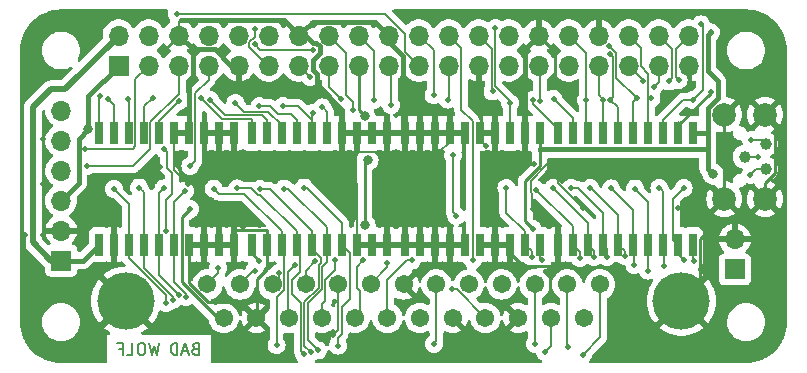
<source format=gbr>
%TF.GenerationSoftware,KiCad,Pcbnew,(7.0.0-0)*%
%TF.CreationDate,2024-04-04T12:15:59-05:00*%
%TF.ProjectId,rascsi_zero,72617363-7369-45f7-9a65-726f2e6b6963,rev?*%
%TF.SameCoordinates,PX59d60c0PY325aa00*%
%TF.FileFunction,Copper,L2,Bot*%
%TF.FilePolarity,Positive*%
%FSLAX46Y46*%
G04 Gerber Fmt 4.6, Leading zero omitted, Abs format (unit mm)*
G04 Created by KiCad (PCBNEW (7.0.0-0)) date 2024-04-04 12:15:59*
%MOMM*%
%LPD*%
G01*
G04 APERTURE LIST*
%ADD10C,0.150000*%
%TA.AperFunction,NonConductor*%
%ADD11C,0.150000*%
%TD*%
%TA.AperFunction,ComponentPad*%
%ADD12R,1.700000X1.700000*%
%TD*%
%TA.AperFunction,ComponentPad*%
%ADD13O,1.700000X1.700000*%
%TD*%
%TA.AperFunction,ComponentPad*%
%ADD14C,2.000000*%
%TD*%
%TA.AperFunction,SMDPad,CuDef*%
%ADD15R,0.650000X1.950000*%
%TD*%
%TA.AperFunction,ComponentPad*%
%ADD16C,1.545000*%
%TD*%
%TA.AperFunction,ComponentPad*%
%ADD17C,4.845000*%
%TD*%
%TA.AperFunction,SMDPad,CuDef*%
%ADD18C,1.000000*%
%TD*%
%TA.AperFunction,ViaPad*%
%ADD19C,0.500000*%
%TD*%
%TA.AperFunction,ViaPad*%
%ADD20C,0.800000*%
%TD*%
%TA.AperFunction,Conductor*%
%ADD21C,0.250000*%
%TD*%
%TA.AperFunction,Conductor*%
%ADD22C,0.400000*%
%TD*%
%TA.AperFunction,Conductor*%
%ADD23C,0.150000*%
%TD*%
%TA.AperFunction,Conductor*%
%ADD24C,0.200000*%
%TD*%
%TA.AperFunction,Conductor*%
%ADD25C,0.500000*%
%TD*%
G04 APERTURE END LIST*
D10*
D11*
X95153714Y-18433571D02*
X95010857Y-18481190D01*
X95010857Y-18481190D02*
X94963238Y-18528809D01*
X94963238Y-18528809D02*
X94915619Y-18624047D01*
X94915619Y-18624047D02*
X94915619Y-18766904D01*
X94915619Y-18766904D02*
X94963238Y-18862142D01*
X94963238Y-18862142D02*
X95010857Y-18909761D01*
X95010857Y-18909761D02*
X95106095Y-18957380D01*
X95106095Y-18957380D02*
X95487047Y-18957380D01*
X95487047Y-18957380D02*
X95487047Y-17957380D01*
X95487047Y-17957380D02*
X95153714Y-17957380D01*
X95153714Y-17957380D02*
X95058476Y-18005000D01*
X95058476Y-18005000D02*
X95010857Y-18052619D01*
X95010857Y-18052619D02*
X94963238Y-18147857D01*
X94963238Y-18147857D02*
X94963238Y-18243095D01*
X94963238Y-18243095D02*
X95010857Y-18338333D01*
X95010857Y-18338333D02*
X95058476Y-18385952D01*
X95058476Y-18385952D02*
X95153714Y-18433571D01*
X95153714Y-18433571D02*
X95487047Y-18433571D01*
X94534666Y-18671666D02*
X94058476Y-18671666D01*
X94629904Y-18957380D02*
X94296571Y-17957380D01*
X94296571Y-17957380D02*
X93963238Y-18957380D01*
X93629904Y-18957380D02*
X93629904Y-17957380D01*
X93629904Y-17957380D02*
X93391809Y-17957380D01*
X93391809Y-17957380D02*
X93248952Y-18005000D01*
X93248952Y-18005000D02*
X93153714Y-18100238D01*
X93153714Y-18100238D02*
X93106095Y-18195476D01*
X93106095Y-18195476D02*
X93058476Y-18385952D01*
X93058476Y-18385952D02*
X93058476Y-18528809D01*
X93058476Y-18528809D02*
X93106095Y-18719285D01*
X93106095Y-18719285D02*
X93153714Y-18814523D01*
X93153714Y-18814523D02*
X93248952Y-18909761D01*
X93248952Y-18909761D02*
X93391809Y-18957380D01*
X93391809Y-18957380D02*
X93629904Y-18957380D01*
X92125142Y-17957380D02*
X91887047Y-18957380D01*
X91887047Y-18957380D02*
X91696571Y-18243095D01*
X91696571Y-18243095D02*
X91506095Y-18957380D01*
X91506095Y-18957380D02*
X91268000Y-17957380D01*
X90696571Y-17957380D02*
X90506095Y-17957380D01*
X90506095Y-17957380D02*
X90410857Y-18005000D01*
X90410857Y-18005000D02*
X90315619Y-18100238D01*
X90315619Y-18100238D02*
X90268000Y-18290714D01*
X90268000Y-18290714D02*
X90268000Y-18624047D01*
X90268000Y-18624047D02*
X90315619Y-18814523D01*
X90315619Y-18814523D02*
X90410857Y-18909761D01*
X90410857Y-18909761D02*
X90506095Y-18957380D01*
X90506095Y-18957380D02*
X90696571Y-18957380D01*
X90696571Y-18957380D02*
X90791809Y-18909761D01*
X90791809Y-18909761D02*
X90887047Y-18814523D01*
X90887047Y-18814523D02*
X90934666Y-18624047D01*
X90934666Y-18624047D02*
X90934666Y-18290714D01*
X90934666Y-18290714D02*
X90887047Y-18100238D01*
X90887047Y-18100238D02*
X90791809Y-18005000D01*
X90791809Y-18005000D02*
X90696571Y-17957380D01*
X89363238Y-18957380D02*
X89839428Y-18957380D01*
X89839428Y-18957380D02*
X89839428Y-17957380D01*
X88696571Y-18433571D02*
X89029904Y-18433571D01*
X89029904Y-18957380D02*
X89029904Y-17957380D01*
X89029904Y-17957380D02*
X88553714Y-17957380D01*
D12*
%TO.P,J1,1,3V3*%
%TO.N,+3V3*%
X88669999Y5529999D03*
D13*
%TO.P,J1,2,5V*%
%TO.N,+5V*%
X88669999Y8069999D03*
%TO.P,J1,3,SDA/GPIO2*%
%TO.N,PI_SDA*%
X91209999Y5529999D03*
%TO.P,J1,4,5V*%
%TO.N,+5V*%
X91209999Y8069999D03*
%TO.P,J1,5,SCL/GPIO3*%
%TO.N,PI_SCL*%
X93749999Y5529999D03*
%TO.P,J1,6,GND*%
%TO.N,GND*%
X93749999Y8069999D03*
%TO.P,J1,7,GCLK0/GPIO4*%
%TO.N,PI-ACT*%
X96289999Y5529999D03*
%TO.P,J1,8,GPIO14/TXD*%
%TO.N,PI-D4*%
X96289999Y8069999D03*
%TO.P,J1,9,GND*%
%TO.N,GND*%
X98829999Y5529999D03*
%TO.P,J1,10,GPIO15/RXD*%
%TO.N,PI-D5*%
X98829999Y8069999D03*
%TO.P,J1,11,GPIO17*%
%TO.N,PI-D7*%
X101369999Y5529999D03*
%TO.P,J1,12,GPIO18/PWM0*%
%TO.N,PI-DP*%
X101369999Y8069999D03*
%TO.P,J1,13,GPIO27*%
%TO.N,PI-SEL*%
X103909999Y5529999D03*
%TO.P,J1,14,GND*%
%TO.N,GND*%
X103909999Y8069999D03*
%TO.P,J1,15,GPIO22*%
%TO.N,PI-REQ*%
X106449999Y5529999D03*
%TO.P,J1,16,GPIO23*%
%TO.N,PI-MSG*%
X106449999Y8069999D03*
%TO.P,J1,17,3V3*%
%TO.N,+3V3*%
X108989999Y5529999D03*
%TO.P,J1,18,GPIO24*%
%TO.N,PI-C_D*%
X108989999Y8069999D03*
%TO.P,J1,19,MOSI0/GPIO10*%
%TO.N,PI-D0*%
X111529999Y5529999D03*
%TO.P,J1,20,GND*%
%TO.N,GND*%
X111529999Y8069999D03*
%TO.P,J1,21,MISO0/GPIO9*%
%TO.N,PI-GPIO9*%
X114069999Y5529999D03*
%TO.P,J1,22,GPIO25*%
%TO.N,PI-I_O*%
X114069999Y8069999D03*
%TO.P,J1,23,SCLK0/GPIO11*%
%TO.N,PI-D1*%
X116609999Y5529999D03*
%TO.P,J1,24,~{CE0}/GPIO8*%
%TO.N,PI-DTD*%
X116609999Y8069999D03*
%TO.P,J1,25,GND*%
%TO.N,GND*%
X119149999Y5529999D03*
%TO.P,J1,26,~{CE1}/GPIO7*%
%TO.N,PI-TAD*%
X119149999Y8069999D03*
%TO.P,J1,27,ID_SD/GPIO0*%
%TO.N,unconnected-(J1-Pad27)*%
X121689999Y5529999D03*
%TO.P,J1,28,ID_SC/GPIO1*%
%TO.N,unconnected-(J1-Pad28)*%
X121689999Y8069999D03*
%TO.P,J1,29,GCLK1/GPIO5*%
%TO.N,DBG_LED*%
X124229999Y5529999D03*
%TO.P,J1,30,GND*%
%TO.N,GND*%
X124229999Y8069999D03*
%TO.P,J1,31,GCLK2/GPIO6*%
%TO.N,PI-IND*%
X126769999Y5529999D03*
%TO.P,J1,32,PWM0/GPIO12*%
%TO.N,PI-D2*%
X126769999Y8069999D03*
%TO.P,J1,33,PWM1/GPIO13*%
%TO.N,PI-D3*%
X129309999Y5529999D03*
%TO.P,J1,34,GND*%
%TO.N,GND*%
X129309999Y8069999D03*
%TO.P,J1,35,GPIO19/MISO1*%
%TO.N,PI-ATN*%
X131849999Y5529999D03*
%TO.P,J1,36,GPIO16*%
%TO.N,PI-D6*%
X131849999Y8069999D03*
%TO.P,J1,37,GPIO26*%
%TO.N,PI-BSY*%
X134389999Y5529999D03*
%TO.P,J1,38,GPIO20/MOSI1*%
%TO.N,PI-RST*%
X134389999Y8069999D03*
%TO.P,J1,39,GND*%
%TO.N,GND*%
X136929999Y5529999D03*
%TO.P,J1,40,GPIO21/SCLK1*%
%TO.N,PI-ACK*%
X136929999Y8069999D03*
%TD*%
D12*
%TO.P,J4,1,Pin_1*%
%TO.N,+5V*%
X83809999Y-10979999D03*
D13*
%TO.P,J4,2,Pin_2*%
%TO.N,GND*%
X83809999Y-8439999D03*
%TO.P,J4,3,Pin_3*%
%TO.N,+3V3*%
X83809999Y-5899999D03*
%TO.P,J4,4,Pin_4*%
%TO.N,PI_SCL*%
X83809999Y-3359999D03*
%TO.P,J4,5,Pin_5*%
%TO.N,PI_SDA*%
X83809999Y-819999D03*
%TO.P,J4,6,Pin_6*%
%TO.N,PI-GPIO9*%
X83809999Y1719999D03*
%TD*%
D14*
%TO.P,J3,MH1,MH1*%
%TO.N,GND*%
X143400000Y-5775000D03*
%TO.P,J3,MH2,MH2*%
X143400000Y1375000D03*
%TO.P,J3,MH3,MH3*%
X139950000Y1375000D03*
%TO.P,J3,MH4,MH4*%
X139950000Y-5775000D03*
%TD*%
D15*
%TO.P,IC1,1,DIR*%
%TO.N,PI-DTD*%
X124340879Y-9638879D03*
%TO.P,IC1,2,A1*%
%TO.N,C-DP*%
X123070879Y-9638879D03*
%TO.P,IC1,3,A2*%
%TO.N,GND*%
X121800879Y-9638879D03*
%TO.P,IC1,4,A3*%
X120530879Y-9638879D03*
%TO.P,IC1,5,A4*%
X119260879Y-9638879D03*
%TO.P,IC1,6,A5*%
X117990879Y-9638879D03*
%TO.P,IC1,7,A6*%
X116720879Y-9638879D03*
%TO.P,IC1,8,A7*%
X115450879Y-9638879D03*
%TO.P,IC1,9,A8*%
X114180879Y-9638879D03*
%TO.P,IC1,10,GND*%
X112910879Y-9638879D03*
%TO.P,IC1,11,B8*%
X112910879Y-188879D03*
%TO.P,IC1,12,B7*%
X114180879Y-188879D03*
%TO.P,IC1,13,B6*%
X115450879Y-188879D03*
%TO.P,IC1,14,B5*%
X116720879Y-188879D03*
%TO.P,IC1,15,B4*%
X117990879Y-188879D03*
%TO.P,IC1,16,B3*%
X119260879Y-188879D03*
%TO.P,IC1,17,B2*%
X120530879Y-188879D03*
%TO.P,IC1,18,B1*%
%TO.N,PI-DP*%
X121800879Y-188879D03*
%TO.P,IC1,19,~{OE}*%
%TO.N,GND*%
X123070879Y-188879D03*
%TO.P,IC1,20,VCC*%
%TO.N,+5V*%
X124340879Y-188879D03*
%TD*%
%TO.P,IC3,1,DIR*%
%TO.N,PI-TAD*%
X99956879Y-188879D03*
%TO.P,IC3,2,A1*%
%TO.N,PI-I_O*%
X101226879Y-188879D03*
%TO.P,IC3,3,A2*%
%TO.N,PI-REQ*%
X102496879Y-188879D03*
%TO.P,IC3,4,A3*%
%TO.N,PI-C_D*%
X103766879Y-188879D03*
%TO.P,IC3,5,A4*%
%TO.N,PI-MSG*%
X105036879Y-188879D03*
%TO.P,IC3,6,A5*%
%TO.N,PI-BSY*%
X106306879Y-188879D03*
%TO.P,IC3,7,A6*%
%TO.N,GND*%
X107576879Y-188879D03*
%TO.P,IC3,8,A7*%
X108846879Y-188879D03*
%TO.P,IC3,9,A8*%
X110116879Y-188879D03*
%TO.P,IC3,10,GND*%
X111386879Y-188879D03*
%TO.P,IC3,11,B8*%
X111386879Y-9638879D03*
%TO.P,IC3,12,B7*%
X110116879Y-9638879D03*
%TO.P,IC3,13,B6*%
X108846879Y-9638879D03*
%TO.P,IC3,14,B5*%
%TO.N,C-BSY*%
X107576879Y-9638879D03*
%TO.P,IC3,15,B4*%
%TO.N,C-MSG*%
X106306879Y-9638879D03*
%TO.P,IC3,16,B3*%
%TO.N,C-C_D*%
X105036879Y-9638879D03*
%TO.P,IC3,17,B2*%
%TO.N,C-REQ*%
X103766879Y-9638879D03*
%TO.P,IC3,18,B1*%
%TO.N,C-I_O*%
X102496879Y-9638879D03*
%TO.P,IC3,19,~{OE}*%
%TO.N,GND*%
X101226879Y-9638879D03*
%TO.P,IC3,20,VCC*%
%TO.N,+5V*%
X99956879Y-9638879D03*
%TD*%
%TO.P,IC4,1,DIR*%
%TO.N,PI-IND*%
X87002879Y-188879D03*
%TO.P,IC4,2,A1*%
%TO.N,PI-SEL*%
X88272879Y-188879D03*
%TO.P,IC4,3,A2*%
%TO.N,PI-RST*%
X89542879Y-188879D03*
%TO.P,IC4,4,A3*%
%TO.N,PI-ACK*%
X90812879Y-188879D03*
%TO.P,IC4,5,A4*%
%TO.N,PI-ATN*%
X92082879Y-188879D03*
%TO.P,IC4,6,A5*%
%TO.N,GND*%
X93352879Y-188879D03*
%TO.P,IC4,7,A6*%
X94622879Y-188879D03*
%TO.P,IC4,8,A7*%
X95892879Y-188879D03*
%TO.P,IC4,9,A8*%
X97162879Y-188879D03*
%TO.P,IC4,10,GND*%
X98432879Y-188879D03*
%TO.P,IC4,11,B8*%
X98432879Y-9638879D03*
%TO.P,IC4,12,B7*%
X97162879Y-9638879D03*
%TO.P,IC4,13,B6*%
X95892879Y-9638879D03*
%TO.P,IC4,14,B5*%
X94622879Y-9638879D03*
%TO.P,IC4,15,B4*%
%TO.N,C-ATN*%
X93352879Y-9638879D03*
%TO.P,IC4,16,B3*%
%TO.N,C-ACK*%
X92082879Y-9638879D03*
%TO.P,IC4,17,B2*%
%TO.N,C-RST*%
X90812879Y-9638879D03*
%TO.P,IC4,18,B1*%
%TO.N,C-SEL*%
X89542879Y-9638879D03*
%TO.P,IC4,19,~{OE}*%
%TO.N,GND*%
X88272879Y-9638879D03*
%TO.P,IC4,20,VCC*%
%TO.N,+5V*%
X87002879Y-9638879D03*
%TD*%
%TO.P,IC2,1,DIR*%
%TO.N,PI-DTD*%
X137294879Y-9638879D03*
%TO.P,IC2,2,A1*%
%TO.N,C-D7*%
X136024879Y-9638879D03*
%TO.P,IC2,3,A2*%
%TO.N,C-D6*%
X134754879Y-9638879D03*
%TO.P,IC2,4,A3*%
%TO.N,C-D5*%
X133484879Y-9638879D03*
%TO.P,IC2,5,A4*%
%TO.N,C-D4*%
X132214879Y-9638879D03*
%TO.P,IC2,6,A5*%
%TO.N,C-D3*%
X130944879Y-9638879D03*
%TO.P,IC2,7,A6*%
%TO.N,C-D2*%
X129674879Y-9638879D03*
%TO.P,IC2,8,A7*%
%TO.N,C-D1*%
X128404879Y-9638879D03*
%TO.P,IC2,9,A8*%
%TO.N,C-D0*%
X127134879Y-9638879D03*
%TO.P,IC2,10,GND*%
%TO.N,GND*%
X125864879Y-9638879D03*
%TO.P,IC2,11,B8*%
%TO.N,PI-D0*%
X125864879Y-188879D03*
%TO.P,IC2,12,B7*%
%TO.N,PI-D1*%
X127134879Y-188879D03*
%TO.P,IC2,13,B6*%
%TO.N,PI-D2*%
X128404879Y-188879D03*
%TO.P,IC2,14,B5*%
%TO.N,PI-D3*%
X129674879Y-188879D03*
%TO.P,IC2,15,B4*%
%TO.N,PI-D4*%
X130944879Y-188879D03*
%TO.P,IC2,16,B3*%
%TO.N,PI-D5*%
X132214879Y-188879D03*
%TO.P,IC2,17,B2*%
%TO.N,PI-D6*%
X133484879Y-188879D03*
%TO.P,IC2,18,B1*%
%TO.N,PI-D7*%
X134754879Y-188879D03*
%TO.P,IC2,19,~{OE}*%
%TO.N,GND*%
X136024879Y-188879D03*
%TO.P,IC2,20,VCC*%
%TO.N,+5V*%
X137294879Y-188879D03*
%TD*%
D16*
%TO.P,J6,1,1*%
%TO.N,C-REQ*%
X129420000Y-13002000D03*
%TO.P,J6,2,2*%
%TO.N,C-MSG*%
X126650000Y-13002000D03*
%TO.P,J6,3,3*%
%TO.N,C-I_O*%
X123880000Y-13002000D03*
%TO.P,J6,4,4*%
%TO.N,C-RST*%
X121110000Y-13002000D03*
%TO.P,J6,5,5*%
%TO.N,C-ACK*%
X118340000Y-13002000D03*
%TO.P,J6,6,6*%
%TO.N,C-BSY*%
X115570000Y-13002000D03*
%TO.P,J6,7,7*%
%TO.N,GND*%
X112800000Y-13002000D03*
%TO.P,J6,8,8*%
%TO.N,C-D0*%
X110030000Y-13002000D03*
%TO.P,J6,9,9*%
%TO.N,GND*%
X107260000Y-13002000D03*
%TO.P,J6,10,10*%
%TO.N,C-D3*%
X104490000Y-13002000D03*
%TO.P,J6,11,11*%
%TO.N,C-D5*%
X101720000Y-13002000D03*
%TO.P,J6,12,12*%
%TO.N,C-D6*%
X98950000Y-13002000D03*
%TO.P,J6,13,13*%
%TO.N,C-D7*%
X96180000Y-13002000D03*
%TO.P,J6,14,14*%
%TO.N,GND*%
X128035000Y-15842000D03*
%TO.P,J6,15,15*%
%TO.N,C-C_D*%
X125265000Y-15842000D03*
%TO.P,J6,16,16*%
%TO.N,GND*%
X122495000Y-15842000D03*
%TO.P,J6,17,17*%
%TO.N,C-ATN*%
X119725000Y-15842000D03*
%TO.P,J6,18,18*%
%TO.N,GND*%
X116955000Y-15842000D03*
%TO.P,J6,19,19*%
%TO.N,C-SEL*%
X114185000Y-15842000D03*
%TO.P,J6,20,20*%
%TO.N,C-DP*%
X111415000Y-15842000D03*
%TO.P,J6,21,21*%
%TO.N,C-D1*%
X108645000Y-15842000D03*
%TO.P,J6,22,22*%
%TO.N,C-D2*%
X105875000Y-15842000D03*
%TO.P,J6,23,23*%
%TO.N,C-D4*%
X103105000Y-15842000D03*
%TO.P,J6,24,24*%
%TO.N,GND*%
X100335000Y-15842000D03*
%TO.P,J6,25,25*%
%TO.N,TERMPOW*%
X97565000Y-15842000D03*
D17*
%TO.P,J6,MH1,MH1*%
%TO.N,GND*%
X136320000Y-14422000D03*
%TO.P,J6,MH2,MH2*%
X89280000Y-14422000D03*
%TD*%
D12*
%TO.P,J2,1,Pin_1*%
%TO.N,EXT-ACT-LED*%
X140835999Y-11731999D03*
D13*
%TO.P,J2,2,Pin_2*%
%TO.N,GND*%
X140835999Y-9191999D03*
%TD*%
D18*
%TO.P,TP1,1,1*%
%TO.N,Net-(J3-Pad2)*%
X143510000Y-3225000D03*
%TD*%
%TO.P,TP2,1,1*%
%TO.N,Net-(J3-Pad3)*%
X141660000Y-2200000D03*
%TD*%
%TO.P,TP3,1,1*%
%TO.N,Net-(J3-Pad4)*%
X143510000Y-1125000D03*
%TD*%
D19*
%TO.N,GND*%
X111626000Y-2334000D03*
X85845000Y-5255000D03*
X113404000Y-4112000D03*
X94555241Y-4516434D03*
X92195000Y-3096000D03*
X138810000Y3250000D03*
X115817000Y-1826000D03*
X81209500Y-13192500D03*
X81908000Y4016000D03*
X123803294Y-2827294D03*
X82280500Y-683000D03*
X136046493Y-6532376D03*
X126612000Y2746000D03*
X106800000Y-17320000D03*
X119754000Y-1318000D03*
X125850000Y-2842000D03*
X82280500Y-8811000D03*
X125088000Y-14145000D03*
X80773500Y-8811000D03*
X119754000Y-4874000D03*
X82280500Y-4493000D03*
X85845000Y-7414000D03*
X85718000Y9604000D03*
X127941147Y-6533336D03*
X123744642Y-6630168D03*
%TO.N,+3V3*%
X92717879Y-8449334D03*
D20*
X109495195Y1221677D03*
X86097001Y153201D03*
D19*
X92517395Y-1524625D03*
D20*
%TO.N,+5V*%
X109510000Y-8000000D03*
D19*
X138804000Y8334000D03*
X100582240Y-10980000D03*
X123736720Y-8287760D03*
D20*
X139010000Y-3650000D03*
X109771058Y-2428010D03*
D19*
%TO.N,C-REQ*%
X127963280Y-18940520D03*
X98717720Y-4874000D03*
X104358245Y-18887630D03*
%TO.N,C-MSG*%
X126693280Y-18336000D03*
X105575463Y-18589890D03*
X102669960Y-4889240D03*
%TO.N,C-BSY*%
X115369960Y-18026120D03*
X107216560Y-18189947D03*
X104360000Y-4800000D03*
%TO.N,C-SEL*%
X88278320Y-4924800D03*
X92703648Y-14583074D03*
%TO.N,C-RST*%
X90391600Y-4797800D03*
X93261800Y-14297400D03*
%TO.N,C-ACK*%
X93767303Y-13883031D03*
X92474400Y-4868920D03*
%TO.N,C-ATN*%
X94268206Y-5074896D03*
X116850000Y-13430000D03*
X94369673Y-14057085D03*
%TO.N,C-DP*%
X113495440Y-10967303D03*
X121496440Y-4823200D03*
X123647416Y-10693658D03*
%TO.N,C-D0*%
X124016010Y-4978244D03*
X127720812Y-10770763D03*
X111427880Y-11178280D03*
%TO.N,C-D1*%
X125463920Y-4833360D03*
X128933560Y-10693658D03*
X109391812Y-10970668D03*
%TO.N,C-D2*%
X106998120Y-10970668D03*
X129985120Y-10685520D03*
X126972680Y-4818120D03*
%TO.N,C-D3*%
X105331567Y-10990881D03*
X128598280Y-4833360D03*
X131512879Y-10614545D03*
%TO.N,C-D4*%
X103581848Y-11362845D03*
X130371200Y-4868920D03*
X132337160Y-11335760D03*
%TO.N,C-D5*%
X133505560Y-11828520D03*
X102222086Y-12036032D03*
X132382880Y-4884160D03*
%TO.N,C-D6*%
X134445360Y-4818120D03*
X134800960Y-11442440D03*
X100174106Y-11841594D03*
%TO.N,C-D7*%
X136507840Y-4818120D03*
X136558640Y-10934440D03*
X97081960Y-11630400D03*
%TO.N,C-I_O*%
X96711120Y-4889240D03*
X123904360Y-18026120D03*
X102034960Y-18137880D03*
%TO.N,C-C_D*%
X124747640Y-18721970D03*
X104972560Y-18762086D03*
X100648120Y-4940040D03*
%TO.N,TERMPOW*%
X94731573Y-6612928D03*
%TO.N,PI-D7*%
X137972990Y9009640D03*
X100196000Y8588000D03*
X137315560Y2634240D03*
%TO.N,PI-D6*%
X133779308Y2744966D03*
%TO.N,PI-D5*%
X130200922Y7161099D03*
X132516793Y2751990D03*
X105117343Y6871241D03*
X100196000Y7318000D03*
%TO.N,PI-D4*%
X130291496Y2639430D03*
X130237743Y6485038D03*
%TO.N,PI-D3*%
X129664483Y2639430D03*
%TO.N,PI-D2*%
X128257999Y2603839D03*
%TO.N,PI-D1*%
X116517103Y2640935D03*
X125494400Y2730760D03*
%TO.N,PI-D0*%
X111727600Y2187200D03*
X123717488Y2640938D03*
%TO.N,PI-DP*%
X120571880Y8725160D03*
X121786000Y2363927D03*
%TO.N,PI-BSY*%
X133986634Y3748986D03*
X105904438Y1982405D03*
%TO.N,PI-MSG*%
X102593760Y2086912D03*
X108487990Y1755510D03*
X105103847Y1530395D03*
%TO.N,PI-C_D*%
X110275179Y2620495D03*
X100587160Y2086912D03*
%TO.N,PI-REQ*%
X107529513Y2666605D03*
X98555160Y2363921D03*
%TO.N,PI-I_O*%
X115331730Y3029917D03*
X96421291Y2640931D03*
%TO.N,PI-ATN*%
X93752059Y2504661D03*
X133063618Y4186430D03*
%TO.N,PI-ACK*%
X136076040Y4305560D03*
X91534600Y2812040D03*
%TO.N,PI-RST*%
X89461960Y2685040D03*
X135288640Y4183640D03*
%TO.N,PI-SEL*%
X87734760Y2735840D03*
X104851390Y4569786D03*
%TO.N,DBG_LED*%
X124326555Y2492002D03*
%TO.N,PI_SCL*%
X85956760Y-2958840D03*
%TO.N,PI_SDA*%
X85852089Y-1524630D03*
%TO.N,PI-ACT*%
X94737120Y-2966880D03*
X117258642Y-7204642D03*
X116960000Y-2080000D03*
%TO.N,PI-IND*%
X87109920Y2959360D03*
%TO.N,PI-TAD*%
X120324668Y3333211D03*
X95601891Y2821105D03*
%TO.N,PI-DTD*%
X124552793Y-10970669D03*
X137369871Y-10990320D03*
X118648884Y-10970670D03*
%TO.N,Net-(J3-Pad4)*%
X142210000Y-775000D03*
%TO.N,Net-(J3-Pad3)*%
X142760000Y-2175000D03*
%TO.N,Net-(J3-Pad2)*%
X142160000Y-3725000D03*
%TO.N,PI-GPIO9*%
X93592000Y9858000D03*
%TD*%
D21*
%TO.N,GND*%
X136024880Y461120D02*
X138810000Y3246240D01*
X96224538Y-14505680D02*
X99055800Y-14505680D01*
X94622880Y-9638880D02*
X94622880Y-12904022D01*
X124230000Y8070000D02*
X125596000Y6704000D01*
X100341320Y-12551880D02*
X101226880Y-11666320D01*
D22*
X98830000Y5530000D02*
X98174000Y5530000D01*
D23*
X123564009Y-5195205D02*
X123691000Y-5322196D01*
D22*
X107576880Y1803234D02*
X105428400Y3951714D01*
D23*
X82651500Y-8440000D02*
X82280500Y-8811000D01*
D21*
X125596000Y-11478000D02*
X125864880Y-11209120D01*
X143400000Y-5775000D02*
X143400000Y-4447962D01*
D23*
X80773500Y-12756500D02*
X80773500Y-8811000D01*
X83810000Y-8440000D02*
X82651500Y-8440000D01*
X138171000Y-7416000D02*
X139770000Y-7416000D01*
D21*
X139691000Y-7416000D02*
X137915000Y-9192000D01*
D22*
X110353489Y9246511D02*
X105086511Y9246511D01*
X103910000Y8070000D02*
X102630000Y9350000D01*
X96811001Y6892999D02*
X94927001Y6892999D01*
D21*
X137915000Y-9700000D02*
X137871881Y-9743119D01*
D22*
X104524000Y8070000D02*
X105145758Y7448242D01*
D23*
X110356000Y-1826000D02*
X107562000Y-1826000D01*
X93750000Y9192000D02*
X93908000Y9350000D01*
X124961000Y-2842000D02*
X123564009Y-4238991D01*
X123691000Y-5322196D02*
X123691000Y-6576526D01*
D22*
X94927001Y6892999D02*
X94927001Y4335001D01*
D23*
X93352880Y-3314073D02*
X94555241Y-4516434D01*
D22*
X105694344Y7148202D02*
X105694344Y6594280D01*
X105087001Y5986937D02*
X105087001Y5151037D01*
X105428400Y3951714D02*
X105428400Y4809638D01*
D21*
X125864880Y-11209120D02*
X125864880Y-9638880D01*
X143400000Y-4447962D02*
X144262001Y-3585961D01*
D23*
X125850000Y-2842000D02*
X124961000Y-2842000D01*
D21*
X100341320Y-15791200D02*
X100341320Y-12551880D01*
X122929000Y-11478000D02*
X125215000Y-11478000D01*
D23*
X94802001Y7017999D02*
X93750000Y8070000D01*
X107562000Y-1826000D02*
X107562000Y-203760D01*
X125850000Y-4442189D02*
X127941147Y-6533336D01*
X108846880Y-9638880D02*
X108846880Y-4507880D01*
D21*
X125596000Y3762000D02*
X126612000Y2746000D01*
X125596000Y6704000D02*
X125596000Y3762000D01*
D23*
X116720880Y-922120D02*
X115817000Y-1826000D01*
D22*
X94927001Y6892999D02*
X93750000Y8070000D01*
X105394304Y7448242D02*
X105694344Y7148202D01*
D23*
X107260000Y-13002000D02*
X107260000Y-16860000D01*
X136046493Y-6532376D02*
X137287376Y-6532376D01*
D21*
X101226880Y-9638880D02*
X101226880Y-8413880D01*
X101226880Y-11666320D02*
X101226880Y-9638880D01*
D23*
X125850000Y-2842000D02*
X125850000Y-4442189D01*
D22*
X105428400Y4809638D02*
X105087001Y5151037D01*
D23*
X111626000Y-2334000D02*
X111372000Y-2080000D01*
D22*
X98174000Y5530000D02*
X96811001Y6892999D01*
D21*
X119754000Y-4874000D02*
X121800706Y-2827294D01*
X94622880Y-12904022D02*
X96224538Y-14505680D01*
D23*
X110864000Y-2334000D02*
X110356000Y-1826000D01*
X137287376Y-6532376D02*
X138171000Y-7416000D01*
D21*
X138810000Y3246240D02*
X138810000Y3250000D01*
D23*
X93750000Y8070000D02*
X93750000Y9192000D01*
D21*
X139770000Y-7416000D02*
X139691000Y-7416000D01*
X101226880Y-8413880D02*
X101224879Y-8411879D01*
D22*
X112707001Y14999D02*
X112910880Y-188880D01*
X111530000Y8070000D02*
X110353489Y9246511D01*
D21*
X98432880Y-8413880D02*
X98432880Y-9638880D01*
D22*
X112707001Y6325177D02*
X112707001Y14999D01*
X94927001Y4335001D02*
X94622880Y4030880D01*
X123052999Y6892999D02*
X123052999Y-170999D01*
D21*
X121800706Y-2827294D02*
X123803294Y-2827294D01*
X99055800Y-14505680D02*
X100341320Y-15791200D01*
X139950000Y-5775000D02*
X139950000Y1375000D01*
D23*
X103910000Y8070000D02*
X104778000Y8070000D01*
D21*
X137871881Y-9743119D02*
X137871881Y-12825639D01*
D23*
X123564009Y-4238991D02*
X123564009Y-5195205D01*
D22*
X102630000Y9350000D02*
X93908000Y9350000D01*
D21*
X93750000Y8070000D02*
X92617000Y6937000D01*
D23*
X81209500Y-13192500D02*
X80773500Y-12756500D01*
D22*
X105694344Y6594280D02*
X105087001Y5986937D01*
D21*
X125215000Y-11478000D02*
X125215000Y-14018000D01*
X144262001Y512999D02*
X143400000Y1375000D01*
D23*
X123691000Y-6576526D02*
X123744642Y-6630168D01*
X108846880Y-4507880D02*
X107576880Y-3237880D01*
D21*
X144262001Y-3585961D02*
X144262001Y512999D01*
D23*
X111372000Y-2080000D02*
X111372000Y-203760D01*
D22*
X111530000Y7502178D02*
X112707001Y6325177D01*
D21*
X101224879Y-8411879D02*
X98434881Y-8411879D01*
X125215000Y-11478000D02*
X125596000Y-11478000D01*
X98434881Y-8411879D02*
X98432880Y-8413880D01*
X125215000Y-14018000D02*
X125088000Y-14145000D01*
X137915000Y-9192000D02*
X137915000Y-9700000D01*
D23*
X107576880Y-3237880D02*
X107576880Y-188880D01*
D21*
X121800880Y-10349880D02*
X122929000Y-11478000D01*
D23*
X113404000Y-4112000D02*
X111626000Y-2334000D01*
D21*
X136024880Y-188880D02*
X136024880Y728880D01*
D23*
X107260000Y-16860000D02*
X106800000Y-17320000D01*
D22*
X124230000Y8070000D02*
X123052999Y6892999D01*
X94622880Y-188880D02*
X93352880Y-188880D01*
X94622880Y4030880D02*
X94622880Y-188880D01*
X105145758Y7448242D02*
X105394304Y7448242D01*
D23*
X93352880Y-188880D02*
X93352880Y-3314073D01*
D24*
X119260880Y-824880D02*
X119754000Y-1318000D01*
D22*
X107576880Y-188880D02*
X107576880Y1803234D01*
X105086511Y9246511D02*
X104260000Y8420000D01*
D23*
%TO.N,+3V3*%
X93211000Y-3563945D02*
X93211000Y-5382000D01*
D21*
X108990000Y5530000D02*
X108990000Y1726872D01*
D22*
X85275088Y-668712D02*
X85275088Y-4434912D01*
D23*
X92767394Y-1774624D02*
X92767394Y-3120339D01*
D21*
X108990000Y1726872D02*
X109495195Y1221677D01*
D22*
X86097001Y2957001D02*
X86097001Y153201D01*
X85275088Y-4434912D02*
X83810000Y-5900000D01*
D23*
X92767394Y-3120339D02*
X93211000Y-3563945D01*
D22*
X86097001Y153201D02*
X85275088Y-668712D01*
D23*
X92517395Y-1524625D02*
X92767394Y-1774624D01*
X92717879Y-5875121D02*
X92717879Y-8449334D01*
X93211000Y-5382000D02*
X92717879Y-5875121D01*
D22*
X88670000Y5530000D02*
X86097001Y2957001D01*
%TO.N,+5V*%
X138554001Y1940037D02*
X138554001Y-30999D01*
D21*
X123109989Y-4230548D02*
X123109989Y-7661029D01*
X123109989Y-7661029D02*
X123736720Y-8287760D01*
X99956880Y-10354640D02*
X100582240Y-10980000D01*
D22*
X138554001Y-3194001D02*
X139010000Y-3650000D01*
X137294880Y-188880D02*
X138396120Y-188880D01*
X124351759Y-1576001D02*
X124340880Y-1586880D01*
X138554001Y-1576001D02*
X124351759Y-1576001D01*
D25*
X81400000Y1984000D02*
X82924000Y3508000D01*
D22*
X85661760Y-10980000D02*
X87002880Y-9638880D01*
D21*
X124340880Y-2999658D02*
X123109989Y-4230548D01*
D22*
X138804000Y8334000D02*
X138554001Y8084001D01*
D25*
X83810000Y-10980000D02*
X82934000Y-10980000D01*
X82934000Y-10980000D02*
X81400000Y-9446000D01*
D21*
X124340880Y-188880D02*
X124340880Y-1586880D01*
D25*
X81400000Y-9446000D02*
X81400000Y1984000D01*
D22*
X138554001Y-1576001D02*
X138554001Y-3194001D01*
X139387002Y4203000D02*
X139387002Y2773038D01*
X138396120Y-188880D02*
X138554001Y-30999D01*
D25*
X82924000Y3508000D02*
X84108000Y3508000D01*
D21*
X109510000Y-2689068D02*
X109771058Y-2428010D01*
D22*
X138554001Y8084001D02*
X138554001Y5036001D01*
X138554001Y5036001D02*
X139387002Y4203000D01*
X139387002Y2773038D02*
X138554001Y1940037D01*
D25*
X84108000Y3508000D02*
X88670000Y8070000D01*
D21*
X109510000Y-8000000D02*
X109510000Y-2689068D01*
D22*
X83810000Y-10980000D02*
X85661760Y-10980000D01*
D21*
X124340880Y-1586880D02*
X124340880Y-2999658D01*
D22*
X138554001Y-30999D02*
X138554001Y-1576001D01*
D23*
%TO.N,C-REQ*%
X103766880Y-9638880D02*
X104033849Y-9905849D01*
X129426320Y-12951200D02*
X129426320Y-17477480D01*
X129426320Y-17477480D02*
X127963280Y-18940520D01*
X104108246Y-14541886D02*
X104108246Y-18637631D01*
X104033849Y-11922591D02*
X103360000Y-12596440D01*
X104033849Y-9905849D02*
X104033849Y-11922591D01*
X104108246Y-18637631D02*
X104358245Y-18887630D01*
X100645042Y-5392042D02*
X100431158Y-5392042D01*
X100431158Y-5392042D02*
X99913116Y-4874000D01*
X103360000Y-13793640D02*
X104108246Y-14541886D01*
X103766880Y-9638880D02*
X103766880Y-8513880D01*
X103360000Y-12596440D02*
X103360000Y-13793640D01*
X103766880Y-8513880D02*
X100645042Y-5392042D01*
X99913116Y-4874000D02*
X98717720Y-4874000D01*
%TO.N,C-MSG*%
X106306880Y-11093120D02*
X106306880Y-9638880D01*
X104710000Y-17724427D02*
X104710000Y-14580000D01*
X106306880Y-9638880D02*
X106306880Y-8172607D01*
X126656320Y-18299040D02*
X126693280Y-18336000D01*
X106306880Y-8172607D02*
X103023513Y-4889240D01*
X103023513Y-4889240D02*
X102669960Y-4889240D01*
X126656320Y-12951200D02*
X126656320Y-18299040D01*
X105575463Y-18589890D02*
X104710000Y-17724427D01*
X105880000Y-11520000D02*
X106306880Y-11093120D01*
X104710000Y-14580000D02*
X105880000Y-13410000D01*
X105880000Y-13410000D02*
X105880000Y-11520000D01*
%TO.N,C-BSY*%
X108240821Y-14238225D02*
X108240821Y-10302821D01*
X115576320Y-17819760D02*
X115369960Y-18026120D01*
X108240821Y-10302821D02*
X107576880Y-9638880D01*
X115576320Y-12951200D02*
X115576320Y-17819760D01*
X107216560Y-18189947D02*
X107216560Y-17541960D01*
X107216560Y-17541960D02*
X107536511Y-17222009D01*
X104646080Y-4874000D02*
X104434000Y-4874000D01*
X104434000Y-4874000D02*
X104360000Y-4800000D01*
X107576880Y-7804800D02*
X104646080Y-4874000D01*
X107576880Y-9638880D02*
X107576880Y-7804800D01*
X107536511Y-17222009D02*
X107536511Y-14942535D01*
X107536511Y-14942535D02*
X108240821Y-14238225D01*
%TO.N,C-SEL*%
X92703648Y-13933472D02*
X92703648Y-14583074D01*
X89542880Y-9638880D02*
X89542880Y-6189360D01*
X89542880Y-6189360D02*
X88278320Y-4924800D01*
X89542880Y-9638880D02*
X89542880Y-10772704D01*
X89542880Y-10772704D02*
X92703648Y-13933472D01*
%TO.N,C-RST*%
X90812880Y-9638880D02*
X90812880Y-5219080D01*
X90812880Y-9638880D02*
X90812880Y-11650952D01*
X90812880Y-5219080D02*
X90391600Y-4797800D01*
X93261800Y-14099872D02*
X93261800Y-14297400D01*
X90812880Y-11650952D02*
X93261800Y-14099872D01*
%TO.N,C-ACK*%
X92082880Y-12198608D02*
X93767303Y-13883031D01*
X92082880Y-5260440D02*
X92474400Y-4868920D01*
X92082880Y-9638880D02*
X92082880Y-5260440D01*
X92082880Y-9638880D02*
X92082880Y-12198608D01*
%TO.N,C-ATN*%
X93352880Y-12823797D02*
X94369673Y-13840590D01*
X94369673Y-13840590D02*
X94369673Y-14057085D01*
X117313000Y-13430000D02*
X119725000Y-15842000D01*
X116850000Y-13430000D02*
X117313000Y-13430000D01*
X93352880Y-9638880D02*
X93352880Y-12823797D01*
X93352880Y-5990222D02*
X94268206Y-5074896D01*
X93352880Y-9638880D02*
X93352880Y-5990222D01*
%TO.N,C-DP*%
X123647416Y-10693658D02*
X123647416Y-10215416D01*
X123070880Y-9638880D02*
X123070880Y-8513880D01*
X121496440Y-6939440D02*
X121496440Y-4823200D01*
X111421320Y-12652310D02*
X113106327Y-10967303D01*
X123070880Y-8513880D02*
X121496440Y-6939440D01*
X113106327Y-10967303D02*
X113495440Y-10967303D01*
X111421320Y-15791200D02*
X111421320Y-12652310D01*
X123647416Y-10215416D02*
X123070880Y-9638880D01*
%TO.N,C-D0*%
X110036320Y-12951200D02*
X111427880Y-11559640D01*
X127720812Y-10770763D02*
X127720812Y-10224812D01*
X127134880Y-9638880D02*
X127134880Y-8097114D01*
X111427880Y-11559640D02*
X111427880Y-11178280D01*
X127720812Y-10224812D02*
X127134880Y-9638880D01*
X127134880Y-8097114D02*
X124016010Y-4978244D01*
%TO.N,C-D1*%
X128933560Y-10693658D02*
X128933560Y-10167560D01*
X109125517Y-13568745D02*
X108844851Y-13288079D01*
X108844851Y-11517629D02*
X109391812Y-10970668D01*
X128404880Y-7774320D02*
X125463920Y-4833360D01*
X128404880Y-9638880D02*
X128404880Y-7774320D01*
X109125517Y-15317003D02*
X109125517Y-13568745D01*
X108844851Y-13288079D02*
X108844851Y-11517629D01*
X128933560Y-10167560D02*
X128404880Y-9638880D01*
%TO.N,C-D2*%
X105881320Y-15791200D02*
X105881320Y-14698721D01*
X106160000Y-14420041D02*
X106160000Y-12615258D01*
X105881320Y-14698721D02*
X106160000Y-14420041D01*
X129674880Y-6931040D02*
X127561960Y-4818120D01*
X129985120Y-9949120D02*
X129674880Y-9638880D01*
X127561960Y-4818120D02*
X126972680Y-4818120D01*
X129985120Y-10685520D02*
X129985120Y-9949120D01*
X106160000Y-12615258D02*
X106998120Y-11777138D01*
X129674880Y-9638880D02*
X129674880Y-6931040D01*
X106998120Y-11777138D02*
X106998120Y-10970668D01*
%TO.N,C-D3*%
X130944880Y-9638880D02*
X130944880Y-7129160D01*
X130944880Y-7129160D02*
X128649080Y-4833360D01*
X104496320Y-11826128D02*
X105331567Y-10990881D01*
X131512879Y-10206879D02*
X130944880Y-9638880D01*
X104496320Y-12951200D02*
X104496320Y-11826128D01*
X128649080Y-4833360D02*
X128598280Y-4833360D01*
X131512879Y-10614545D02*
X131512879Y-10206879D01*
%TO.N,C-D4*%
X132337160Y-11335760D02*
X132337160Y-9761160D01*
X102973489Y-11971204D02*
X103581848Y-11362845D01*
X132214880Y-6712600D02*
X130371200Y-4868920D01*
X132214880Y-9638880D02*
X132214880Y-6712600D01*
X102973489Y-15653369D02*
X102973489Y-11971204D01*
%TO.N,C-D5*%
X133505560Y-11828520D02*
X133505560Y-9659560D01*
X133484880Y-5986160D02*
X132382880Y-4884160D01*
X101726320Y-12951200D02*
X102222086Y-12455434D01*
X102222086Y-12455434D02*
X102222086Y-12036032D01*
X133484880Y-9638880D02*
X133484880Y-5986160D01*
%TO.N,C-D6*%
X134754880Y-5127640D02*
X134445360Y-4818120D01*
X134754880Y-9638880D02*
X134754880Y-5127640D01*
X98956320Y-12951200D02*
X100065926Y-11841594D01*
X100065926Y-11841594D02*
X100174106Y-11841594D01*
X134800960Y-11442440D02*
X134800960Y-9684960D01*
%TO.N,C-D7*%
X96186320Y-12951200D02*
X97081960Y-12055560D01*
X97081960Y-12055560D02*
X97081960Y-11630400D01*
X135594483Y-9208483D02*
X136024880Y-9638880D01*
X135594483Y-5731477D02*
X135594483Y-9208483D01*
X136507840Y-4818120D02*
X135594483Y-5731477D01*
X136558640Y-10934440D02*
X136024880Y-10400680D01*
%TO.N,C-I_O*%
X97147882Y-5326002D02*
X96711120Y-4889240D01*
X102034960Y-14101087D02*
X102696978Y-13439069D01*
X99309002Y-5326002D02*
X97147882Y-5326002D01*
X102034960Y-18137880D02*
X102034960Y-14101087D01*
X102696978Y-13439069D02*
X102696978Y-9838978D01*
X123886320Y-12951200D02*
X123886320Y-18008080D01*
X102496880Y-9638880D02*
X102496880Y-8513880D01*
X123886320Y-18008080D02*
X123904360Y-18026120D01*
X102496880Y-8513880D02*
X99309002Y-5326002D01*
%TO.N,C-C_D*%
X104922086Y-18762086D02*
X104390000Y-18230000D01*
X105036880Y-8513880D02*
X101463040Y-4940040D01*
X105789071Y-10773931D02*
X105036880Y-10021740D01*
X125271320Y-15791200D02*
X125271320Y-18198290D01*
X101463040Y-4940040D02*
X100648120Y-4940040D01*
X105036880Y-9638880D02*
X105036880Y-8513880D01*
X105789071Y-11172617D02*
X105789071Y-10773931D01*
X104390000Y-14497008D02*
X105598429Y-13288579D01*
X104972560Y-18762086D02*
X104922086Y-18762086D01*
X105598429Y-11363259D02*
X105789071Y-11172617D01*
X105598429Y-13288579D02*
X105598429Y-11363259D01*
X125271320Y-18198290D02*
X124747640Y-18721970D01*
X104390000Y-18230000D02*
X104390000Y-14497008D01*
D21*
%TO.N,TERMPOW*%
X94022710Y-12837026D02*
X94022710Y-7321791D01*
X96976884Y-15791200D02*
X94022710Y-12837026D01*
X94022710Y-7321791D02*
X94731573Y-6612928D01*
D23*
%TO.N,PI-D7*%
X138143600Y8839030D02*
X137972990Y9009640D01*
X136453000Y2634240D02*
X137315560Y2634240D01*
X137315560Y2634240D02*
X138143600Y3462280D01*
X134754880Y936120D02*
X136453000Y2634240D01*
X134754880Y-188880D02*
X134754880Y936120D01*
X99743998Y7534962D02*
X99743998Y7101038D01*
X100196000Y8588000D02*
X100196000Y7986964D01*
X138143600Y3462280D02*
X138143600Y8839030D01*
X99743998Y7101038D02*
X101315036Y5530000D01*
X100196000Y7986964D02*
X99743998Y7534962D01*
%TO.N,PI-D6*%
X133515628Y3938712D02*
X133515628Y4847410D01*
X132902001Y5461037D02*
X132902001Y7017999D01*
X133484880Y2852320D02*
X133484880Y3907964D01*
X133592234Y2744966D02*
X133779308Y2744966D01*
X133484880Y3907964D02*
X133515628Y3938712D01*
X132902001Y7017999D02*
X131850000Y8070000D01*
X133484880Y2852320D02*
X133592234Y2744966D01*
X133484880Y-188880D02*
X133484880Y2852320D01*
X133515628Y4847410D02*
X132902001Y5461037D01*
%TO.N,PI-D5*%
X130797999Y6564022D02*
X130797999Y4470784D01*
X100642759Y6871241D02*
X105117343Y6871241D01*
X130200922Y7161099D02*
X130797999Y6564022D01*
X132214880Y2450077D02*
X132516793Y2751990D01*
X130797999Y4470784D02*
X132516793Y2751990D01*
X132214880Y-188880D02*
X132214880Y2450077D01*
X100196000Y7318000D02*
X100642759Y6871241D01*
%TO.N,PI-D4*%
X130487742Y6235039D02*
X130237743Y6485038D01*
X130487742Y2835676D02*
X130487742Y6235039D01*
X130291496Y2639430D02*
X130487742Y2835676D01*
X130944880Y-188880D02*
X130944880Y1986046D01*
X130944880Y1986046D02*
X130291496Y2639430D01*
%TO.N,PI-D3*%
X129674880Y-188880D02*
X129674880Y2629033D01*
X129674880Y2629033D02*
X129664483Y2639430D01*
X129310000Y2993913D02*
X129664483Y2639430D01*
X129310000Y5530000D02*
X129310000Y2993913D01*
%TO.N,PI-D2*%
X128257999Y6582001D02*
X126770000Y8070000D01*
X128257999Y2603839D02*
X128257999Y6582001D01*
X128257999Y-41999D02*
X128257999Y2603839D01*
%TO.N,PI-D1*%
X116610000Y5530000D02*
X116610000Y2733832D01*
X116610000Y2733832D02*
X116517103Y2640935D01*
X127134880Y-188880D02*
X127134880Y1095360D01*
X125499480Y2730760D02*
X125494400Y2730760D01*
X127134880Y1095360D02*
X125499480Y2730760D01*
%TO.N,PI-D0*%
X125864880Y139993D02*
X123717488Y2287385D01*
X111727600Y2187200D02*
X111727600Y5332400D01*
X123717488Y2287385D02*
X123717488Y2640938D01*
%TO.N,PI-DP*%
X121800880Y2525941D02*
X121800880Y-188880D01*
X120571880Y3754941D02*
X121800880Y2525941D01*
X120571880Y8725160D02*
X120571880Y3754941D01*
%TO.N,PI-BSY*%
X134390000Y5530000D02*
X134390000Y4152352D01*
X106306880Y1633840D02*
X105958315Y1982405D01*
X106306880Y-188880D02*
X106306880Y1633840D01*
X105958315Y1982405D02*
X105904438Y1982405D01*
X134390000Y4152352D02*
X133986634Y3748986D01*
%TO.N,PI-MSG*%
X105036880Y-188880D02*
X105036880Y1463428D01*
X107937999Y3007167D02*
X108487990Y2457176D01*
X105036880Y1463428D02*
X105103847Y1530395D01*
X108487990Y2457176D02*
X108487990Y1755510D01*
X105036880Y936120D02*
X103886088Y2086912D01*
X107937999Y6582001D02*
X107937999Y3007167D01*
X105036880Y-188880D02*
X105036880Y936120D01*
X103886088Y2086912D02*
X102593760Y2086912D01*
X106450000Y8070000D02*
X107937999Y6582001D01*
%TO.N,PI-C_D*%
X101493141Y2086912D02*
X100587160Y2086912D01*
X103289980Y1413020D02*
X102167033Y1413020D01*
X110275179Y6784821D02*
X110275179Y2620495D01*
X103766880Y936120D02*
X103289980Y1413020D01*
X103766880Y-188880D02*
X103766880Y936120D01*
X102167033Y1413020D02*
X101493141Y2086912D01*
X108990000Y8070000D02*
X110275179Y6784821D01*
%TO.N,PI-REQ*%
X101323090Y1634910D02*
X99284171Y1634910D01*
X106450000Y3746118D02*
X107529513Y2666605D01*
X106450000Y5530000D02*
X106450000Y3746118D01*
X102496880Y461120D02*
X101323090Y1634910D01*
X99284171Y1634910D02*
X98555160Y2363921D01*
%TO.N,PI-I_O*%
X101226880Y936120D02*
X100805101Y1357899D01*
X97704323Y1357899D02*
X96421291Y2640931D01*
X115331730Y6808270D02*
X115331730Y3029917D01*
X101226880Y-188880D02*
X101226880Y936120D01*
X100805101Y1357899D02*
X97704323Y1357899D01*
X114070000Y8070000D02*
X115331730Y6808270D01*
%TO.N,PI-ATN*%
X92082880Y835482D02*
X93752059Y2504661D01*
X92082880Y-188880D02*
X92082880Y835482D01*
X131850000Y5530000D02*
X133063618Y4316382D01*
X133063618Y4316382D02*
X133063618Y4186430D01*
%TO.N,PI-ACK*%
X90812880Y-188880D02*
X90812880Y2090320D01*
X135826041Y4555559D02*
X135826041Y6966041D01*
X135826041Y6966041D02*
X136930000Y8070000D01*
X136076040Y4305560D02*
X135826041Y4555559D01*
X90812880Y2090320D02*
X91534600Y2812040D01*
%TO.N,PI-RST*%
X135538639Y4433639D02*
X135538639Y6921361D01*
X89542880Y2604120D02*
X89461960Y2685040D01*
X135538639Y6921361D02*
X134390000Y8070000D01*
X89542880Y-188880D02*
X89542880Y2604120D01*
X135288640Y4183640D02*
X135538639Y4433639D01*
%TO.N,PI-SEL*%
X88272880Y-188880D02*
X88272880Y2197720D01*
X103910000Y5530000D02*
X104851390Y4588610D01*
X88272880Y2197720D02*
X87734760Y2735840D01*
X104851390Y4588610D02*
X104851390Y4569786D01*
%TO.N,DBG_LED*%
X124326555Y2492002D02*
X124326555Y5433445D01*
%TO.N,PI_SCL*%
X93750000Y5530000D02*
X93750000Y3141842D01*
X91339881Y-1522879D02*
X89903920Y-2958840D01*
X89903920Y-2958840D02*
X85956760Y-2958840D01*
X93750000Y3141842D02*
X91339881Y731723D01*
X91339881Y731723D02*
X91339881Y-1522879D01*
%TO.N,PI_SDA*%
X90069881Y-1325481D02*
X89870732Y-1524630D01*
X90069881Y4389881D02*
X90069881Y-1325481D01*
X89870732Y-1524630D02*
X85852089Y-1524630D01*
X91210000Y5530000D02*
X90069881Y4389881D01*
%TO.N,PI-ACT*%
X96290000Y4327919D02*
X95149881Y3187800D01*
X116960000Y-6906000D02*
X116960000Y-2080000D01*
X95149881Y3187800D02*
X95149881Y-2554119D01*
X116960000Y-6906000D02*
X117258642Y-7204642D01*
X95149881Y-2554119D02*
X94737120Y-2966880D01*
X96290000Y5530000D02*
X96290000Y4327919D01*
%TO.N,PI-IND*%
X87002880Y2852320D02*
X87109920Y2959360D01*
X87002880Y-188880D02*
X87002880Y2852320D01*
%TO.N,PI-TAD*%
X99956880Y-188880D02*
X99956880Y936120D01*
X99956880Y936120D02*
X99904879Y988121D01*
X99904879Y988121D02*
X97434875Y988121D01*
X119150000Y8070000D02*
X120294870Y6925130D01*
X120294870Y6925130D02*
X120294870Y3363009D01*
X97434875Y988121D02*
X95601891Y2821105D01*
X120294870Y3363009D02*
X120324668Y3333211D01*
%TO.N,PI-DTD*%
X118648884Y816718D02*
X118648884Y-10970670D01*
X124340880Y-10758756D02*
X124552793Y-10970669D01*
X137294880Y-9638880D02*
X137294880Y-10915329D01*
X117662001Y7017999D02*
X117662001Y1803601D01*
X137294880Y-10915329D02*
X137369871Y-10990320D01*
X116610000Y8070000D02*
X117662001Y7017999D01*
X117662001Y1803601D02*
X118648884Y816718D01*
X124340880Y-9638880D02*
X124340880Y-10758756D01*
%TO.N,Net-(J3-Pad4)*%
X142210000Y-775000D02*
X143160000Y-775000D01*
X143160000Y-775000D02*
X143510000Y-1125000D01*
%TO.N,Net-(J3-Pad3)*%
X142760000Y-2175000D02*
X141685000Y-2175000D01*
%TO.N,Net-(J3-Pad2)*%
X142660000Y-3225000D02*
X143510000Y-3225000D01*
X142160000Y-3725000D02*
X142660000Y-3225000D01*
%TO.N,PI-GPIO9*%
X93592000Y9858000D02*
X111229062Y9858000D01*
X112896000Y6704000D02*
X114070000Y5530000D01*
X111229062Y9858000D02*
X112896000Y8191062D01*
X112896000Y8191062D02*
X112896000Y6704000D01*
%TD*%
%TA.AperFunction,Conductor*%
%TO.N,GND*%
G36*
X141803093Y10274349D02*
G01*
X142134384Y10258073D01*
X142146678Y10256862D01*
X142471724Y10208646D01*
X142483834Y10206237D01*
X142802594Y10126392D01*
X142814407Y10122809D01*
X143123811Y10012103D01*
X143135224Y10007375D01*
X143283751Y9937127D01*
X143432273Y9866881D01*
X143443178Y9861052D01*
X143591508Y9772147D01*
X143712400Y9699687D01*
X143725022Y9692122D01*
X143735303Y9685252D01*
X143999233Y9489508D01*
X144008779Y9481674D01*
X144252262Y9260995D01*
X144260994Y9252263D01*
X144481668Y9008786D01*
X144489509Y8999232D01*
X144555100Y8910793D01*
X144685251Y8735304D01*
X144692121Y8725023D01*
X144861051Y8443179D01*
X144866880Y8432274D01*
X145007372Y8135230D01*
X145012104Y8123806D01*
X145122805Y7814418D01*
X145126394Y7802585D01*
X145206234Y7483844D01*
X145208646Y7471717D01*
X145256860Y7146685D01*
X145258072Y7134380D01*
X145274348Y6803094D01*
X145274500Y6796911D01*
X145274500Y-16196911D01*
X145274348Y-16203094D01*
X145258072Y-16534379D01*
X145256860Y-16546684D01*
X145208646Y-16871716D01*
X145206234Y-16883843D01*
X145126394Y-17202584D01*
X145122805Y-17214417D01*
X145012104Y-17523805D01*
X145007372Y-17535229D01*
X144866880Y-17832273D01*
X144861051Y-17843178D01*
X144692121Y-18125022D01*
X144685251Y-18135303D01*
X144489512Y-18399227D01*
X144481668Y-18408785D01*
X144261000Y-18652256D01*
X144252256Y-18661000D01*
X144008785Y-18881668D01*
X143999227Y-18889512D01*
X143735303Y-19085251D01*
X143725022Y-19092121D01*
X143443178Y-19261051D01*
X143432273Y-19266880D01*
X143135229Y-19407372D01*
X143123805Y-19412104D01*
X142814417Y-19522805D01*
X142802584Y-19526394D01*
X142483843Y-19606234D01*
X142471716Y-19608646D01*
X142146684Y-19656860D01*
X142134379Y-19658072D01*
X141803094Y-19674348D01*
X141796911Y-19674500D01*
X128606170Y-19674500D01*
X128548967Y-19660767D01*
X128504234Y-19622561D01*
X128481721Y-19568211D01*
X128486337Y-19509564D01*
X128517075Y-19459405D01*
X128534667Y-19441813D01*
X128560051Y-19416429D01*
X128650989Y-19271703D01*
X128707442Y-19110370D01*
X128713783Y-19054082D01*
X128725468Y-19013522D01*
X128749893Y-18979098D01*
X129806036Y-17922955D01*
X129818417Y-17912097D01*
X129842477Y-17893637D01*
X129936006Y-17771747D01*
X129994801Y-17629804D01*
X130009820Y-17515724D01*
X130014855Y-17477480D01*
X130010898Y-17447424D01*
X130009820Y-17430977D01*
X130009820Y-16665737D01*
X134440837Y-16665737D01*
X134448648Y-16677245D01*
X134564247Y-16774243D01*
X134570134Y-16778626D01*
X134849209Y-16962177D01*
X134855530Y-16965827D01*
X135154042Y-17115745D01*
X135160772Y-17118648D01*
X135474657Y-17232893D01*
X135481657Y-17234989D01*
X135806706Y-17312027D01*
X135813894Y-17313294D01*
X136145673Y-17352074D01*
X136152987Y-17352500D01*
X136487013Y-17352500D01*
X136494326Y-17352074D01*
X136826105Y-17313294D01*
X136833293Y-17312027D01*
X137158342Y-17234989D01*
X137165342Y-17232893D01*
X137479227Y-17118648D01*
X137485957Y-17115745D01*
X137784469Y-16965827D01*
X137790790Y-16962177D01*
X138069865Y-16778626D01*
X138075752Y-16774244D01*
X138191350Y-16677245D01*
X138199161Y-16665738D01*
X138192382Y-16653592D01*
X136331729Y-14792939D01*
X136319999Y-14786167D01*
X136308270Y-14792939D01*
X134447615Y-16653593D01*
X134440837Y-16665737D01*
X130009820Y-16665737D01*
X130009820Y-14218407D01*
X130024057Y-14160227D01*
X130063547Y-14115195D01*
X130246556Y-13987051D01*
X130405051Y-13828556D01*
X130533616Y-13644947D01*
X130628344Y-13441801D01*
X130686357Y-13225293D01*
X130705893Y-13002000D01*
X130686357Y-12778707D01*
X130628344Y-12562199D01*
X130533616Y-12359054D01*
X130528911Y-12352335D01*
X130490590Y-12297606D01*
X130405051Y-12175444D01*
X130246556Y-12016949D01*
X130129483Y-11934973D01*
X130067455Y-11891540D01*
X130067450Y-11891537D01*
X130062947Y-11888384D01*
X130056906Y-11885567D01*
X129864783Y-11795979D01*
X129864781Y-11795978D01*
X129859801Y-11793656D01*
X129854493Y-11792233D01*
X129854491Y-11792233D01*
X129728074Y-11758360D01*
X129643293Y-11735643D01*
X129637817Y-11735163D01*
X129637812Y-11735163D01*
X129425475Y-11716586D01*
X129420000Y-11716107D01*
X129414525Y-11716586D01*
X129202187Y-11735163D01*
X129202180Y-11735164D01*
X129196707Y-11735643D01*
X129191393Y-11737066D01*
X129191392Y-11737067D01*
X128985508Y-11792233D01*
X128985503Y-11792234D01*
X128980199Y-11793656D01*
X128975221Y-11795976D01*
X128975216Y-11795979D01*
X128782041Y-11886058D01*
X128782036Y-11886060D01*
X128777054Y-11888384D01*
X128772555Y-11891534D01*
X128772545Y-11891540D01*
X128597955Y-12013790D01*
X128597952Y-12013792D01*
X128593444Y-12016949D01*
X128589552Y-12020840D01*
X128589546Y-12020846D01*
X128438846Y-12171546D01*
X128438840Y-12171552D01*
X128434949Y-12175444D01*
X128431792Y-12179952D01*
X128431790Y-12179955D01*
X128309540Y-12354545D01*
X128309534Y-12354555D01*
X128306384Y-12359054D01*
X128304060Y-12364036D01*
X128304058Y-12364041D01*
X128213979Y-12557216D01*
X128213976Y-12557221D01*
X128211656Y-12562199D01*
X128210234Y-12567503D01*
X128210233Y-12567508D01*
X128156707Y-12767271D01*
X128124095Y-12823755D01*
X128067611Y-12856367D01*
X128002389Y-12856367D01*
X127945905Y-12823755D01*
X127913293Y-12767271D01*
X127879630Y-12641639D01*
X127858344Y-12562199D01*
X127763616Y-12359054D01*
X127758911Y-12352335D01*
X127720590Y-12297606D01*
X127635051Y-12175444D01*
X127476556Y-12016949D01*
X127359483Y-11934973D01*
X127297455Y-11891540D01*
X127297450Y-11891537D01*
X127292947Y-11888384D01*
X127286906Y-11885567D01*
X127094783Y-11795979D01*
X127094781Y-11795978D01*
X127089801Y-11793656D01*
X127084493Y-11792233D01*
X127084491Y-11792233D01*
X126958074Y-11758360D01*
X126873293Y-11735643D01*
X126867817Y-11735163D01*
X126867812Y-11735163D01*
X126655475Y-11716586D01*
X126650000Y-11716107D01*
X126644525Y-11716586D01*
X126432187Y-11735163D01*
X126432180Y-11735164D01*
X126426707Y-11735643D01*
X126421393Y-11737066D01*
X126421392Y-11737067D01*
X126215508Y-11792233D01*
X126215503Y-11792234D01*
X126210199Y-11793656D01*
X126205221Y-11795976D01*
X126205216Y-11795979D01*
X126012041Y-11886058D01*
X126012036Y-11886060D01*
X126007054Y-11888384D01*
X126002555Y-11891534D01*
X126002545Y-11891540D01*
X125827955Y-12013790D01*
X125827952Y-12013792D01*
X125823444Y-12016949D01*
X125819552Y-12020840D01*
X125819546Y-12020846D01*
X125668846Y-12171546D01*
X125668840Y-12171552D01*
X125664949Y-12175444D01*
X125661792Y-12179952D01*
X125661790Y-12179955D01*
X125539540Y-12354545D01*
X125539534Y-12354555D01*
X125536384Y-12359054D01*
X125534060Y-12364036D01*
X125534058Y-12364041D01*
X125443979Y-12557216D01*
X125443976Y-12557221D01*
X125441656Y-12562199D01*
X125440234Y-12567503D01*
X125440233Y-12567508D01*
X125386707Y-12767271D01*
X125354095Y-12823755D01*
X125297611Y-12856367D01*
X125232389Y-12856367D01*
X125175905Y-12823755D01*
X125143293Y-12767271D01*
X125109630Y-12641639D01*
X125088344Y-12562199D01*
X124993616Y-12359054D01*
X124988911Y-12352335D01*
X124950590Y-12297606D01*
X124865051Y-12175444D01*
X124706556Y-12016949D01*
X124610061Y-11949382D01*
X124570353Y-11903932D01*
X124556337Y-11845227D01*
X124571230Y-11786739D01*
X124611615Y-11741887D01*
X124668225Y-11720962D01*
X124722643Y-11714831D01*
X124883976Y-11658378D01*
X125028702Y-11567440D01*
X125149564Y-11446578D01*
X125240502Y-11301852D01*
X125278152Y-11194254D01*
X125311614Y-11143289D01*
X125365089Y-11114000D01*
X125426056Y-11113248D01*
X125438623Y-11116217D01*
X125487941Y-11121520D01*
X125494657Y-11121880D01*
X125594290Y-11121880D01*
X125607373Y-11118373D01*
X125610880Y-11105290D01*
X125610880Y-8172470D01*
X125607373Y-8159386D01*
X125594290Y-8155880D01*
X125494657Y-8155880D01*
X125487941Y-8156239D01*
X125438622Y-8161542D01*
X125423401Y-8165139D01*
X125302360Y-8210285D01*
X125286704Y-8218834D01*
X125178805Y-8299606D01*
X125130079Y-8321859D01*
X125076512Y-8321858D01*
X125027789Y-8299606D01*
X124973716Y-8259128D01*
X124919297Y-8218390D01*
X124919294Y-8218388D01*
X124912084Y-8212991D01*
X124903646Y-8209844D01*
X124903643Y-8209842D01*
X124782460Y-8164643D01*
X124782458Y-8164642D01*
X124775081Y-8161891D01*
X124767253Y-8161049D01*
X124767247Y-8161048D01*
X124717868Y-8155740D01*
X124717865Y-8155739D01*
X124714518Y-8155380D01*
X124711149Y-8155380D01*
X124583395Y-8155380D01*
X124533009Y-8144867D01*
X124491031Y-8115082D01*
X124464466Y-8070996D01*
X124456976Y-8049591D01*
X124424429Y-7956577D01*
X124381707Y-7888586D01*
X124337258Y-7817846D01*
X124337257Y-7817845D01*
X124333491Y-7811851D01*
X124212629Y-7690989D01*
X124206635Y-7687223D01*
X124206633Y-7687221D01*
X124073894Y-7603815D01*
X124073891Y-7603813D01*
X124067903Y-7600051D01*
X124061227Y-7597715D01*
X124061223Y-7597713D01*
X123906570Y-7543598D01*
X123907558Y-7540771D01*
X123858492Y-7513627D01*
X123780394Y-7435529D01*
X123753080Y-7394652D01*
X123743489Y-7346434D01*
X123743489Y-5851831D01*
X123762802Y-5784795D01*
X123814821Y-5738308D01*
X123883595Y-5726623D01*
X123902449Y-5728747D01*
X123943008Y-5740433D01*
X123977433Y-5764860D01*
X126164900Y-7952327D01*
X126197512Y-8008811D01*
X126197512Y-8074033D01*
X126164901Y-8130517D01*
X126130387Y-8150443D01*
X126122730Y-8158100D01*
X126118880Y-8172470D01*
X126118880Y-11105290D01*
X126122386Y-11118373D01*
X126135470Y-11121880D01*
X126235103Y-11121880D01*
X126241818Y-11121520D01*
X126291137Y-11116217D01*
X126306358Y-11112620D01*
X126427393Y-11067477D01*
X126438961Y-11061160D01*
X126499350Y-11045745D01*
X126558393Y-11060814D01*
X126563676Y-11064769D01*
X126700679Y-11115869D01*
X126761242Y-11122380D01*
X126976306Y-11122380D01*
X127037255Y-11138102D01*
X127082992Y-11181343D01*
X127091106Y-11194256D01*
X127117642Y-11236489D01*
X127124041Y-11246672D01*
X127244903Y-11367534D01*
X127250897Y-11371300D01*
X127250898Y-11371301D01*
X127378668Y-11451585D01*
X127389629Y-11458472D01*
X127550962Y-11514925D01*
X127720812Y-11534062D01*
X127890662Y-11514925D01*
X128051995Y-11458472D01*
X128196721Y-11367534D01*
X128276646Y-11287608D01*
X128333126Y-11254999D01*
X128398349Y-11254999D01*
X128445947Y-11282480D01*
X128447117Y-11281014D01*
X128452642Y-11285420D01*
X128457651Y-11290429D01*
X128463645Y-11294195D01*
X128463646Y-11294196D01*
X128590802Y-11374094D01*
X128602377Y-11381367D01*
X128763710Y-11437820D01*
X128933560Y-11456957D01*
X129103410Y-11437820D01*
X129264743Y-11381367D01*
X129398782Y-11297143D01*
X129465815Y-11277832D01*
X129532850Y-11297144D01*
X129549878Y-11307844D01*
X129644873Y-11367534D01*
X129653937Y-11373229D01*
X129815270Y-11429682D01*
X129985120Y-11448819D01*
X130154970Y-11429682D01*
X130316303Y-11373229D01*
X130461029Y-11282291D01*
X130581891Y-11161429D01*
X130583139Y-11162677D01*
X130618030Y-11134856D01*
X130672696Y-11122380D01*
X130895844Y-11122380D01*
X130944062Y-11131971D01*
X130984939Y-11159285D01*
X131036970Y-11211316D01*
X131042964Y-11215082D01*
X131042965Y-11215083D01*
X131170425Y-11295172D01*
X131181696Y-11302254D01*
X131343029Y-11358707D01*
X131471919Y-11373229D01*
X131479596Y-11374094D01*
X131532524Y-11392614D01*
X131572175Y-11432264D01*
X131590696Y-11485190D01*
X131592204Y-11498574D01*
X131592206Y-11498584D01*
X131592998Y-11505610D01*
X131602223Y-11531974D01*
X131647113Y-11660263D01*
X131647115Y-11660267D01*
X131649451Y-11666943D01*
X131653213Y-11672931D01*
X131653215Y-11672934D01*
X131734370Y-11802091D01*
X131740389Y-11811669D01*
X131861251Y-11932531D01*
X131867245Y-11936297D01*
X131867246Y-11936298D01*
X131999985Y-12019704D01*
X132005977Y-12023469D01*
X132167310Y-12079922D01*
X132337160Y-12099059D01*
X132507010Y-12079922D01*
X132640145Y-12033335D01*
X132705181Y-12028461D01*
X132763944Y-12056760D01*
X132800686Y-12110649D01*
X132807509Y-12130149D01*
X132817851Y-12159703D01*
X132821613Y-12165691D01*
X132821615Y-12165694D01*
X132904501Y-12297606D01*
X132908789Y-12304429D01*
X133029651Y-12425291D01*
X133174377Y-12516229D01*
X133335710Y-12572682D01*
X133505560Y-12591819D01*
X133675410Y-12572682D01*
X133784528Y-12534499D01*
X133847814Y-12529307D01*
X133905598Y-12555640D01*
X133943200Y-12606811D01*
X133951070Y-12669823D01*
X133927209Y-12728671D01*
X133869637Y-12806003D01*
X133865620Y-12812110D01*
X133698606Y-13101387D01*
X133695318Y-13107934D01*
X133563016Y-13414643D01*
X133560513Y-13421521D01*
X133464712Y-13741520D01*
X133463022Y-13748647D01*
X133405018Y-14077608D01*
X133404170Y-14084868D01*
X133384747Y-14418343D01*
X133384747Y-14425657D01*
X133404170Y-14759131D01*
X133405018Y-14766391D01*
X133463022Y-15095352D01*
X133464712Y-15102479D01*
X133560513Y-15422478D01*
X133563016Y-15429356D01*
X133695318Y-15736065D01*
X133698606Y-15742612D01*
X133865620Y-16031889D01*
X133869644Y-16038007D01*
X134064970Y-16300374D01*
X134072641Y-16305052D01*
X134084517Y-16298271D01*
X135960790Y-14422000D01*
X136684167Y-14422000D01*
X136690939Y-14433729D01*
X138555486Y-16298276D01*
X138567357Y-16305056D01*
X138575020Y-16300386D01*
X138649755Y-16200000D01*
X140194551Y-16200000D01*
X140194939Y-16204930D01*
X140213928Y-16446214D01*
X140213929Y-16446222D01*
X140214317Y-16451148D01*
X140215471Y-16455956D01*
X140215472Y-16455960D01*
X140271971Y-16691298D01*
X140271972Y-16691303D01*
X140273127Y-16696111D01*
X140275020Y-16700681D01*
X140275021Y-16700684D01*
X140306984Y-16777850D01*
X140369534Y-16928859D01*
X140372119Y-16933078D01*
X140372120Y-16933079D01*
X140491502Y-17127893D01*
X140501164Y-17143659D01*
X140664776Y-17335224D01*
X140856341Y-17498836D01*
X141071141Y-17630466D01*
X141303889Y-17726873D01*
X141548852Y-17785683D01*
X141737118Y-17800500D01*
X141860413Y-17800500D01*
X141862882Y-17800500D01*
X142051148Y-17785683D01*
X142296111Y-17726873D01*
X142528859Y-17630466D01*
X142743659Y-17498836D01*
X142935224Y-17335224D01*
X143098836Y-17143659D01*
X143230466Y-16928859D01*
X143326873Y-16696111D01*
X143385683Y-16451148D01*
X143405449Y-16200000D01*
X143385683Y-15948852D01*
X143326873Y-15703889D01*
X143230466Y-15471141D01*
X143098836Y-15256341D01*
X142935224Y-15064776D01*
X142743659Y-14901164D01*
X142732247Y-14894171D01*
X142533079Y-14772120D01*
X142533078Y-14772119D01*
X142528859Y-14769534D01*
X142453893Y-14738482D01*
X142300684Y-14675021D01*
X142300681Y-14675020D01*
X142296111Y-14673127D01*
X142291303Y-14671972D01*
X142291298Y-14671971D01*
X142055960Y-14615472D01*
X142055956Y-14615471D01*
X142051148Y-14614317D01*
X142046222Y-14613929D01*
X142046214Y-14613928D01*
X141865338Y-14599693D01*
X141865330Y-14599692D01*
X141862882Y-14599500D01*
X141737118Y-14599500D01*
X141734670Y-14599692D01*
X141734661Y-14599693D01*
X141553785Y-14613928D01*
X141553775Y-14613929D01*
X141548852Y-14614317D01*
X141544045Y-14615471D01*
X141544039Y-14615472D01*
X141308701Y-14671971D01*
X141308692Y-14671973D01*
X141303889Y-14673127D01*
X141299321Y-14675018D01*
X141299315Y-14675021D01*
X141075715Y-14767639D01*
X141075710Y-14767641D01*
X141071141Y-14769534D01*
X141066926Y-14772116D01*
X141066920Y-14772120D01*
X140860558Y-14898579D01*
X140860550Y-14898584D01*
X140856341Y-14901164D01*
X140852580Y-14904375D01*
X140852576Y-14904379D01*
X140668538Y-15061562D01*
X140668531Y-15061568D01*
X140664776Y-15064776D01*
X140661568Y-15068531D01*
X140661562Y-15068538D01*
X140504379Y-15252576D01*
X140504375Y-15252580D01*
X140501164Y-15256341D01*
X140498584Y-15260550D01*
X140498579Y-15260558D01*
X140372120Y-15466920D01*
X140372116Y-15466926D01*
X140369534Y-15471141D01*
X140367641Y-15475710D01*
X140367639Y-15475715D01*
X140275021Y-15699315D01*
X140275018Y-15699321D01*
X140273127Y-15703889D01*
X140271973Y-15708692D01*
X140271971Y-15708701D01*
X140218580Y-15931095D01*
X140214317Y-15948852D01*
X140213929Y-15953775D01*
X140213928Y-15953785D01*
X140195203Y-16191715D01*
X140194551Y-16200000D01*
X138649755Y-16200000D01*
X138770355Y-16038007D01*
X138774379Y-16031889D01*
X138941393Y-15742612D01*
X138944681Y-15736065D01*
X139076983Y-15429356D01*
X139079486Y-15422478D01*
X139175287Y-15102479D01*
X139176977Y-15095352D01*
X139234981Y-14766391D01*
X139235829Y-14759131D01*
X139255253Y-14425657D01*
X139255253Y-14418343D01*
X139235829Y-14084868D01*
X139234981Y-14077608D01*
X139176977Y-13748647D01*
X139175287Y-13741520D01*
X139079486Y-13421521D01*
X139076983Y-13414643D01*
X138944681Y-13107934D01*
X138941393Y-13101387D01*
X138774379Y-12812110D01*
X138770355Y-12805992D01*
X138639808Y-12630638D01*
X139477500Y-12630638D01*
X139477859Y-12633985D01*
X139477860Y-12633988D01*
X139483168Y-12683367D01*
X139483169Y-12683373D01*
X139484011Y-12691201D01*
X139486762Y-12698578D01*
X139486763Y-12698580D01*
X139531962Y-12819763D01*
X139531964Y-12819766D01*
X139535111Y-12828204D01*
X139540508Y-12835414D01*
X139540510Y-12835417D01*
X139598517Y-12912904D01*
X139622739Y-12945261D01*
X139629950Y-12950659D01*
X139714202Y-13013730D01*
X139739796Y-13032889D01*
X139876799Y-13083989D01*
X139937362Y-13090500D01*
X141731269Y-13090500D01*
X141734638Y-13090500D01*
X141795201Y-13083989D01*
X141932204Y-13032889D01*
X142049261Y-12945261D01*
X142136889Y-12828204D01*
X142187989Y-12691201D01*
X142194500Y-12630638D01*
X142194500Y-10833362D01*
X142187989Y-10772799D01*
X142136889Y-10635796D01*
X142049261Y-10518739D01*
X142029694Y-10504091D01*
X141939417Y-10436510D01*
X141939414Y-10436508D01*
X141932204Y-10431111D01*
X141923765Y-10427963D01*
X141923757Y-10427959D01*
X141816686Y-10388023D01*
X141766352Y-10353459D01*
X141738178Y-10299289D01*
X141738781Y-10238234D01*
X141768018Y-10184630D01*
X141907794Y-10032792D01*
X141914177Y-10024593D01*
X142031568Y-9844913D01*
X142036511Y-9835778D01*
X142122729Y-9639223D01*
X142126099Y-9629408D01*
X142169013Y-9459943D01*
X142169248Y-9448565D01*
X142158160Y-9446000D01*
X139513840Y-9446000D01*
X139502751Y-9448565D01*
X139502986Y-9459943D01*
X139545900Y-9629408D01*
X139549270Y-9639223D01*
X139635488Y-9835778D01*
X139640431Y-9844913D01*
X139757822Y-10024593D01*
X139764210Y-10032799D01*
X139903981Y-10184631D01*
X139933218Y-10238234D01*
X139933821Y-10299289D01*
X139905647Y-10353459D01*
X139855314Y-10388023D01*
X139748240Y-10427960D01*
X139748231Y-10427964D01*
X139739796Y-10431111D01*
X139732588Y-10436506D01*
X139732582Y-10436510D01*
X139629950Y-10513340D01*
X139629946Y-10513343D01*
X139622739Y-10518739D01*
X139617343Y-10525946D01*
X139617340Y-10525950D01*
X139540510Y-10628582D01*
X139540506Y-10628588D01*
X139535111Y-10635796D01*
X139531965Y-10644230D01*
X139531962Y-10644236D01*
X139486763Y-10765419D01*
X139486761Y-10765423D01*
X139484011Y-10772799D01*
X139483169Y-10780625D01*
X139483168Y-10780632D01*
X139479995Y-10810150D01*
X139477500Y-10833362D01*
X139477500Y-12630638D01*
X138639808Y-12630638D01*
X138575027Y-12543622D01*
X138567357Y-12538945D01*
X138555482Y-12545726D01*
X136690939Y-14410270D01*
X136684167Y-14422000D01*
X135960790Y-14422000D01*
X136320000Y-14062790D01*
X138192383Y-12190405D01*
X138199161Y-12178261D01*
X138191350Y-12166753D01*
X138075752Y-12069756D01*
X138069865Y-12065373D01*
X137790790Y-11881822D01*
X137784462Y-11878168D01*
X137760866Y-11866318D01*
X137711786Y-11822410D01*
X137691560Y-11759739D01*
X137705714Y-11695424D01*
X137750377Y-11647036D01*
X137845780Y-11587091D01*
X137966642Y-11466229D01*
X138057580Y-11321503D01*
X138114033Y-11160170D01*
X138133170Y-10990320D01*
X138114033Y-10820470D01*
X138111694Y-10813785D01*
X138111102Y-10811192D01*
X138108219Y-10774800D01*
X138115886Y-10739119D01*
X138121869Y-10723081D01*
X138128380Y-10662518D01*
X138128380Y-8935434D01*
X139502751Y-8935434D01*
X139513840Y-8938000D01*
X140565410Y-8938000D01*
X140578493Y-8934493D01*
X140582000Y-8921410D01*
X141090000Y-8921410D01*
X141093506Y-8934493D01*
X141106590Y-8938000D01*
X142158160Y-8938000D01*
X142169248Y-8935434D01*
X142169013Y-8924056D01*
X142126099Y-8754591D01*
X142122729Y-8744776D01*
X142036511Y-8548221D01*
X142031568Y-8539086D01*
X141914177Y-8359406D01*
X141907789Y-8351200D01*
X141762432Y-8193299D01*
X141754788Y-8186262D01*
X141585411Y-8054431D01*
X141576718Y-8048752D01*
X141387957Y-7946599D01*
X141378440Y-7942424D01*
X141175442Y-7872735D01*
X141165372Y-7870185D01*
X141103538Y-7859867D01*
X141092401Y-7860443D01*
X141090000Y-7871336D01*
X141090000Y-8921410D01*
X140582000Y-8921410D01*
X140582000Y-7871336D01*
X140579598Y-7860443D01*
X140568461Y-7859867D01*
X140506627Y-7870185D01*
X140496557Y-7872735D01*
X140293559Y-7942424D01*
X140284042Y-7946599D01*
X140095281Y-8048752D01*
X140086588Y-8054431D01*
X139917211Y-8186262D01*
X139909567Y-8193299D01*
X139764210Y-8351200D01*
X139757822Y-8359406D01*
X139640431Y-8539086D01*
X139635488Y-8548221D01*
X139549270Y-8744776D01*
X139545900Y-8754591D01*
X139502986Y-8924056D01*
X139502751Y-8935434D01*
X138128380Y-8935434D01*
X138128380Y-8615242D01*
X138121869Y-8554679D01*
X138070769Y-8417676D01*
X137983141Y-8300619D01*
X137975929Y-8295220D01*
X137873297Y-8218390D01*
X137873294Y-8218388D01*
X137866084Y-8212991D01*
X137857646Y-8209844D01*
X137857643Y-8209842D01*
X137736460Y-8164643D01*
X137736458Y-8164642D01*
X137729081Y-8161891D01*
X137721253Y-8161049D01*
X137721247Y-8161048D01*
X137671868Y-8155740D01*
X137671865Y-8155739D01*
X137668518Y-8155380D01*
X136921242Y-8155380D01*
X136917895Y-8155739D01*
X136917891Y-8155740D01*
X136868512Y-8161048D01*
X136868505Y-8161049D01*
X136860679Y-8161891D01*
X136853303Y-8164641D01*
X136853299Y-8164643D01*
X136732119Y-8209841D01*
X136732113Y-8209843D01*
X136723676Y-8212991D01*
X136718703Y-8216713D01*
X136659880Y-8231726D01*
X136601056Y-8216713D01*
X136596084Y-8212991D01*
X136587642Y-8209842D01*
X136587640Y-8209841D01*
X136466460Y-8164643D01*
X136466458Y-8164642D01*
X136459081Y-8161891D01*
X136451253Y-8161049D01*
X136451247Y-8161048D01*
X136401868Y-8155740D01*
X136401865Y-8155739D01*
X136398518Y-8155380D01*
X136395149Y-8155380D01*
X136303983Y-8155380D01*
X136240983Y-8138499D01*
X136194864Y-8092380D01*
X136177983Y-8029380D01*
X136177983Y-7007619D01*
X139080183Y-7007619D01*
X139088286Y-7015565D01*
X139259044Y-7120206D01*
X139267839Y-7124687D01*
X139477987Y-7211733D01*
X139487373Y-7214783D01*
X139708554Y-7267884D01*
X139718300Y-7269428D01*
X139945070Y-7287275D01*
X139954930Y-7287275D01*
X140181699Y-7269428D01*
X140191445Y-7267884D01*
X140412626Y-7214783D01*
X140422012Y-7211733D01*
X140632162Y-7124686D01*
X140640957Y-7120205D01*
X140811708Y-7015568D01*
X140819814Y-7007619D01*
X142530183Y-7007619D01*
X142538286Y-7015565D01*
X142709044Y-7120206D01*
X142717839Y-7124687D01*
X142927987Y-7211733D01*
X142937373Y-7214783D01*
X143158554Y-7267884D01*
X143168300Y-7269428D01*
X143395070Y-7287275D01*
X143404930Y-7287275D01*
X143631699Y-7269428D01*
X143641445Y-7267884D01*
X143862626Y-7214783D01*
X143872012Y-7211733D01*
X144082162Y-7124686D01*
X144090957Y-7120205D01*
X144261708Y-7015568D01*
X144269814Y-7007619D01*
X144263787Y-6997997D01*
X143411729Y-6145939D01*
X143399999Y-6139167D01*
X143388271Y-6145938D01*
X142536208Y-6998000D01*
X142530183Y-7007619D01*
X140819814Y-7007619D01*
X140813787Y-6997997D01*
X139961729Y-6145939D01*
X139949999Y-6139167D01*
X139938271Y-6145938D01*
X139086208Y-6998000D01*
X139080183Y-7007619D01*
X136177983Y-7007619D01*
X136177983Y-6025361D01*
X136187574Y-5977143D01*
X136214887Y-5936266D01*
X136291142Y-5860011D01*
X136371222Y-5779930D01*
X138437725Y-5779930D01*
X138455571Y-6006699D01*
X138457115Y-6016445D01*
X138510216Y-6237626D01*
X138513266Y-6247012D01*
X138600312Y-6457160D01*
X138604793Y-6465955D01*
X138709433Y-6636712D01*
X138717379Y-6644816D01*
X138726997Y-6638791D01*
X139579059Y-5786730D01*
X139585832Y-5774999D01*
X139579060Y-5763270D01*
X138726999Y-4911209D01*
X138717378Y-4905183D01*
X138709433Y-4913285D01*
X138604793Y-5084044D01*
X138600312Y-5092839D01*
X138513266Y-5302987D01*
X138510216Y-5312373D01*
X138457115Y-5533554D01*
X138455571Y-5543300D01*
X138437725Y-5770070D01*
X138437725Y-5779930D01*
X136371222Y-5779930D01*
X136546419Y-5604732D01*
X136580844Y-5580307D01*
X136621403Y-5568623D01*
X136677690Y-5562282D01*
X136839023Y-5505829D01*
X136983749Y-5414891D01*
X137104611Y-5294029D01*
X137195549Y-5149303D01*
X137252002Y-4987970D01*
X137271139Y-4818120D01*
X137252002Y-4648270D01*
X137195549Y-4486937D01*
X137168445Y-4443802D01*
X137108378Y-4348206D01*
X137108375Y-4348202D01*
X137104611Y-4342211D01*
X136983749Y-4221349D01*
X136977755Y-4217583D01*
X136977753Y-4217581D01*
X136845014Y-4134175D01*
X136845011Y-4134173D01*
X136839023Y-4130411D01*
X136832347Y-4128075D01*
X136832343Y-4128073D01*
X136684367Y-4076294D01*
X136684363Y-4076293D01*
X136677690Y-4073958D01*
X136670663Y-4073166D01*
X136670662Y-4073166D01*
X136514869Y-4055613D01*
X136507840Y-4054821D01*
X136500811Y-4055613D01*
X136345017Y-4073166D01*
X136345014Y-4073166D01*
X136337990Y-4073958D01*
X136331318Y-4076292D01*
X136331312Y-4076294D01*
X136183336Y-4128073D01*
X136183329Y-4128076D01*
X136176657Y-4130411D01*
X136170672Y-4134171D01*
X136170665Y-4134175D01*
X136037926Y-4217581D01*
X136037919Y-4217586D01*
X136031931Y-4221349D01*
X136026926Y-4226353D01*
X136026922Y-4226357D01*
X135916077Y-4337202D01*
X135916073Y-4337206D01*
X135911069Y-4342211D01*
X135907306Y-4348199D01*
X135907301Y-4348206D01*
X135823895Y-4480945D01*
X135823891Y-4480952D01*
X135820131Y-4486937D01*
X135817796Y-4493609D01*
X135817793Y-4493616D01*
X135766014Y-4641592D01*
X135766012Y-4641598D01*
X135763678Y-4648270D01*
X135762886Y-4655294D01*
X135762886Y-4655297D01*
X135757336Y-4704555D01*
X135745650Y-4745117D01*
X135721223Y-4779542D01*
X135515892Y-4984873D01*
X135463373Y-5016352D01*
X135402216Y-5019357D01*
X135346864Y-4993178D01*
X135310389Y-4943997D01*
X135278185Y-4866252D01*
X135278184Y-4866250D01*
X135272287Y-4852014D01*
X135264566Y-4833372D01*
X135259539Y-4826821D01*
X135259537Y-4826817D01*
X135222375Y-4778387D01*
X135197129Y-4715789D01*
X135189522Y-4648270D01*
X135133069Y-4486937D01*
X135105965Y-4443802D01*
X135045898Y-4348206D01*
X135045895Y-4348202D01*
X135042131Y-4342211D01*
X134921269Y-4221349D01*
X134915275Y-4217583D01*
X134915273Y-4217581D01*
X134782534Y-4134175D01*
X134782531Y-4134173D01*
X134776543Y-4130411D01*
X134769867Y-4128075D01*
X134769863Y-4128073D01*
X134621887Y-4076294D01*
X134621883Y-4076293D01*
X134615210Y-4073958D01*
X134608183Y-4073166D01*
X134608182Y-4073166D01*
X134452389Y-4055613D01*
X134445360Y-4054821D01*
X134438331Y-4055613D01*
X134282537Y-4073166D01*
X134282534Y-4073166D01*
X134275510Y-4073958D01*
X134268838Y-4076292D01*
X134268832Y-4076294D01*
X134120856Y-4128073D01*
X134120849Y-4128076D01*
X134114177Y-4130411D01*
X134108192Y-4134171D01*
X134108185Y-4134175D01*
X133975446Y-4217581D01*
X133975439Y-4217586D01*
X133969451Y-4221349D01*
X133964446Y-4226353D01*
X133964442Y-4226357D01*
X133853597Y-4337202D01*
X133853593Y-4337206D01*
X133848589Y-4342211D01*
X133844826Y-4348199D01*
X133844821Y-4348206D01*
X133761415Y-4480945D01*
X133761411Y-4480952D01*
X133757651Y-4486937D01*
X133755316Y-4493609D01*
X133755313Y-4493616D01*
X133703534Y-4641592D01*
X133703532Y-4641598D01*
X133701198Y-4648270D01*
X133700406Y-4655294D01*
X133700406Y-4655297D01*
X133689931Y-4748272D01*
X133682061Y-4818120D01*
X133682853Y-4825149D01*
X133698908Y-4967650D01*
X133701198Y-4987970D01*
X133728424Y-5065777D01*
X133732933Y-5132666D01*
X133702497Y-5192400D01*
X133645731Y-5228068D01*
X133578707Y-5229572D01*
X133520399Y-5196486D01*
X133169496Y-4845583D01*
X133145069Y-4811157D01*
X133133383Y-4770594D01*
X133127042Y-4714310D01*
X133122979Y-4702700D01*
X133082713Y-4587625D01*
X133070589Y-4552977D01*
X133031750Y-4491166D01*
X132983418Y-4414246D01*
X132983417Y-4414245D01*
X132979651Y-4408251D01*
X132858789Y-4287389D01*
X132852795Y-4283623D01*
X132852793Y-4283621D01*
X132720054Y-4200215D01*
X132720051Y-4200213D01*
X132714063Y-4196451D01*
X132707387Y-4194115D01*
X132707383Y-4194113D01*
X132559407Y-4142334D01*
X132559403Y-4142333D01*
X132552730Y-4139998D01*
X132545703Y-4139206D01*
X132545702Y-4139206D01*
X132410438Y-4123966D01*
X132382880Y-4120861D01*
X132375851Y-4121653D01*
X132220057Y-4139206D01*
X132220054Y-4139206D01*
X132213030Y-4139998D01*
X132206358Y-4142332D01*
X132206352Y-4142334D01*
X132058376Y-4194113D01*
X132058369Y-4194116D01*
X132051697Y-4196451D01*
X132045712Y-4200211D01*
X132045705Y-4200215D01*
X131912966Y-4283621D01*
X131912959Y-4283626D01*
X131906971Y-4287389D01*
X131901966Y-4292393D01*
X131901962Y-4292397D01*
X131791117Y-4403242D01*
X131791113Y-4403246D01*
X131786109Y-4408251D01*
X131782346Y-4414239D01*
X131782341Y-4414246D01*
X131698935Y-4546985D01*
X131698931Y-4546992D01*
X131695171Y-4552977D01*
X131692836Y-4559649D01*
X131692833Y-4559656D01*
X131641054Y-4707632D01*
X131641052Y-4707638D01*
X131638718Y-4714310D01*
X131637926Y-4721334D01*
X131637926Y-4721337D01*
X131627440Y-4814406D01*
X131619581Y-4884160D01*
X131622629Y-4911209D01*
X131631065Y-4986087D01*
X131622799Y-5047103D01*
X131586607Y-5096917D01*
X131531131Y-5123633D01*
X131469619Y-5120871D01*
X131416762Y-5089289D01*
X131157816Y-4830343D01*
X131133389Y-4795917D01*
X131121703Y-4755354D01*
X131115362Y-4699070D01*
X131100045Y-4655298D01*
X131063923Y-4552065D01*
X131058909Y-4537737D01*
X131029646Y-4491166D01*
X130971738Y-4399006D01*
X130971737Y-4399005D01*
X130967971Y-4393011D01*
X130847109Y-4272149D01*
X130841115Y-4268383D01*
X130841113Y-4268381D01*
X130708374Y-4184975D01*
X130708371Y-4184973D01*
X130702383Y-4181211D01*
X130695707Y-4178875D01*
X130695703Y-4178873D01*
X130547727Y-4127094D01*
X130547723Y-4127093D01*
X130541050Y-4124758D01*
X130534023Y-4123966D01*
X130534022Y-4123966D01*
X130409649Y-4109953D01*
X130371200Y-4105621D01*
X130342817Y-4108818D01*
X130208377Y-4123966D01*
X130208374Y-4123966D01*
X130201350Y-4124758D01*
X130194678Y-4127092D01*
X130194672Y-4127094D01*
X130046696Y-4178873D01*
X130046689Y-4178876D01*
X130040017Y-4181211D01*
X130034032Y-4184971D01*
X130034025Y-4184975D01*
X129901286Y-4268381D01*
X129901279Y-4268386D01*
X129895291Y-4272149D01*
X129890286Y-4277153D01*
X129890282Y-4277157D01*
X129779437Y-4388002D01*
X129779433Y-4388006D01*
X129774429Y-4393011D01*
X129770666Y-4398999D01*
X129770661Y-4399006D01*
X129687255Y-4531745D01*
X129687251Y-4531752D01*
X129683491Y-4537737D01*
X129681156Y-4544409D01*
X129681153Y-4544416D01*
X129640577Y-4660377D01*
X129627038Y-4699070D01*
X129626246Y-4706098D01*
X129625085Y-4711185D01*
X129593802Y-4769706D01*
X129537124Y-4804218D01*
X129470772Y-4805148D01*
X129413150Y-4772237D01*
X129378301Y-4737388D01*
X129344555Y-4676330D01*
X129343234Y-4670544D01*
X129342442Y-4663510D01*
X129339568Y-4655298D01*
X129303446Y-4552065D01*
X129285989Y-4502177D01*
X129279070Y-4491166D01*
X129198818Y-4363446D01*
X129198815Y-4363442D01*
X129195051Y-4357451D01*
X129074189Y-4236589D01*
X129068195Y-4232823D01*
X129068193Y-4232821D01*
X128935454Y-4149415D01*
X128935451Y-4149413D01*
X128929463Y-4145651D01*
X128922787Y-4143315D01*
X128922783Y-4143313D01*
X128774807Y-4091534D01*
X128774803Y-4091533D01*
X128768130Y-4089198D01*
X128761103Y-4088406D01*
X128761102Y-4088406D01*
X128605309Y-4070853D01*
X128598280Y-4070061D01*
X128591251Y-4070853D01*
X128435457Y-4088406D01*
X128435454Y-4088406D01*
X128428430Y-4089198D01*
X128421758Y-4091532D01*
X128421752Y-4091534D01*
X128273776Y-4143313D01*
X128273769Y-4143316D01*
X128267097Y-4145651D01*
X128261112Y-4149411D01*
X128261105Y-4149415D01*
X128128366Y-4232821D01*
X128128359Y-4232826D01*
X128122371Y-4236589D01*
X128117367Y-4241592D01*
X128117367Y-4241593D01*
X128044301Y-4314659D01*
X127993095Y-4345731D01*
X127933327Y-4349649D01*
X127878503Y-4325526D01*
X127862782Y-4313463D01*
X127862777Y-4313460D01*
X127856227Y-4308434D01*
X127848600Y-4305274D01*
X127848597Y-4305273D01*
X127721913Y-4252799D01*
X127721912Y-4252798D01*
X127714284Y-4249639D01*
X127706101Y-4248561D01*
X127706095Y-4248560D01*
X127628764Y-4238380D01*
X127570148Y-4230663D01*
X127561960Y-4229585D01*
X127553772Y-4230663D01*
X127531904Y-4233542D01*
X127515457Y-4234620D01*
X127506009Y-4234620D01*
X127438973Y-4215307D01*
X127431308Y-4210491D01*
X127387516Y-4182974D01*
X127309854Y-4134175D01*
X127309851Y-4134173D01*
X127303863Y-4130411D01*
X127297187Y-4128075D01*
X127297183Y-4128073D01*
X127149207Y-4076294D01*
X127149203Y-4076293D01*
X127142530Y-4073958D01*
X127135503Y-4073166D01*
X127135502Y-4073166D01*
X126979709Y-4055613D01*
X126972680Y-4054821D01*
X126965651Y-4055613D01*
X126809857Y-4073166D01*
X126809854Y-4073166D01*
X126802830Y-4073958D01*
X126796158Y-4076292D01*
X126796152Y-4076294D01*
X126648176Y-4128073D01*
X126648169Y-4128076D01*
X126641497Y-4130411D01*
X126635512Y-4134171D01*
X126635505Y-4134175D01*
X126502766Y-4217581D01*
X126502759Y-4217586D01*
X126496771Y-4221349D01*
X126491766Y-4226353D01*
X126491762Y-4226357D01*
X126380917Y-4337202D01*
X126380913Y-4337206D01*
X126375909Y-4342211D01*
X126372146Y-4348198D01*
X126372144Y-4348202D01*
X126347136Y-4388002D01*
X126320878Y-4429793D01*
X126320199Y-4430873D01*
X126274460Y-4474114D01*
X126213512Y-4489836D01*
X126152564Y-4474114D01*
X126106825Y-4430873D01*
X126106499Y-4430354D01*
X126060691Y-4357451D01*
X125939829Y-4236589D01*
X125933835Y-4232823D01*
X125933833Y-4232821D01*
X125801094Y-4149415D01*
X125801091Y-4149413D01*
X125795103Y-4145651D01*
X125788427Y-4143315D01*
X125788423Y-4143313D01*
X125640447Y-4091534D01*
X125640443Y-4091533D01*
X125633770Y-4089198D01*
X125626743Y-4088406D01*
X125626742Y-4088406D01*
X125470949Y-4070853D01*
X125463920Y-4070061D01*
X125456891Y-4070853D01*
X125301097Y-4088406D01*
X125301094Y-4088406D01*
X125294070Y-4089198D01*
X125287398Y-4091532D01*
X125287392Y-4091534D01*
X125139416Y-4143313D01*
X125139409Y-4143316D01*
X125132737Y-4145651D01*
X125126752Y-4149411D01*
X125126745Y-4149415D01*
X124994006Y-4232821D01*
X124993999Y-4232826D01*
X124988011Y-4236589D01*
X124983006Y-4241593D01*
X124983002Y-4241597D01*
X124872157Y-4352442D01*
X124872153Y-4352446D01*
X124867149Y-4357451D01*
X124863386Y-4363438D01*
X124863384Y-4363442D01*
X124847952Y-4388002D01*
X124798425Y-4466825D01*
X124797146Y-4468860D01*
X124757495Y-4508510D01*
X124704566Y-4527031D01*
X124648844Y-4520752D01*
X124601364Y-4490918D01*
X124496927Y-4386481D01*
X124496926Y-4386480D01*
X124491919Y-4381473D01*
X124485925Y-4377707D01*
X124485923Y-4377705D01*
X124353184Y-4294299D01*
X124353181Y-4294297D01*
X124347193Y-4290535D01*
X124340517Y-4288199D01*
X124340513Y-4288197D01*
X124239199Y-4252746D01*
X124186863Y-4217777D01*
X124157973Y-4161855D01*
X124159738Y-4098936D01*
X124191719Y-4044722D01*
X124733133Y-3503308D01*
X124741415Y-3495771D01*
X124747898Y-3491658D01*
X124794556Y-3441970D01*
X124797248Y-3439192D01*
X124817014Y-3419428D01*
X124819481Y-3416246D01*
X124827190Y-3407219D01*
X124857466Y-3374979D01*
X124867225Y-3357225D01*
X124878079Y-3340701D01*
X124890493Y-3324699D01*
X124904910Y-3291383D01*
X124908047Y-3284133D01*
X124913272Y-3273466D01*
X124913714Y-3272663D01*
X124934575Y-3234718D01*
X124938922Y-3217785D01*
X124939612Y-3215100D01*
X124946018Y-3196388D01*
X124947092Y-3193908D01*
X124954061Y-3177803D01*
X124960976Y-3134135D01*
X124963384Y-3122511D01*
X124972409Y-3087363D01*
X124974380Y-3079688D01*
X124974380Y-3059434D01*
X124975931Y-3039723D01*
X124977860Y-3027543D01*
X124979100Y-3019715D01*
X124974938Y-2975696D01*
X124974380Y-2963839D01*
X124974380Y-2410501D01*
X124991261Y-2347501D01*
X125037380Y-2301382D01*
X125100380Y-2284501D01*
X137719501Y-2284501D01*
X137782501Y-2301382D01*
X137828620Y-2347501D01*
X137845501Y-2410501D01*
X137845501Y-3168783D01*
X137845271Y-3176391D01*
X137842331Y-3225000D01*
X137841599Y-3237094D01*
X137842973Y-3244592D01*
X137852560Y-3296912D01*
X137853705Y-3304433D01*
X137859822Y-3354811D01*
X137861036Y-3364802D01*
X137864653Y-3374341D01*
X137870770Y-3396284D01*
X137872612Y-3406330D01*
X137875734Y-3413267D01*
X137875737Y-3413276D01*
X137897573Y-3461794D01*
X137900484Y-3468823D01*
X137919340Y-3518542D01*
X137919345Y-3518551D01*
X137922047Y-3525676D01*
X137926379Y-3531952D01*
X137927838Y-3534066D01*
X137939038Y-3553923D01*
X137940097Y-3556277D01*
X137940100Y-3556282D01*
X137943226Y-3563227D01*
X137947922Y-3569221D01*
X137947924Y-3569224D01*
X137980726Y-3611092D01*
X137985236Y-3617222D01*
X138015453Y-3660999D01*
X138015460Y-3661007D01*
X138019786Y-3667274D01*
X138061007Y-3703793D01*
X138065317Y-3707611D01*
X138070858Y-3712828D01*
X138075334Y-3717304D01*
X138099964Y-3752154D01*
X138111549Y-3793227D01*
X138114677Y-3822981D01*
X138116458Y-3839928D01*
X138118497Y-3846205D01*
X138118498Y-3846207D01*
X138173430Y-4015271D01*
X138173433Y-4015278D01*
X138175473Y-4021556D01*
X138239904Y-4133153D01*
X138265526Y-4177533D01*
X138270960Y-4186944D01*
X138340075Y-4263704D01*
X138387956Y-4316882D01*
X138398747Y-4328866D01*
X138404089Y-4332747D01*
X138404091Y-4332749D01*
X138432358Y-4353286D01*
X138553248Y-4441118D01*
X138727712Y-4518794D01*
X138914513Y-4558500D01*
X138921116Y-4558500D01*
X139040520Y-4558500D01*
X139088738Y-4568091D01*
X139129615Y-4595405D01*
X141172997Y-6638787D01*
X141182619Y-6644814D01*
X141190568Y-6636708D01*
X141295205Y-6465957D01*
X141299686Y-6457162D01*
X141386733Y-6247012D01*
X141389783Y-6237626D01*
X141442884Y-6016445D01*
X141444428Y-6006699D01*
X141462275Y-5779930D01*
X141887725Y-5779930D01*
X141905571Y-6006699D01*
X141907115Y-6016445D01*
X141960216Y-6237626D01*
X141963266Y-6247012D01*
X142050312Y-6457160D01*
X142054793Y-6465955D01*
X142159433Y-6636712D01*
X142167379Y-6644816D01*
X142176997Y-6638791D01*
X143029059Y-5786730D01*
X143035832Y-5774999D01*
X143764167Y-5774999D01*
X143770939Y-5786729D01*
X144622997Y-6638787D01*
X144632619Y-6644814D01*
X144640568Y-6636708D01*
X144745205Y-6465957D01*
X144749686Y-6457162D01*
X144836733Y-6247012D01*
X144839783Y-6237626D01*
X144892884Y-6016445D01*
X144894428Y-6006699D01*
X144912275Y-5779930D01*
X144912275Y-5770070D01*
X144894428Y-5543300D01*
X144892884Y-5533554D01*
X144839783Y-5312373D01*
X144836733Y-5302987D01*
X144749687Y-5092839D01*
X144745206Y-5084044D01*
X144640565Y-4913286D01*
X144632619Y-4905183D01*
X144623000Y-4911208D01*
X143770938Y-5763271D01*
X143764167Y-5774999D01*
X143035832Y-5774999D01*
X143029060Y-5763270D01*
X142176999Y-4911209D01*
X142167378Y-4905183D01*
X142159433Y-4913285D01*
X142054793Y-5084044D01*
X142050312Y-5092839D01*
X141963266Y-5302987D01*
X141960216Y-5312373D01*
X141907115Y-5533554D01*
X141905571Y-5543300D01*
X141887725Y-5770070D01*
X141887725Y-5779930D01*
X141462275Y-5779930D01*
X141462275Y-5770070D01*
X141444428Y-5543300D01*
X141442884Y-5533554D01*
X141389783Y-5312373D01*
X141386733Y-5302987D01*
X141299686Y-5092837D01*
X141295210Y-5084051D01*
X141222555Y-4965490D01*
X141204161Y-4906249D01*
X141216262Y-4845410D01*
X141255927Y-4797719D01*
X141313540Y-4774733D01*
X141420236Y-4760687D01*
X141560233Y-4702698D01*
X141680451Y-4610451D01*
X141772698Y-4490233D01*
X141773915Y-4491166D01*
X141805567Y-4457471D01*
X141859578Y-4437427D01*
X141916866Y-4443519D01*
X141932219Y-4448891D01*
X141990150Y-4469162D01*
X142160000Y-4488299D01*
X142329850Y-4469162D01*
X142364658Y-4456981D01*
X142420511Y-4450718D01*
X142473532Y-4469364D01*
X142513170Y-4509210D01*
X142517808Y-4522624D01*
X142536209Y-4551999D01*
X143388270Y-5404060D01*
X143399999Y-5410832D01*
X143411730Y-5404059D01*
X144263791Y-4551997D01*
X144269816Y-4542379D01*
X144261712Y-4534433D01*
X144090955Y-4429793D01*
X144082160Y-4425312D01*
X143946076Y-4368944D01*
X143891278Y-4325087D01*
X143868446Y-4258717D01*
X143884663Y-4190429D01*
X143934898Y-4141413D01*
X144073004Y-4067595D01*
X144226568Y-3941568D01*
X144352595Y-3788004D01*
X144446241Y-3612804D01*
X144503908Y-3422701D01*
X144523380Y-3225000D01*
X144503908Y-3027299D01*
X144446241Y-2837196D01*
X144352595Y-2661996D01*
X144226568Y-2508432D01*
X144099930Y-2404503D01*
X144077788Y-2386331D01*
X144077787Y-2386330D01*
X144073004Y-2382405D01*
X144067545Y-2379487D01*
X143903262Y-2291676D01*
X143903259Y-2291674D01*
X143902209Y-2291113D01*
X143902207Y-2291112D01*
X143897804Y-2288759D01*
X143898129Y-2288149D01*
X143855022Y-2256830D01*
X143828315Y-2204414D01*
X143828315Y-2145586D01*
X143855022Y-2093170D01*
X143898129Y-2061850D01*
X143897804Y-2061241D01*
X143897804Y-2061240D01*
X144073004Y-1967595D01*
X144226568Y-1841568D01*
X144352595Y-1688004D01*
X144446241Y-1512804D01*
X144503908Y-1322701D01*
X144523380Y-1125000D01*
X144505637Y-944850D01*
X144504515Y-933461D01*
X144504514Y-933460D01*
X144503908Y-927299D01*
X144446241Y-737196D01*
X144352595Y-561996D01*
X144226568Y-408432D01*
X144191777Y-379880D01*
X144077788Y-286331D01*
X144077787Y-286330D01*
X144073004Y-282405D01*
X144021965Y-255124D01*
X143987601Y-236756D01*
X143937366Y-187739D01*
X143921149Y-119451D01*
X143943982Y-53082D01*
X143998780Y-9225D01*
X144082158Y25312D01*
X144090957Y29795D01*
X144261708Y134432D01*
X144269814Y142381D01*
X144263787Y152003D01*
X143411729Y1004061D01*
X143399999Y1010833D01*
X143388271Y1004062D01*
X142536208Y152000D01*
X142529641Y141516D01*
X142532987Y132165D01*
X142538060Y65786D01*
X142508599Y6087D01*
X142452828Y-30267D01*
X142386380Y-33123D01*
X142379850Y-30838D01*
X142372825Y-30046D01*
X142372823Y-30046D01*
X142217029Y-12493D01*
X142210000Y-11701D01*
X142202971Y-12493D01*
X142047177Y-30046D01*
X142047174Y-30046D01*
X142040150Y-30838D01*
X142033478Y-33172D01*
X142033472Y-33174D01*
X141962793Y-57906D01*
X141900072Y-63197D01*
X141842618Y-37487D01*
X141804770Y12805D01*
X141772698Y90233D01*
X141680451Y210451D01*
X141560233Y302698D01*
X141552606Y305858D01*
X141552603Y305859D01*
X141427865Y357527D01*
X141427864Y357528D01*
X141420236Y360687D01*
X141412048Y361765D01*
X141313541Y374734D01*
X141255927Y397720D01*
X141216262Y445412D01*
X141204161Y506251D01*
X141222556Y565491D01*
X141295205Y684043D01*
X141299686Y692838D01*
X141386733Y902988D01*
X141389783Y912374D01*
X141442884Y1133555D01*
X141444428Y1143301D01*
X141462275Y1370070D01*
X141887725Y1370070D01*
X141905571Y1143301D01*
X141907115Y1133555D01*
X141960216Y912374D01*
X141963266Y902988D01*
X142050312Y692840D01*
X142054793Y684045D01*
X142159433Y513288D01*
X142167379Y505184D01*
X142176997Y511209D01*
X143029059Y1363270D01*
X143035832Y1375001D01*
X143764167Y1375001D01*
X143770939Y1363271D01*
X144622997Y511213D01*
X144632619Y505186D01*
X144640568Y513292D01*
X144745205Y684043D01*
X144749686Y692838D01*
X144836733Y902988D01*
X144839783Y912374D01*
X144892884Y1133555D01*
X144894428Y1143301D01*
X144912275Y1370070D01*
X144912275Y1379930D01*
X144894428Y1606700D01*
X144892884Y1616446D01*
X144839783Y1837627D01*
X144836733Y1847013D01*
X144749687Y2057161D01*
X144745206Y2065956D01*
X144640565Y2236714D01*
X144632619Y2244817D01*
X144623000Y2238792D01*
X143770938Y1386729D01*
X143764167Y1375001D01*
X143035832Y1375001D01*
X143029060Y1386730D01*
X142176999Y2238791D01*
X142167378Y2244817D01*
X142159433Y2236715D01*
X142054793Y2065956D01*
X142050312Y2057161D01*
X141963266Y1847013D01*
X141960216Y1837627D01*
X141907115Y1616446D01*
X141905571Y1606700D01*
X141887725Y1379930D01*
X141887725Y1370070D01*
X141462275Y1370070D01*
X141462275Y1379930D01*
X141444428Y1606700D01*
X141442884Y1616446D01*
X141389783Y1837627D01*
X141386733Y1847013D01*
X141299687Y2057161D01*
X141295206Y2065956D01*
X141190565Y2236714D01*
X141182619Y2244817D01*
X141172999Y2238791D01*
X140039094Y1104886D01*
X139982610Y1072274D01*
X139917388Y1072274D01*
X139860904Y1104886D01*
X139679884Y1285906D01*
X139647272Y1342390D01*
X139647272Y1407612D01*
X139679884Y1464096D01*
X140813789Y2598001D01*
X140819815Y2607621D01*
X140819814Y2607622D01*
X142530183Y2607622D01*
X142536209Y2598001D01*
X143388270Y1745940D01*
X143399999Y1739168D01*
X143411730Y1745941D01*
X144263791Y2598003D01*
X144269816Y2607621D01*
X144261712Y2615567D01*
X144090955Y2720207D01*
X144082160Y2724688D01*
X143872012Y2811734D01*
X143862626Y2814784D01*
X143641445Y2867885D01*
X143631699Y2869429D01*
X143404930Y2887275D01*
X143395070Y2887275D01*
X143168300Y2869429D01*
X143158554Y2867885D01*
X142937373Y2814784D01*
X142927987Y2811734D01*
X142717839Y2724688D01*
X142709044Y2720207D01*
X142538285Y2615567D01*
X142530183Y2607622D01*
X140819814Y2607622D01*
X140811712Y2615567D01*
X140640955Y2720207D01*
X140632160Y2724688D01*
X140422012Y2811734D01*
X140412626Y2814784D01*
X140192088Y2867730D01*
X140142208Y2892329D01*
X140107776Y2936005D01*
X140095502Y2990249D01*
X140095502Y4177795D01*
X140095732Y4185402D01*
X140096114Y4191711D01*
X140099403Y4246093D01*
X140088437Y4305929D01*
X140087299Y4313404D01*
X140079967Y4373801D01*
X140076351Y4383334D01*
X140070227Y4405302D01*
X140068390Y4415330D01*
X140062794Y4427763D01*
X140043434Y4470780D01*
X140040521Y4477812D01*
X140021660Y4527545D01*
X140018956Y4534675D01*
X140013159Y4543074D01*
X140001960Y4562931D01*
X140000903Y4565280D01*
X139997777Y4572226D01*
X139960269Y4620101D01*
X139955758Y4626232D01*
X139925547Y4670000D01*
X139925546Y4670001D01*
X139921217Y4676273D01*
X139875684Y4716612D01*
X139870143Y4721829D01*
X139299406Y5292566D01*
X139272092Y5333443D01*
X139262501Y5381661D01*
X139262501Y6800000D01*
X140194551Y6800000D01*
X140194939Y6795070D01*
X140213928Y6553786D01*
X140213929Y6553778D01*
X140214317Y6548852D01*
X140215471Y6544044D01*
X140215472Y6544040D01*
X140271971Y6308702D01*
X140271972Y6308697D01*
X140273127Y6303889D01*
X140275020Y6299319D01*
X140275021Y6299316D01*
X140320715Y6189001D01*
X140369534Y6071141D01*
X140372119Y6066922D01*
X140372120Y6066921D01*
X140446279Y5945904D01*
X140501164Y5856341D01*
X140664776Y5664776D01*
X140856341Y5501164D01*
X141071141Y5369534D01*
X141303889Y5273127D01*
X141548852Y5214317D01*
X141737118Y5199500D01*
X141860413Y5199500D01*
X141862882Y5199500D01*
X142051148Y5214317D01*
X142296111Y5273127D01*
X142528859Y5369534D01*
X142743659Y5501164D01*
X142935224Y5664776D01*
X143098836Y5856341D01*
X143230466Y6071141D01*
X143326873Y6303889D01*
X143385683Y6548852D01*
X143405449Y6800000D01*
X143385683Y7051148D01*
X143326873Y7296111D01*
X143230466Y7528859D01*
X143098836Y7743659D01*
X142935224Y7935224D01*
X142743659Y8098836D01*
X142693401Y8129634D01*
X142533079Y8227880D01*
X142533078Y8227881D01*
X142528859Y8230466D01*
X142387127Y8289173D01*
X142300684Y8324979D01*
X142300681Y8324980D01*
X142296111Y8326873D01*
X142291303Y8328028D01*
X142291298Y8328029D01*
X142055960Y8384528D01*
X142055956Y8384529D01*
X142051148Y8385683D01*
X142046222Y8386071D01*
X142046214Y8386072D01*
X141865338Y8400307D01*
X141865330Y8400308D01*
X141862882Y8400500D01*
X141737118Y8400500D01*
X141734670Y8400308D01*
X141734661Y8400307D01*
X141553785Y8386072D01*
X141553775Y8386071D01*
X141548852Y8385683D01*
X141544045Y8384529D01*
X141544039Y8384528D01*
X141308701Y8328029D01*
X141308692Y8328027D01*
X141303889Y8326873D01*
X141299321Y8324982D01*
X141299315Y8324979D01*
X141075715Y8232361D01*
X141075710Y8232359D01*
X141071141Y8230466D01*
X141066926Y8227884D01*
X141066920Y8227880D01*
X140860558Y8101421D01*
X140860550Y8101416D01*
X140856341Y8098836D01*
X140852580Y8095625D01*
X140852576Y8095621D01*
X140668538Y7938438D01*
X140668531Y7938432D01*
X140664776Y7935224D01*
X140661568Y7931469D01*
X140661562Y7931462D01*
X140504379Y7747424D01*
X140504375Y7747420D01*
X140501164Y7743659D01*
X140498584Y7739450D01*
X140498579Y7739442D01*
X140372120Y7533080D01*
X140372116Y7533074D01*
X140369534Y7528859D01*
X140367641Y7524290D01*
X140367639Y7524285D01*
X140275021Y7300685D01*
X140275018Y7300679D01*
X140273127Y7296111D01*
X140271973Y7291308D01*
X140271971Y7291299D01*
X140215472Y7055961D01*
X140214317Y7051148D01*
X140213929Y7046225D01*
X140213928Y7046215D01*
X140195906Y6817211D01*
X140194551Y6800000D01*
X139262501Y6800000D01*
X139262501Y7667631D01*
X139272092Y7715849D01*
X139299406Y7756726D01*
X139345265Y7802585D01*
X139400771Y7858091D01*
X139491709Y8002817D01*
X139548162Y8164150D01*
X139567299Y8334000D01*
X139548162Y8503850D01*
X139491709Y8665183D01*
X139400771Y8809909D01*
X139279909Y8930771D01*
X139273915Y8934537D01*
X139273913Y8934539D01*
X139141174Y9017945D01*
X139141171Y9017947D01*
X139135183Y9021709D01*
X139128507Y9024045D01*
X139128503Y9024047D01*
X138980527Y9075826D01*
X138980523Y9075827D01*
X138973850Y9078162D01*
X138966823Y9078954D01*
X138966822Y9078954D01*
X138822118Y9095258D01*
X138773180Y9111373D01*
X138734784Y9145730D01*
X138719037Y9180150D01*
X138717152Y9179490D01*
X138660699Y9340823D01*
X138629382Y9390664D01*
X138573528Y9479554D01*
X138573526Y9479557D01*
X138569761Y9485549D01*
X138448899Y9606411D01*
X138442905Y9610177D01*
X138442903Y9610179D01*
X138310164Y9693585D01*
X138310161Y9693587D01*
X138304173Y9697349D01*
X138297497Y9699685D01*
X138297493Y9699687D01*
X138149517Y9751466D01*
X138149513Y9751467D01*
X138142840Y9753802D01*
X138135813Y9754594D01*
X138135812Y9754594D01*
X137980019Y9772147D01*
X137972990Y9772939D01*
X137965961Y9772147D01*
X137810167Y9754594D01*
X137810164Y9754594D01*
X137803140Y9753802D01*
X137796468Y9751468D01*
X137796462Y9751466D01*
X137648486Y9699687D01*
X137648479Y9699684D01*
X137641807Y9697349D01*
X137635822Y9693589D01*
X137635815Y9693585D01*
X137503076Y9610179D01*
X137503069Y9610174D01*
X137497081Y9606411D01*
X137492076Y9601407D01*
X137492072Y9601403D01*
X137381224Y9490555D01*
X137381220Y9490551D01*
X137376219Y9485549D01*
X137372461Y9479569D01*
X137372452Y9479557D01*
X137356758Y9454579D01*
X137323084Y9418927D01*
X137278351Y9398831D01*
X137229333Y9397335D01*
X137047706Y9427643D01*
X137047703Y9427644D01*
X137042569Y9428500D01*
X136817431Y9428500D01*
X136812297Y9427644D01*
X136812293Y9427643D01*
X136600504Y9392302D01*
X136600498Y9392301D01*
X136595365Y9391444D01*
X136590443Y9389755D01*
X136590434Y9389752D01*
X136387357Y9320036D01*
X136387344Y9320031D01*
X136382426Y9318342D01*
X136377847Y9315865D01*
X136377840Y9315861D01*
X136189005Y9213669D01*
X136188997Y9213664D01*
X136184424Y9211189D01*
X136180313Y9207990D01*
X136180311Y9207988D01*
X136010878Y9076112D01*
X136010872Y9076107D01*
X136006760Y9072906D01*
X136003237Y9069081D01*
X136003227Y9069070D01*
X135857806Y8911101D01*
X135857802Y8911098D01*
X135854278Y8907268D01*
X135851430Y8902910D01*
X135851427Y8902905D01*
X135765483Y8771357D01*
X135719969Y8729458D01*
X135660000Y8714272D01*
X135600031Y8729458D01*
X135554517Y8771357D01*
X135526057Y8814918D01*
X135465722Y8907268D01*
X135372267Y9008786D01*
X135316772Y9069070D01*
X135316767Y9069075D01*
X135313240Y9072906D01*
X135135576Y9211189D01*
X135130997Y9213667D01*
X135130994Y9213669D01*
X134942159Y9315861D01*
X134942156Y9315863D01*
X134937574Y9318342D01*
X134932650Y9320033D01*
X134932642Y9320036D01*
X134729565Y9389752D01*
X134729559Y9389754D01*
X134724635Y9391444D01*
X134719498Y9392302D01*
X134719495Y9392302D01*
X134507706Y9427643D01*
X134507703Y9427644D01*
X134502569Y9428500D01*
X134277431Y9428500D01*
X134272297Y9427644D01*
X134272293Y9427643D01*
X134060504Y9392302D01*
X134060498Y9392301D01*
X134055365Y9391444D01*
X134050443Y9389755D01*
X134050434Y9389752D01*
X133847357Y9320036D01*
X133847344Y9320031D01*
X133842426Y9318342D01*
X133837847Y9315865D01*
X133837840Y9315861D01*
X133649005Y9213669D01*
X133648997Y9213664D01*
X133644424Y9211189D01*
X133640313Y9207990D01*
X133640311Y9207988D01*
X133470878Y9076112D01*
X133470872Y9076107D01*
X133466760Y9072906D01*
X133463237Y9069081D01*
X133463227Y9069070D01*
X133317806Y8911101D01*
X133317802Y8911098D01*
X133314278Y8907268D01*
X133311430Y8902910D01*
X133311427Y8902905D01*
X133225483Y8771357D01*
X133179969Y8729458D01*
X133120000Y8714272D01*
X133060031Y8729458D01*
X133014517Y8771357D01*
X132986057Y8814918D01*
X132925722Y8907268D01*
X132832267Y9008786D01*
X132776772Y9069070D01*
X132776767Y9069075D01*
X132773240Y9072906D01*
X132595576Y9211189D01*
X132590997Y9213667D01*
X132590994Y9213669D01*
X132402159Y9315861D01*
X132402156Y9315863D01*
X132397574Y9318342D01*
X132392650Y9320033D01*
X132392642Y9320036D01*
X132189565Y9389752D01*
X132189559Y9389754D01*
X132184635Y9391444D01*
X132179498Y9392302D01*
X132179495Y9392302D01*
X131967706Y9427643D01*
X131967703Y9427644D01*
X131962569Y9428500D01*
X131737431Y9428500D01*
X131732297Y9427644D01*
X131732293Y9427643D01*
X131520504Y9392302D01*
X131520498Y9392301D01*
X131515365Y9391444D01*
X131510443Y9389755D01*
X131510434Y9389752D01*
X131307357Y9320036D01*
X131307344Y9320031D01*
X131302426Y9318342D01*
X131297847Y9315865D01*
X131297840Y9315861D01*
X131109005Y9213669D01*
X131108997Y9213664D01*
X131104424Y9211189D01*
X131100313Y9207990D01*
X131100311Y9207988D01*
X130930878Y9076112D01*
X130930872Y9076107D01*
X130926760Y9072906D01*
X130923237Y9069081D01*
X130923227Y9069070D01*
X130777806Y8911101D01*
X130777802Y8911098D01*
X130774278Y8907268D01*
X130685184Y8770899D01*
X130639670Y8729001D01*
X130579701Y8713815D01*
X130519732Y8729001D01*
X130474218Y8770899D01*
X130388177Y8902593D01*
X130381789Y8910800D01*
X130236432Y9068701D01*
X130228788Y9075738D01*
X130059411Y9207569D01*
X130050718Y9213248D01*
X129861957Y9315401D01*
X129852440Y9319576D01*
X129649442Y9389265D01*
X129639372Y9391815D01*
X129577538Y9402133D01*
X129566401Y9401557D01*
X129564000Y9390664D01*
X129564000Y7942000D01*
X129547119Y7879000D01*
X129501000Y7832881D01*
X129438000Y7816000D01*
X129182000Y7816000D01*
X129119000Y7832881D01*
X129072881Y7879000D01*
X129056000Y7942000D01*
X129056000Y9390664D01*
X129053598Y9401557D01*
X129042461Y9402133D01*
X128980627Y9391815D01*
X128970557Y9389265D01*
X128767559Y9319576D01*
X128758042Y9315401D01*
X128569281Y9213248D01*
X128560588Y9207569D01*
X128391211Y9075738D01*
X128383567Y9068701D01*
X128238210Y8910800D01*
X128231816Y8902585D01*
X128145780Y8770899D01*
X128100267Y8729001D01*
X128040297Y8713815D01*
X127980328Y8729002D01*
X127934816Y8770899D01*
X127845722Y8907268D01*
X127752267Y9008786D01*
X127696772Y9069070D01*
X127696767Y9069075D01*
X127693240Y9072906D01*
X127515576Y9211189D01*
X127510997Y9213667D01*
X127510994Y9213669D01*
X127322159Y9315861D01*
X127322156Y9315863D01*
X127317574Y9318342D01*
X127312650Y9320033D01*
X127312642Y9320036D01*
X127109565Y9389752D01*
X127109559Y9389754D01*
X127104635Y9391444D01*
X127099498Y9392302D01*
X127099495Y9392302D01*
X126887706Y9427643D01*
X126887703Y9427644D01*
X126882569Y9428500D01*
X126657431Y9428500D01*
X126652297Y9427644D01*
X126652293Y9427643D01*
X126440504Y9392302D01*
X126440498Y9392301D01*
X126435365Y9391444D01*
X126430443Y9389755D01*
X126430434Y9389752D01*
X126227357Y9320036D01*
X126227344Y9320031D01*
X126222426Y9318342D01*
X126217847Y9315865D01*
X126217840Y9315861D01*
X126029005Y9213669D01*
X126028997Y9213664D01*
X126024424Y9211189D01*
X126020313Y9207990D01*
X126020311Y9207988D01*
X125850878Y9076112D01*
X125850872Y9076107D01*
X125846760Y9072906D01*
X125843237Y9069081D01*
X125843227Y9069070D01*
X125697806Y8911101D01*
X125697802Y8911098D01*
X125694278Y8907268D01*
X125605184Y8770899D01*
X125559670Y8729001D01*
X125499701Y8713815D01*
X125439732Y8729001D01*
X125394218Y8770899D01*
X125308177Y8902593D01*
X125301789Y8910800D01*
X125156432Y9068701D01*
X125148788Y9075738D01*
X124979411Y9207569D01*
X124970718Y9213248D01*
X124781957Y9315401D01*
X124772440Y9319576D01*
X124569442Y9389265D01*
X124559372Y9391815D01*
X124497538Y9402133D01*
X124486401Y9401557D01*
X124484000Y9390664D01*
X124484000Y7942000D01*
X124467119Y7879000D01*
X124421000Y7832881D01*
X124358000Y7816000D01*
X124102000Y7816000D01*
X124039000Y7832881D01*
X123992881Y7879000D01*
X123976000Y7942000D01*
X123976000Y9390664D01*
X123973598Y9401557D01*
X123962461Y9402133D01*
X123900627Y9391815D01*
X123890557Y9389265D01*
X123687559Y9319576D01*
X123678042Y9315401D01*
X123489281Y9213248D01*
X123480588Y9207569D01*
X123311211Y9075738D01*
X123303567Y9068701D01*
X123158210Y8910800D01*
X123151816Y8902585D01*
X123065780Y8770899D01*
X123020267Y8729001D01*
X122960297Y8713815D01*
X122900328Y8729002D01*
X122854816Y8770899D01*
X122765722Y8907268D01*
X122672267Y9008786D01*
X122616772Y9069070D01*
X122616767Y9069075D01*
X122613240Y9072906D01*
X122435576Y9211189D01*
X122430997Y9213667D01*
X122430994Y9213669D01*
X122242159Y9315861D01*
X122242156Y9315863D01*
X122237574Y9318342D01*
X122232650Y9320033D01*
X122232642Y9320036D01*
X122029565Y9389752D01*
X122029559Y9389754D01*
X122024635Y9391444D01*
X122019498Y9392302D01*
X122019495Y9392302D01*
X121807706Y9427643D01*
X121807703Y9427644D01*
X121802569Y9428500D01*
X121577431Y9428500D01*
X121572297Y9427644D01*
X121572293Y9427643D01*
X121360504Y9392302D01*
X121360498Y9392301D01*
X121355365Y9391444D01*
X121350443Y9389755D01*
X121350434Y9389752D01*
X121142426Y9318342D01*
X121141785Y9320209D01*
X121091688Y9311642D01*
X121033978Y9330609D01*
X120909054Y9409105D01*
X120909051Y9409107D01*
X120903063Y9412869D01*
X120896387Y9415205D01*
X120896383Y9415207D01*
X120748407Y9466986D01*
X120748403Y9466987D01*
X120741730Y9469322D01*
X120734703Y9470114D01*
X120734702Y9470114D01*
X120612427Y9483891D01*
X120571880Y9488459D01*
X120564851Y9487667D01*
X120409057Y9470114D01*
X120409054Y9470114D01*
X120402030Y9469322D01*
X120395358Y9466988D01*
X120395352Y9466986D01*
X120247376Y9415207D01*
X120247369Y9415204D01*
X120240697Y9412869D01*
X120234712Y9409109D01*
X120234705Y9409105D01*
X120101966Y9325699D01*
X120101959Y9325694D01*
X120095971Y9321931D01*
X120090966Y9316927D01*
X120090967Y9316927D01*
X120020183Y9246143D01*
X119975268Y9217238D01*
X119922414Y9209538D01*
X119871119Y9224425D01*
X119702159Y9315861D01*
X119702156Y9315863D01*
X119697574Y9318342D01*
X119692650Y9320033D01*
X119692642Y9320036D01*
X119489565Y9389752D01*
X119489559Y9389754D01*
X119484635Y9391444D01*
X119479498Y9392302D01*
X119479495Y9392302D01*
X119267706Y9427643D01*
X119267703Y9427644D01*
X119262569Y9428500D01*
X119037431Y9428500D01*
X119032297Y9427644D01*
X119032293Y9427643D01*
X118820504Y9392302D01*
X118820498Y9392301D01*
X118815365Y9391444D01*
X118810443Y9389755D01*
X118810434Y9389752D01*
X118607357Y9320036D01*
X118607344Y9320031D01*
X118602426Y9318342D01*
X118597847Y9315865D01*
X118597840Y9315861D01*
X118409005Y9213669D01*
X118408997Y9213664D01*
X118404424Y9211189D01*
X118400313Y9207990D01*
X118400311Y9207988D01*
X118230878Y9076112D01*
X118230872Y9076107D01*
X118226760Y9072906D01*
X118223237Y9069081D01*
X118223227Y9069070D01*
X118077806Y8911101D01*
X118077802Y8911098D01*
X118074278Y8907268D01*
X118071430Y8902910D01*
X118071427Y8902905D01*
X117985483Y8771357D01*
X117939969Y8729458D01*
X117880000Y8714272D01*
X117820031Y8729458D01*
X117774517Y8771357D01*
X117746057Y8814918D01*
X117685722Y8907268D01*
X117592267Y9008786D01*
X117536772Y9069070D01*
X117536767Y9069075D01*
X117533240Y9072906D01*
X117355576Y9211189D01*
X117350997Y9213667D01*
X117350994Y9213669D01*
X117162159Y9315861D01*
X117162156Y9315863D01*
X117157574Y9318342D01*
X117152650Y9320033D01*
X117152642Y9320036D01*
X116949565Y9389752D01*
X116949559Y9389754D01*
X116944635Y9391444D01*
X116939498Y9392302D01*
X116939495Y9392302D01*
X116727706Y9427643D01*
X116727703Y9427644D01*
X116722569Y9428500D01*
X116497431Y9428500D01*
X116492297Y9427644D01*
X116492293Y9427643D01*
X116280504Y9392302D01*
X116280498Y9392301D01*
X116275365Y9391444D01*
X116270443Y9389755D01*
X116270434Y9389752D01*
X116067357Y9320036D01*
X116067344Y9320031D01*
X116062426Y9318342D01*
X116057847Y9315865D01*
X116057840Y9315861D01*
X115869005Y9213669D01*
X115868997Y9213664D01*
X115864424Y9211189D01*
X115860313Y9207990D01*
X115860311Y9207988D01*
X115690878Y9076112D01*
X115690872Y9076107D01*
X115686760Y9072906D01*
X115683237Y9069081D01*
X115683227Y9069070D01*
X115537806Y8911101D01*
X115537802Y8911098D01*
X115534278Y8907268D01*
X115531430Y8902910D01*
X115531427Y8902905D01*
X115445483Y8771357D01*
X115399969Y8729458D01*
X115340000Y8714272D01*
X115280031Y8729458D01*
X115234517Y8771357D01*
X115206057Y8814918D01*
X115145722Y8907268D01*
X115052267Y9008786D01*
X114996772Y9069070D01*
X114996767Y9069075D01*
X114993240Y9072906D01*
X114815576Y9211189D01*
X114810997Y9213667D01*
X114810994Y9213669D01*
X114622159Y9315861D01*
X114622156Y9315863D01*
X114617574Y9318342D01*
X114612650Y9320033D01*
X114612642Y9320036D01*
X114409565Y9389752D01*
X114409559Y9389754D01*
X114404635Y9391444D01*
X114399498Y9392302D01*
X114399495Y9392302D01*
X114187706Y9427643D01*
X114187703Y9427644D01*
X114182569Y9428500D01*
X113957431Y9428500D01*
X113952297Y9427644D01*
X113952293Y9427643D01*
X113740504Y9392302D01*
X113740498Y9392301D01*
X113735365Y9391444D01*
X113730443Y9389755D01*
X113730434Y9389752D01*
X113527357Y9320036D01*
X113527344Y9320031D01*
X113522426Y9318342D01*
X113517847Y9315865D01*
X113517840Y9315861D01*
X113329005Y9213669D01*
X113328997Y9213664D01*
X113324424Y9211189D01*
X113320313Y9207990D01*
X113320311Y9207988D01*
X113150878Y9076112D01*
X113150872Y9076107D01*
X113146760Y9072906D01*
X113143237Y9069080D01*
X113143226Y9069069D01*
X113088349Y9009457D01*
X113031600Y8974034D01*
X112964717Y8972652D01*
X112906554Y9005701D01*
X111852850Y10059405D01*
X111822112Y10109564D01*
X111817496Y10168211D01*
X111840009Y10222561D01*
X111884742Y10260767D01*
X111941945Y10274500D01*
X141791715Y10274500D01*
X141796911Y10274500D01*
X141803093Y10274349D01*
G37*
%TD.AperFunction*%
%TA.AperFunction,Conductor*%
G36*
X119814095Y-13180244D02*
G01*
X119846706Y-13236727D01*
X119901656Y-13441801D01*
X119996384Y-13644947D01*
X119999537Y-13649450D01*
X119999540Y-13649455D01*
X120034120Y-13698840D01*
X120124949Y-13828556D01*
X120283444Y-13987051D01*
X120400516Y-14069026D01*
X120460153Y-14110785D01*
X120467053Y-14115616D01*
X120670199Y-14210344D01*
X120886707Y-14268357D01*
X121110000Y-14287893D01*
X121333293Y-14268357D01*
X121549801Y-14210344D01*
X121752947Y-14115616D01*
X121936556Y-13987051D01*
X122095051Y-13828556D01*
X122223616Y-13644947D01*
X122318344Y-13441801D01*
X122373293Y-13236727D01*
X122405905Y-13180244D01*
X122462389Y-13147632D01*
X122527611Y-13147632D01*
X122584095Y-13180244D01*
X122616706Y-13236727D01*
X122671656Y-13441801D01*
X122766384Y-13644947D01*
X122769537Y-13649450D01*
X122769540Y-13649455D01*
X122804120Y-13698840D01*
X122894949Y-13828556D01*
X123053444Y-13987051D01*
X123170516Y-14069026D01*
X123230153Y-14110785D01*
X123237053Y-14115616D01*
X123240281Y-14117121D01*
X123285939Y-14162779D01*
X123302820Y-14225779D01*
X123302820Y-14608037D01*
X123287288Y-14668642D01*
X123244520Y-14714304D01*
X123185061Y-14733767D01*
X123123570Y-14722232D01*
X122939612Y-14636451D01*
X122929319Y-14632705D01*
X122723520Y-14577561D01*
X122712725Y-14575657D01*
X122500475Y-14557088D01*
X122489525Y-14557088D01*
X122277274Y-14575657D01*
X122266479Y-14577561D01*
X122060680Y-14632705D01*
X122050387Y-14636451D01*
X121857287Y-14726495D01*
X121847803Y-14731971D01*
X121798157Y-14766732D01*
X121790605Y-14774972D01*
X121796612Y-14784401D01*
X122494999Y-15482789D01*
X122765115Y-15752905D01*
X122797727Y-15809389D01*
X122797727Y-15874611D01*
X122765115Y-15931095D01*
X121796615Y-16899594D01*
X121790606Y-16909026D01*
X121798160Y-16917269D01*
X121847798Y-16952026D01*
X121857284Y-16957503D01*
X122050387Y-17047548D01*
X122060680Y-17051294D01*
X122266479Y-17106438D01*
X122277274Y-17108342D01*
X122489525Y-17126912D01*
X122500475Y-17126912D01*
X122712725Y-17108342D01*
X122723520Y-17106438D01*
X122929319Y-17051294D01*
X122939612Y-17047548D01*
X123123570Y-16961768D01*
X123185061Y-16950233D01*
X123244520Y-16969696D01*
X123287288Y-17015358D01*
X123302820Y-17075963D01*
X123302820Y-17521501D01*
X123283507Y-17588537D01*
X123220415Y-17688945D01*
X123220411Y-17688952D01*
X123216651Y-17694937D01*
X123214316Y-17701609D01*
X123214313Y-17701616D01*
X123162534Y-17849592D01*
X123162532Y-17849598D01*
X123160198Y-17856270D01*
X123159406Y-17863294D01*
X123159406Y-17863297D01*
X123153342Y-17917120D01*
X123141061Y-18026120D01*
X123141853Y-18033149D01*
X123158210Y-18178330D01*
X123160198Y-18195970D01*
X123162533Y-18202643D01*
X123162534Y-18202647D01*
X123214313Y-18350623D01*
X123214315Y-18350627D01*
X123216651Y-18357303D01*
X123220413Y-18363291D01*
X123220415Y-18363294D01*
X123301637Y-18492558D01*
X123307589Y-18502029D01*
X123428451Y-18622891D01*
X123573177Y-18713829D01*
X123734510Y-18770282D01*
X123894101Y-18788263D01*
X123942988Y-18804349D01*
X123981367Y-18838645D01*
X124002733Y-18885216D01*
X124003478Y-18891820D01*
X124005812Y-18898491D01*
X124005813Y-18898494D01*
X124057593Y-19046473D01*
X124057595Y-19046477D01*
X124059931Y-19053153D01*
X124063693Y-19059141D01*
X124063695Y-19059144D01*
X124140672Y-19181652D01*
X124150869Y-19197879D01*
X124271731Y-19318741D01*
X124416457Y-19409679D01*
X124473305Y-19429571D01*
X124530201Y-19469940D01*
X124556898Y-19534393D01*
X124545212Y-19603169D01*
X124498726Y-19655187D01*
X124431690Y-19674500D01*
X105383482Y-19674500D01*
X105321300Y-19658087D01*
X105275318Y-19613126D01*
X105257514Y-19551328D01*
X105272527Y-19488793D01*
X105316443Y-19441814D01*
X105438099Y-19365372D01*
X105477093Y-19349221D01*
X105519238Y-19346854D01*
X105575463Y-19353189D01*
X105745313Y-19334052D01*
X105906646Y-19277599D01*
X106051372Y-19186661D01*
X106172234Y-19065799D01*
X106263172Y-18921073D01*
X106319625Y-18759740D01*
X106333918Y-18632880D01*
X106355552Y-18575236D01*
X106401921Y-18534724D01*
X106461951Y-18521022D01*
X106521306Y-18537402D01*
X106565812Y-18579953D01*
X106619789Y-18665856D01*
X106740651Y-18786718D01*
X106885377Y-18877656D01*
X107046710Y-18934109D01*
X107216560Y-18953246D01*
X107386410Y-18934109D01*
X107547743Y-18877656D01*
X107692469Y-18786718D01*
X107813331Y-18665856D01*
X107904269Y-18521130D01*
X107960722Y-18359797D01*
X107979859Y-18189947D01*
X107960722Y-18020097D01*
X107904269Y-17858764D01*
X107888531Y-17833717D01*
X107870011Y-17780788D01*
X107876290Y-17725066D01*
X107906122Y-17677589D01*
X107916227Y-17667484D01*
X107928608Y-17656626D01*
X107952668Y-17638166D01*
X108046197Y-17516276D01*
X108104992Y-17374333D01*
X108120011Y-17260253D01*
X108125046Y-17222009D01*
X108123302Y-17208763D01*
X108130299Y-17147935D01*
X108165146Y-17097586D01*
X108219612Y-17069609D01*
X108280832Y-17070609D01*
X108421707Y-17108357D01*
X108645000Y-17127893D01*
X108868293Y-17108357D01*
X109084801Y-17050344D01*
X109287947Y-16955616D01*
X109471556Y-16827051D01*
X109630051Y-16668556D01*
X109758616Y-16484947D01*
X109853344Y-16281801D01*
X109908293Y-16076727D01*
X109940905Y-16020244D01*
X109997389Y-15987632D01*
X110062611Y-15987632D01*
X110119095Y-16020244D01*
X110151707Y-16076728D01*
X110188204Y-16212939D01*
X110206656Y-16281801D01*
X110301384Y-16484947D01*
X110304537Y-16489450D01*
X110304540Y-16489455D01*
X110340454Y-16540745D01*
X110429949Y-16668556D01*
X110588444Y-16827051D01*
X110663757Y-16879786D01*
X110765153Y-16950785D01*
X110772053Y-16955616D01*
X110975199Y-17050344D01*
X111191707Y-17108357D01*
X111415000Y-17127893D01*
X111638293Y-17108357D01*
X111854801Y-17050344D01*
X112057947Y-16955616D01*
X112241556Y-16827051D01*
X112400051Y-16668556D01*
X112528616Y-16484947D01*
X112623344Y-16281801D01*
X112678293Y-16076727D01*
X112710905Y-16020244D01*
X112767389Y-15987632D01*
X112832611Y-15987632D01*
X112889095Y-16020244D01*
X112921707Y-16076728D01*
X112958204Y-16212939D01*
X112976656Y-16281801D01*
X113071384Y-16484947D01*
X113074537Y-16489450D01*
X113074540Y-16489455D01*
X113110454Y-16540745D01*
X113199949Y-16668556D01*
X113358444Y-16827051D01*
X113433757Y-16879786D01*
X113535153Y-16950785D01*
X113542053Y-16955616D01*
X113745199Y-17050344D01*
X113961707Y-17108357D01*
X114185000Y-17127893D01*
X114408293Y-17108357D01*
X114624801Y-17050344D01*
X114813570Y-16962319D01*
X114875061Y-16950785D01*
X114934520Y-16970248D01*
X114977288Y-17015910D01*
X114992820Y-17076515D01*
X114992820Y-17297651D01*
X114977098Y-17358600D01*
X114933856Y-17404338D01*
X114900046Y-17425581D01*
X114900039Y-17425586D01*
X114894051Y-17429349D01*
X114889046Y-17434353D01*
X114889042Y-17434357D01*
X114778197Y-17545202D01*
X114778193Y-17545206D01*
X114773189Y-17550211D01*
X114769426Y-17556199D01*
X114769421Y-17556206D01*
X114686015Y-17688945D01*
X114686011Y-17688952D01*
X114682251Y-17694937D01*
X114679916Y-17701609D01*
X114679913Y-17701616D01*
X114628134Y-17849592D01*
X114628132Y-17849598D01*
X114625798Y-17856270D01*
X114625006Y-17863294D01*
X114625006Y-17863297D01*
X114618942Y-17917120D01*
X114606661Y-18026120D01*
X114607453Y-18033149D01*
X114623810Y-18178330D01*
X114625798Y-18195970D01*
X114628133Y-18202643D01*
X114628134Y-18202647D01*
X114679913Y-18350623D01*
X114679915Y-18350627D01*
X114682251Y-18357303D01*
X114686013Y-18363291D01*
X114686015Y-18363294D01*
X114767237Y-18492558D01*
X114773189Y-18502029D01*
X114894051Y-18622891D01*
X115038777Y-18713829D01*
X115200110Y-18770282D01*
X115369960Y-18789419D01*
X115539810Y-18770282D01*
X115701143Y-18713829D01*
X115845869Y-18622891D01*
X115966731Y-18502029D01*
X116057669Y-18357303D01*
X116114122Y-18195970D01*
X116133259Y-18026120D01*
X116133030Y-18024094D01*
X116140233Y-17987889D01*
X116139502Y-17987694D01*
X116141639Y-17979715D01*
X116144801Y-17972084D01*
X116164855Y-17819760D01*
X116160898Y-17789704D01*
X116159820Y-17773257D01*
X116159820Y-17081857D01*
X116175352Y-17021252D01*
X116218120Y-16975590D01*
X116277579Y-16956127D01*
X116339070Y-16967662D01*
X116510387Y-17047548D01*
X116520680Y-17051294D01*
X116726479Y-17106438D01*
X116737274Y-17108342D01*
X116949525Y-17126912D01*
X116960475Y-17126912D01*
X117172725Y-17108342D01*
X117183520Y-17106438D01*
X117389319Y-17051294D01*
X117399612Y-17047548D01*
X117592708Y-16957506D01*
X117602204Y-16952024D01*
X117651840Y-16917268D01*
X117659392Y-16909026D01*
X117653382Y-16899593D01*
X116684884Y-15931095D01*
X116652272Y-15874611D01*
X116652272Y-15809389D01*
X116684884Y-15752905D01*
X116865905Y-15571884D01*
X116922389Y-15539272D01*
X116987611Y-15539272D01*
X117044095Y-15571884D01*
X118012593Y-16540382D01*
X118022026Y-16546392D01*
X118030268Y-16538840D01*
X118065024Y-16489204D01*
X118070506Y-16479708D01*
X118160548Y-16286612D01*
X118164294Y-16276320D01*
X118218034Y-16075762D01*
X118250645Y-16019278D01*
X118307130Y-15986666D01*
X118372352Y-15986666D01*
X118428836Y-16019278D01*
X118461448Y-16075762D01*
X118498204Y-16212939D01*
X118516656Y-16281801D01*
X118611384Y-16484947D01*
X118614537Y-16489450D01*
X118614540Y-16489455D01*
X118650454Y-16540745D01*
X118739949Y-16668556D01*
X118898444Y-16827051D01*
X118973757Y-16879786D01*
X119075153Y-16950785D01*
X119082053Y-16955616D01*
X119285199Y-17050344D01*
X119501707Y-17108357D01*
X119725000Y-17127893D01*
X119948293Y-17108357D01*
X120164801Y-17050344D01*
X120367947Y-16955616D01*
X120551556Y-16827051D01*
X120710051Y-16668556D01*
X120838616Y-16484947D01*
X120933344Y-16281801D01*
X120988552Y-16075759D01*
X121021162Y-16019278D01*
X121077646Y-15986666D01*
X121142869Y-15986666D01*
X121199353Y-16019277D01*
X121231965Y-16075761D01*
X121285706Y-16276322D01*
X121289451Y-16286612D01*
X121379494Y-16479711D01*
X121384973Y-16489200D01*
X121419730Y-16538840D01*
X121427973Y-16546392D01*
X121437401Y-16540386D01*
X122124058Y-15853730D01*
X122130831Y-15841999D01*
X122124059Y-15830270D01*
X121437404Y-15143615D01*
X121427972Y-15137606D01*
X121419732Y-15145157D01*
X121384971Y-15194803D01*
X121379495Y-15204287D01*
X121289451Y-15397387D01*
X121285702Y-15407687D01*
X121231964Y-15608238D01*
X121199353Y-15664722D01*
X121142869Y-15697333D01*
X121077646Y-15697333D01*
X121021162Y-15664721D01*
X120988552Y-15608238D01*
X120933344Y-15402199D01*
X120838616Y-15199054D01*
X120827803Y-15183612D01*
X120787730Y-15126381D01*
X120710051Y-15015444D01*
X120551556Y-14856949D01*
X120468668Y-14798910D01*
X120372455Y-14731540D01*
X120372450Y-14731537D01*
X120367947Y-14728384D01*
X120342114Y-14716338D01*
X120169783Y-14635979D01*
X120169781Y-14635978D01*
X120164801Y-14633656D01*
X120159493Y-14632233D01*
X120159491Y-14632233D01*
X119953607Y-14577067D01*
X119953608Y-14577067D01*
X119948293Y-14575643D01*
X119942817Y-14575163D01*
X119942812Y-14575163D01*
X119730475Y-14556586D01*
X119725000Y-14556107D01*
X119719525Y-14556586D01*
X119507187Y-14575163D01*
X119507180Y-14575164D01*
X119501707Y-14575643D01*
X119496401Y-14577064D01*
X119496388Y-14577067D01*
X119400142Y-14602856D01*
X119334920Y-14602856D01*
X119278437Y-14570244D01*
X118995527Y-14287334D01*
X118966221Y-14241333D01*
X118959101Y-14187257D01*
X118975503Y-14135239D01*
X119012352Y-14095026D01*
X119026859Y-14084868D01*
X119166556Y-13987051D01*
X119325051Y-13828556D01*
X119453616Y-13644947D01*
X119548344Y-13441801D01*
X119603293Y-13236727D01*
X119635905Y-13180244D01*
X119692389Y-13147632D01*
X119757611Y-13147632D01*
X119814095Y-13180244D01*
G37*
%TD.AperFunction*%
%TA.AperFunction,Conductor*%
G36*
X92814397Y10260444D02*
G01*
X92859326Y10221412D01*
X92881328Y10166113D01*
X92875494Y10106887D01*
X92862403Y10069475D01*
X92850173Y10034525D01*
X92850171Y10034520D01*
X92847838Y10027850D01*
X92828701Y9858000D01*
X92829493Y9850971D01*
X92846801Y9697349D01*
X92847838Y9688150D01*
X92850173Y9681477D01*
X92850174Y9681473D01*
X92901953Y9533497D01*
X92901955Y9533493D01*
X92904291Y9526817D01*
X92908053Y9520829D01*
X92908055Y9520826D01*
X92982997Y9401557D01*
X92995229Y9382091D01*
X93000235Y9377085D01*
X93004288Y9372003D01*
X93030443Y9311732D01*
X93022701Y9246488D01*
X92983168Y9194012D01*
X92831218Y9075744D01*
X92823567Y9068701D01*
X92678210Y8910800D01*
X92671816Y8902585D01*
X92585780Y8770899D01*
X92540267Y8729001D01*
X92480297Y8713815D01*
X92420328Y8729002D01*
X92374816Y8770899D01*
X92285722Y8907268D01*
X92192267Y9008786D01*
X92136772Y9069070D01*
X92136767Y9069075D01*
X92133240Y9072906D01*
X91955576Y9211189D01*
X91950997Y9213667D01*
X91950994Y9213669D01*
X91762159Y9315861D01*
X91762156Y9315863D01*
X91757574Y9318342D01*
X91752650Y9320033D01*
X91752642Y9320036D01*
X91549565Y9389752D01*
X91549559Y9389754D01*
X91544635Y9391444D01*
X91539498Y9392302D01*
X91539495Y9392302D01*
X91327706Y9427643D01*
X91327703Y9427644D01*
X91322569Y9428500D01*
X91097431Y9428500D01*
X91092297Y9427644D01*
X91092293Y9427643D01*
X90880504Y9392302D01*
X90880498Y9392301D01*
X90875365Y9391444D01*
X90870443Y9389755D01*
X90870434Y9389752D01*
X90667357Y9320036D01*
X90667344Y9320031D01*
X90662426Y9318342D01*
X90657847Y9315865D01*
X90657840Y9315861D01*
X90469005Y9213669D01*
X90468997Y9213664D01*
X90464424Y9211189D01*
X90460313Y9207990D01*
X90460311Y9207988D01*
X90290878Y9076112D01*
X90290872Y9076107D01*
X90286760Y9072906D01*
X90283237Y9069081D01*
X90283227Y9069070D01*
X90137806Y8911101D01*
X90137802Y8911098D01*
X90134278Y8907268D01*
X90131430Y8902910D01*
X90131427Y8902905D01*
X90045483Y8771357D01*
X89999969Y8729458D01*
X89940000Y8714272D01*
X89880031Y8729458D01*
X89834517Y8771357D01*
X89806057Y8814918D01*
X89745722Y8907268D01*
X89652267Y9008786D01*
X89596772Y9069070D01*
X89596767Y9069075D01*
X89593240Y9072906D01*
X89415576Y9211189D01*
X89410997Y9213667D01*
X89410994Y9213669D01*
X89222159Y9315861D01*
X89222156Y9315863D01*
X89217574Y9318342D01*
X89212650Y9320033D01*
X89212642Y9320036D01*
X89009565Y9389752D01*
X89009559Y9389754D01*
X89004635Y9391444D01*
X88999498Y9392302D01*
X88999495Y9392302D01*
X88787706Y9427643D01*
X88787703Y9427644D01*
X88782569Y9428500D01*
X88557431Y9428500D01*
X88552297Y9427644D01*
X88552293Y9427643D01*
X88340504Y9392302D01*
X88340498Y9392301D01*
X88335365Y9391444D01*
X88330443Y9389755D01*
X88330434Y9389752D01*
X88127357Y9320036D01*
X88127344Y9320031D01*
X88122426Y9318342D01*
X88117847Y9315865D01*
X88117840Y9315861D01*
X87929005Y9213669D01*
X87928997Y9213664D01*
X87924424Y9211189D01*
X87920313Y9207990D01*
X87920311Y9207988D01*
X87750878Y9076112D01*
X87750872Y9076107D01*
X87746760Y9072906D01*
X87743237Y9069081D01*
X87743227Y9069070D01*
X87597806Y8911101D01*
X87597802Y8911098D01*
X87594278Y8907268D01*
X87591430Y8902910D01*
X87591427Y8902905D01*
X87473992Y8723157D01*
X87471140Y8718791D01*
X87469048Y8714022D01*
X87469046Y8714018D01*
X87382799Y8517394D01*
X87382796Y8517386D01*
X87380704Y8512616D01*
X87379423Y8507560D01*
X87379422Y8507555D01*
X87326717Y8299427D01*
X87325436Y8294368D01*
X87325006Y8289180D01*
X87325005Y8289173D01*
X87309448Y8101421D01*
X87306844Y8070000D01*
X87312907Y7996826D01*
X87324249Y7859957D01*
X87316981Y7806186D01*
X87287774Y7760457D01*
X85400823Y5873506D01*
X85349092Y5842268D01*
X85288765Y5838711D01*
X85233721Y5863652D01*
X85196620Y5911354D01*
X85185998Y5970844D01*
X85204297Y6028438D01*
X85227876Y6066915D01*
X85230466Y6071141D01*
X85326873Y6303889D01*
X85385683Y6548852D01*
X85405449Y6800000D01*
X85385683Y7051148D01*
X85326873Y7296111D01*
X85230466Y7528859D01*
X85098836Y7743659D01*
X84935224Y7935224D01*
X84743659Y8098836D01*
X84693401Y8129634D01*
X84533079Y8227880D01*
X84533078Y8227881D01*
X84528859Y8230466D01*
X84387127Y8289173D01*
X84300684Y8324979D01*
X84300681Y8324980D01*
X84296111Y8326873D01*
X84291303Y8328028D01*
X84291298Y8328029D01*
X84055960Y8384528D01*
X84055956Y8384529D01*
X84051148Y8385683D01*
X84046222Y8386071D01*
X84046214Y8386072D01*
X83865338Y8400307D01*
X83865330Y8400308D01*
X83862882Y8400500D01*
X83737118Y8400500D01*
X83734670Y8400308D01*
X83734661Y8400307D01*
X83553785Y8386072D01*
X83553775Y8386071D01*
X83548852Y8385683D01*
X83544045Y8384529D01*
X83544039Y8384528D01*
X83308701Y8328029D01*
X83308692Y8328027D01*
X83303889Y8326873D01*
X83299321Y8324982D01*
X83299315Y8324979D01*
X83075715Y8232361D01*
X83075710Y8232359D01*
X83071141Y8230466D01*
X83066926Y8227884D01*
X83066920Y8227880D01*
X82860558Y8101421D01*
X82860550Y8101416D01*
X82856341Y8098836D01*
X82852580Y8095625D01*
X82852576Y8095621D01*
X82668538Y7938438D01*
X82668531Y7938432D01*
X82664776Y7935224D01*
X82661568Y7931469D01*
X82661562Y7931462D01*
X82504379Y7747424D01*
X82504375Y7747420D01*
X82501164Y7743659D01*
X82498584Y7739450D01*
X82498579Y7739442D01*
X82372120Y7533080D01*
X82372116Y7533074D01*
X82369534Y7528859D01*
X82367641Y7524290D01*
X82367639Y7524285D01*
X82275021Y7300685D01*
X82275018Y7300679D01*
X82273127Y7296111D01*
X82271973Y7291308D01*
X82271971Y7291299D01*
X82215472Y7055961D01*
X82214317Y7051148D01*
X82213929Y7046225D01*
X82213928Y7046215D01*
X82195906Y6817211D01*
X82194551Y6800000D01*
X82194939Y6795070D01*
X82213928Y6553786D01*
X82213929Y6553778D01*
X82214317Y6548852D01*
X82215471Y6544044D01*
X82215472Y6544040D01*
X82271971Y6308702D01*
X82271972Y6308697D01*
X82273127Y6303889D01*
X82275020Y6299319D01*
X82275021Y6299316D01*
X82320715Y6189001D01*
X82369534Y6071141D01*
X82372119Y6066922D01*
X82372120Y6066921D01*
X82446279Y5945904D01*
X82501164Y5856341D01*
X82664776Y5664776D01*
X82856341Y5501164D01*
X83071141Y5369534D01*
X83303889Y5273127D01*
X83548852Y5214317D01*
X83737118Y5199500D01*
X83860413Y5199500D01*
X83862882Y5199500D01*
X84051148Y5214317D01*
X84296111Y5273127D01*
X84528859Y5369534D01*
X84571564Y5395705D01*
X84629158Y5414002D01*
X84688648Y5403379D01*
X84736349Y5366278D01*
X84761290Y5311234D01*
X84757733Y5250908D01*
X84726496Y5199178D01*
X83830721Y4303403D01*
X83789847Y4276091D01*
X83741629Y4266500D01*
X82988442Y4266500D01*
X82970180Y4267830D01*
X82953471Y4270278D01*
X82953466Y4270279D01*
X82946211Y4271341D01*
X82938905Y4270702D01*
X82938901Y4270702D01*
X82896354Y4266979D01*
X82885372Y4266500D01*
X82879820Y4266500D01*
X82876187Y4266076D01*
X82876180Y4266075D01*
X82848707Y4262864D01*
X82845068Y4262493D01*
X82777859Y4256613D01*
X82769573Y4255887D01*
X82762605Y4253579D01*
X82759296Y4252895D01*
X82758870Y4252827D01*
X82758463Y4252711D01*
X82755167Y4251931D01*
X82747887Y4251079D01*
X82741001Y4248574D01*
X82740993Y4248571D01*
X82676655Y4225154D01*
X82673197Y4223952D01*
X82608222Y4202421D01*
X82608219Y4202421D01*
X82601261Y4200114D01*
X82595019Y4196265D01*
X82591950Y4194833D01*
X82591555Y4194670D01*
X82591185Y4194463D01*
X82588158Y4192943D01*
X82581268Y4190435D01*
X82575145Y4186409D01*
X82575137Y4186404D01*
X82517927Y4148776D01*
X82514838Y4146808D01*
X82456587Y4110878D01*
X82456583Y4110875D01*
X82450348Y4107029D01*
X82445168Y4101850D01*
X82442506Y4099745D01*
X82442164Y4099499D01*
X82441863Y4099222D01*
X82439250Y4097030D01*
X82433126Y4093001D01*
X82428097Y4087671D01*
X82428089Y4087664D01*
X82381086Y4037844D01*
X82378534Y4035217D01*
X80909225Y2565908D01*
X80895377Y2553939D01*
X80881830Y2543853D01*
X80875942Y2539469D01*
X80871229Y2533853D01*
X80871220Y2533844D01*
X80843771Y2501132D01*
X80836370Y2493053D01*
X80835022Y2491705D01*
X80835008Y2491690D01*
X80832420Y2489101D01*
X80830149Y2486230D01*
X80830140Y2486219D01*
X80812997Y2464540D01*
X80810688Y2461706D01*
X80766685Y2409264D01*
X80766677Y2409254D01*
X80761968Y2403640D01*
X80758676Y2397089D01*
X80756809Y2394248D01*
X80756567Y2393913D01*
X80756361Y2393544D01*
X80754582Y2390660D01*
X80750033Y2384906D01*
X80746935Y2378264D01*
X80746929Y2378253D01*
X80717995Y2316206D01*
X80716401Y2312913D01*
X80685684Y2251747D01*
X80685681Y2251741D01*
X80682391Y2245188D01*
X80680700Y2238056D01*
X80679543Y2234876D01*
X80679378Y2234478D01*
X80679266Y2234083D01*
X80678194Y2230850D01*
X80675097Y2224206D01*
X80673613Y2217024D01*
X80673611Y2217015D01*
X80659759Y2149936D01*
X80658967Y2146363D01*
X80643192Y2079800D01*
X80643190Y2079791D01*
X80641500Y2072656D01*
X80641500Y2065320D01*
X80641110Y2061983D01*
X80641038Y2061537D01*
X80641020Y2061124D01*
X80640723Y2057739D01*
X80639241Y2050558D01*
X80639454Y2043232D01*
X80639454Y2043229D01*
X80641447Y1974742D01*
X80641500Y1971077D01*
X80641500Y-9381558D01*
X80640170Y-9399820D01*
X80637722Y-9416528D01*
X80637721Y-9416533D01*
X80636659Y-9423789D01*
X80637298Y-9431094D01*
X80637298Y-9431098D01*
X80641021Y-9473646D01*
X80641500Y-9484628D01*
X80641500Y-9490180D01*
X80641924Y-9493815D01*
X80641926Y-9493834D01*
X80645135Y-9521291D01*
X80645507Y-9524931D01*
X80651302Y-9591167D01*
X80652113Y-9600426D01*
X80654421Y-9607393D01*
X80655106Y-9610711D01*
X80655173Y-9611129D01*
X80655283Y-9611516D01*
X80656069Y-9614833D01*
X80656921Y-9622113D01*
X80682862Y-9693388D01*
X80684047Y-9696798D01*
X80707886Y-9768738D01*
X80711737Y-9774982D01*
X80713160Y-9778033D01*
X80713329Y-9778440D01*
X80713530Y-9778801D01*
X80715056Y-9781840D01*
X80717565Y-9788732D01*
X80721595Y-9794860D01*
X80721596Y-9794861D01*
X80759232Y-9852083D01*
X80761202Y-9855176D01*
X80797115Y-9913402D01*
X80797117Y-9913405D01*
X80800970Y-9919651D01*
X80806161Y-9924842D01*
X80808244Y-9927476D01*
X80808505Y-9927838D01*
X80808784Y-9928142D01*
X80810965Y-9930742D01*
X80814999Y-9936874D01*
X80820338Y-9941911D01*
X80870155Y-9988911D01*
X80872784Y-9991465D01*
X82352093Y-11470774D01*
X82364060Y-11484620D01*
X82378531Y-11504058D01*
X82384149Y-11508772D01*
X82384150Y-11508773D01*
X82406491Y-11527519D01*
X82439695Y-11570791D01*
X82451500Y-11624041D01*
X82451500Y-11878638D01*
X82451859Y-11881985D01*
X82451860Y-11881988D01*
X82457168Y-11931367D01*
X82457169Y-11931373D01*
X82458011Y-11939201D01*
X82460762Y-11946578D01*
X82460763Y-11946580D01*
X82505962Y-12067763D01*
X82505964Y-12067766D01*
X82509111Y-12076204D01*
X82514508Y-12083414D01*
X82514510Y-12083417D01*
X82576895Y-12166753D01*
X82596739Y-12193261D01*
X82603950Y-12198659D01*
X82692184Y-12264711D01*
X82713796Y-12280889D01*
X82850799Y-12331989D01*
X82911362Y-12338500D01*
X84705269Y-12338500D01*
X84708638Y-12338500D01*
X84769201Y-12331989D01*
X84906204Y-12280889D01*
X85023261Y-12193261D01*
X85110889Y-12076204D01*
X85161989Y-11939201D01*
X85168500Y-11878638D01*
X85168500Y-11814500D01*
X85185381Y-11751500D01*
X85231500Y-11705381D01*
X85294500Y-11688500D01*
X85636542Y-11688500D01*
X85644150Y-11688730D01*
X85704853Y-11692402D01*
X85764701Y-11681434D01*
X85772191Y-11680295D01*
X85832561Y-11672965D01*
X85842090Y-11669350D01*
X85864059Y-11663226D01*
X85874089Y-11661389D01*
X85929557Y-11636423D01*
X85936576Y-11633517D01*
X85961563Y-11624041D01*
X85993435Y-11611954D01*
X86001824Y-11606162D01*
X86021690Y-11594958D01*
X86030986Y-11590775D01*
X86078869Y-11553259D01*
X86084961Y-11548776D01*
X86135033Y-11514215D01*
X86175387Y-11468663D01*
X86180572Y-11463156D01*
X86489197Y-11154531D01*
X86536372Y-11124805D01*
X86591757Y-11118350D01*
X86629242Y-11122380D01*
X87373149Y-11122380D01*
X87376518Y-11122380D01*
X87437081Y-11115869D01*
X87574084Y-11064769D01*
X87579363Y-11060816D01*
X87638403Y-11045745D01*
X87698792Y-11061158D01*
X87710360Y-11067474D01*
X87831401Y-11112620D01*
X87846622Y-11116217D01*
X87895941Y-11121520D01*
X87902657Y-11121880D01*
X88002290Y-11121880D01*
X88015373Y-11118373D01*
X88018880Y-11105290D01*
X88018880Y-8172470D01*
X88015373Y-8159386D01*
X88002290Y-8155880D01*
X87902657Y-8155880D01*
X87895941Y-8156239D01*
X87846622Y-8161542D01*
X87831401Y-8165139D01*
X87710362Y-8210284D01*
X87698788Y-8216604D01*
X87638403Y-8232014D01*
X87579365Y-8216944D01*
X87574084Y-8212991D01*
X87565646Y-8209843D01*
X87565641Y-8209841D01*
X87444460Y-8164643D01*
X87444458Y-8164642D01*
X87437081Y-8161891D01*
X87429253Y-8161049D01*
X87429247Y-8161048D01*
X87379868Y-8155740D01*
X87379865Y-8155739D01*
X87376518Y-8155380D01*
X86629242Y-8155380D01*
X86625895Y-8155739D01*
X86625891Y-8155740D01*
X86576512Y-8161048D01*
X86576505Y-8161049D01*
X86568679Y-8161891D01*
X86561303Y-8164641D01*
X86561299Y-8164643D01*
X86440116Y-8209842D01*
X86440110Y-8209845D01*
X86431676Y-8212991D01*
X86424468Y-8218386D01*
X86424462Y-8218390D01*
X86321830Y-8295220D01*
X86321826Y-8295223D01*
X86314619Y-8300619D01*
X86309223Y-8307826D01*
X86309220Y-8307830D01*
X86232390Y-8410462D01*
X86232386Y-8410468D01*
X86226991Y-8417676D01*
X86223845Y-8426110D01*
X86223842Y-8426116D01*
X86178643Y-8547299D01*
X86178641Y-8547303D01*
X86175891Y-8554679D01*
X86175049Y-8562505D01*
X86175048Y-8562512D01*
X86169740Y-8611891D01*
X86169380Y-8615242D01*
X86169380Y-8618611D01*
X86169380Y-9418220D01*
X86159789Y-9466438D01*
X86132475Y-9507315D01*
X85405195Y-10234595D01*
X85364318Y-10261909D01*
X85316100Y-10271500D01*
X85294500Y-10271500D01*
X85231500Y-10254619D01*
X85185381Y-10208500D01*
X85168500Y-10145500D01*
X85168500Y-10084731D01*
X85168500Y-10081362D01*
X85161989Y-10020799D01*
X85110889Y-9883796D01*
X85105052Y-9875999D01*
X85039725Y-9788732D01*
X85023261Y-9766739D01*
X84929838Y-9696803D01*
X84913417Y-9684510D01*
X84913414Y-9684508D01*
X84906204Y-9679111D01*
X84897765Y-9675963D01*
X84897757Y-9675959D01*
X84790686Y-9636023D01*
X84740352Y-9601459D01*
X84712178Y-9547289D01*
X84712781Y-9486234D01*
X84742018Y-9432630D01*
X84881794Y-9280792D01*
X84888177Y-9272593D01*
X85005568Y-9092913D01*
X85010511Y-9083778D01*
X85096729Y-8887223D01*
X85100099Y-8877408D01*
X85143013Y-8707943D01*
X85143248Y-8696565D01*
X85132160Y-8694000D01*
X82487840Y-8694000D01*
X82476751Y-8696565D01*
X82476986Y-8707943D01*
X82519900Y-8877408D01*
X82523270Y-8887223D01*
X82609488Y-9083778D01*
X82614431Y-9092913D01*
X82731822Y-9272593D01*
X82738210Y-9280799D01*
X82877981Y-9432631D01*
X82907218Y-9486234D01*
X82907821Y-9547289D01*
X82879647Y-9601459D01*
X82829314Y-9636023D01*
X82783836Y-9652986D01*
X82736804Y-9660895D01*
X82690203Y-9650758D01*
X82650707Y-9624026D01*
X82195405Y-9168724D01*
X82168091Y-9127847D01*
X82158500Y-9079629D01*
X82158500Y1617628D01*
X82168091Y1665845D01*
X82195403Y1706722D01*
X82208681Y1720000D01*
X82236401Y1747721D01*
X82298366Y1781670D01*
X82368862Y1776928D01*
X82425723Y1734986D01*
X82451067Y1669032D01*
X82465005Y1500827D01*
X82465006Y1500821D01*
X82465436Y1495632D01*
X82472678Y1467036D01*
X82518810Y1284861D01*
X82520704Y1277384D01*
X82522797Y1272611D01*
X82522799Y1272607D01*
X82543100Y1226325D01*
X82611140Y1071209D01*
X82734278Y882732D01*
X82759843Y854961D01*
X82883227Y720931D01*
X82883231Y720927D01*
X82886760Y717094D01*
X83064424Y578811D01*
X83097680Y560814D01*
X83145950Y514501D01*
X83163710Y450004D01*
X83145953Y385506D01*
X83097683Y339189D01*
X83069005Y323669D01*
X83068997Y323664D01*
X83064424Y321189D01*
X83060313Y317990D01*
X83060311Y317988D01*
X82890878Y186112D01*
X82890872Y186107D01*
X82886760Y182906D01*
X82883237Y179081D01*
X82883227Y179070D01*
X82737806Y21101D01*
X82737802Y21098D01*
X82734278Y17268D01*
X82731430Y12910D01*
X82731427Y12905D01*
X82613992Y-166843D01*
X82611140Y-171209D01*
X82609048Y-175978D01*
X82609046Y-175982D01*
X82522799Y-372606D01*
X82522796Y-372614D01*
X82520704Y-377384D01*
X82519423Y-382440D01*
X82519422Y-382445D01*
X82473954Y-561996D01*
X82465436Y-595632D01*
X82465006Y-600820D01*
X82465005Y-600827D01*
X82450576Y-774961D01*
X82446844Y-820000D01*
X82447274Y-825189D01*
X82457189Y-944850D01*
X82465436Y-1044368D01*
X82520704Y-1262616D01*
X82522797Y-1267389D01*
X82522799Y-1267393D01*
X82549657Y-1328623D01*
X82611140Y-1468791D01*
X82734278Y-1657268D01*
X82779245Y-1706115D01*
X82883227Y-1819069D01*
X82883231Y-1819073D01*
X82886760Y-1822906D01*
X83064424Y-1961189D01*
X83069002Y-1963666D01*
X83069009Y-1963671D01*
X83097680Y-1979187D01*
X83145951Y-2025503D01*
X83163710Y-2090000D01*
X83145951Y-2154497D01*
X83097680Y-2200813D01*
X83069009Y-2216328D01*
X83068993Y-2216338D01*
X83064424Y-2218811D01*
X83060313Y-2222010D01*
X83060311Y-2222012D01*
X82890878Y-2353888D01*
X82890872Y-2353893D01*
X82886760Y-2357094D01*
X82883237Y-2360919D01*
X82883227Y-2360930D01*
X82737806Y-2518899D01*
X82737802Y-2518902D01*
X82734278Y-2522732D01*
X82731430Y-2527090D01*
X82731427Y-2527095D01*
X82613992Y-2706843D01*
X82611140Y-2711209D01*
X82609048Y-2715978D01*
X82609046Y-2715982D01*
X82522799Y-2912606D01*
X82522796Y-2912614D01*
X82520704Y-2917384D01*
X82519423Y-2922440D01*
X82519422Y-2922445D01*
X82478993Y-3082095D01*
X82465436Y-3135632D01*
X82465006Y-3140820D01*
X82465005Y-3140827D01*
X82453081Y-3284728D01*
X82446844Y-3360000D01*
X82447274Y-3365189D01*
X82463743Y-3563945D01*
X82465436Y-3584368D01*
X82520704Y-3802616D01*
X82522797Y-3807389D01*
X82522799Y-3807393D01*
X82565836Y-3905507D01*
X82611140Y-4008791D01*
X82734278Y-4197268D01*
X82775086Y-4241597D01*
X82883227Y-4359069D01*
X82883231Y-4359073D01*
X82886760Y-4362906D01*
X83064424Y-4501189D01*
X83069002Y-4503666D01*
X83069009Y-4503671D01*
X83097680Y-4519187D01*
X83145951Y-4565503D01*
X83163710Y-4630000D01*
X83145951Y-4694497D01*
X83097680Y-4740813D01*
X83069009Y-4756328D01*
X83068993Y-4756338D01*
X83064424Y-4758811D01*
X83060313Y-4762010D01*
X83060311Y-4762012D01*
X82890878Y-4893888D01*
X82890872Y-4893893D01*
X82886760Y-4897094D01*
X82883237Y-4900919D01*
X82883227Y-4900930D01*
X82737806Y-5058899D01*
X82737802Y-5058902D01*
X82734278Y-5062732D01*
X82731430Y-5067090D01*
X82731427Y-5067095D01*
X82625276Y-5229572D01*
X82611140Y-5251209D01*
X82609048Y-5255978D01*
X82609046Y-5255982D01*
X82522799Y-5452606D01*
X82522796Y-5452614D01*
X82520704Y-5457384D01*
X82519423Y-5462440D01*
X82519422Y-5462445D01*
X82466717Y-5670573D01*
X82465436Y-5675632D01*
X82465006Y-5680820D01*
X82465005Y-5680827D01*
X82452191Y-5835475D01*
X82446844Y-5900000D01*
X82447274Y-5905189D01*
X82453983Y-5986160D01*
X82465436Y-6124368D01*
X82520704Y-6342616D01*
X82522797Y-6347389D01*
X82522799Y-6347393D01*
X82553916Y-6418332D01*
X82611140Y-6548791D01*
X82734278Y-6737268D01*
X82754250Y-6758963D01*
X82883227Y-6899069D01*
X82883231Y-6899073D01*
X82886760Y-6902906D01*
X83064424Y-7041189D01*
X83069000Y-7043665D01*
X83069004Y-7043668D01*
X83079582Y-7049392D01*
X83098205Y-7059470D01*
X83146476Y-7105784D01*
X83164237Y-7170281D01*
X83146479Y-7234779D01*
X83098209Y-7281096D01*
X83069285Y-7296749D01*
X83060588Y-7302431D01*
X82891211Y-7434262D01*
X82883567Y-7441299D01*
X82738210Y-7599200D01*
X82731822Y-7607406D01*
X82614431Y-7787086D01*
X82609488Y-7796221D01*
X82523270Y-7992776D01*
X82519900Y-8002591D01*
X82476986Y-8172056D01*
X82476751Y-8183434D01*
X82487840Y-8186000D01*
X85132160Y-8186000D01*
X85143248Y-8183434D01*
X85143013Y-8172056D01*
X85100099Y-8002591D01*
X85096729Y-7992776D01*
X85010511Y-7796221D01*
X85005568Y-7787086D01*
X84888177Y-7607406D01*
X84881789Y-7599200D01*
X84736432Y-7441299D01*
X84728788Y-7434262D01*
X84559411Y-7302431D01*
X84550713Y-7296749D01*
X84521792Y-7281097D01*
X84473520Y-7234780D01*
X84455762Y-7170281D01*
X84473523Y-7105784D01*
X84521791Y-7059472D01*
X84555576Y-7041189D01*
X84733240Y-6902906D01*
X84885722Y-6737268D01*
X85008860Y-6548791D01*
X85099296Y-6342616D01*
X85154564Y-6124368D01*
X85173156Y-5900000D01*
X85154564Y-5675632D01*
X85148249Y-5650695D01*
X85148914Y-5586317D01*
X85181296Y-5530672D01*
X85758244Y-4953724D01*
X85763751Y-4948539D01*
X85809303Y-4908185D01*
X85843864Y-4858113D01*
X85848353Y-4852014D01*
X85848523Y-4851797D01*
X85885863Y-4804138D01*
X85890046Y-4794842D01*
X85901250Y-4774976D01*
X85907042Y-4766587D01*
X85928614Y-4709704D01*
X85931504Y-4702726D01*
X85956476Y-4647242D01*
X85958312Y-4637221D01*
X85964442Y-4615234D01*
X85965351Y-4612837D01*
X85965351Y-4612836D01*
X85968053Y-4605713D01*
X85975386Y-4545309D01*
X85976522Y-4537844D01*
X85987489Y-4478005D01*
X85983817Y-4417313D01*
X85983588Y-4409707D01*
X85983588Y-3831717D01*
X85998190Y-3772841D01*
X86038611Y-3727610D01*
X86095481Y-3706509D01*
X86126610Y-3703002D01*
X86287943Y-3646549D01*
X86423053Y-3561652D01*
X86490089Y-3542340D01*
X89857417Y-3542340D01*
X89873864Y-3543418D01*
X89903920Y-3547375D01*
X90056244Y-3527321D01*
X90198187Y-3468526D01*
X90198187Y-3468525D01*
X90320077Y-3374997D01*
X90338544Y-3350929D01*
X90349396Y-3338555D01*
X91718915Y-1969037D01*
X91766393Y-1939205D01*
X91822116Y-1932926D01*
X91875044Y-1951447D01*
X91914694Y-1991097D01*
X91920624Y-2000534D01*
X92041486Y-2121396D01*
X92124930Y-2173828D01*
X92168172Y-2219565D01*
X92183894Y-2280514D01*
X92183894Y-3073836D01*
X92182815Y-3090283D01*
X92178859Y-3120339D01*
X92183894Y-3158583D01*
X92198913Y-3272663D01*
X92202072Y-3280291D01*
X92202073Y-3280292D01*
X92254547Y-3406976D01*
X92254548Y-3406979D01*
X92257708Y-3414606D01*
X92262731Y-3421153D01*
X92262734Y-3421157D01*
X92344197Y-3527321D01*
X92351237Y-3536496D01*
X92357782Y-3541518D01*
X92357785Y-3541521D01*
X92375290Y-3554953D01*
X92387683Y-3565821D01*
X92590596Y-3768735D01*
X92617909Y-3809612D01*
X92627500Y-3857830D01*
X92627500Y-3981877D01*
X92608187Y-4048913D01*
X92556169Y-4095399D01*
X92487392Y-4107084D01*
X92474400Y-4105621D01*
X92446017Y-4108818D01*
X92311577Y-4123966D01*
X92311574Y-4123966D01*
X92304550Y-4124758D01*
X92297878Y-4127092D01*
X92297872Y-4127094D01*
X92149896Y-4178873D01*
X92149889Y-4178876D01*
X92143217Y-4181211D01*
X92137232Y-4184971D01*
X92137225Y-4184975D01*
X92004486Y-4268381D01*
X92004479Y-4268386D01*
X91998491Y-4272149D01*
X91993486Y-4277153D01*
X91993482Y-4277157D01*
X91882637Y-4388002D01*
X91882633Y-4388006D01*
X91877629Y-4393011D01*
X91873866Y-4398999D01*
X91873861Y-4399006D01*
X91790455Y-4531745D01*
X91790451Y-4531752D01*
X91786691Y-4537737D01*
X91784356Y-4544409D01*
X91784353Y-4544416D01*
X91732574Y-4692392D01*
X91732572Y-4692398D01*
X91730238Y-4699070D01*
X91729446Y-4706092D01*
X91729446Y-4706096D01*
X91724337Y-4751439D01*
X91708834Y-4799304D01*
X91675839Y-4837287D01*
X91666723Y-4844283D01*
X91661700Y-4850828D01*
X91661696Y-4850833D01*
X91585509Y-4950124D01*
X91578219Y-4959623D01*
X91578215Y-4959628D01*
X91573194Y-4966173D01*
X91570035Y-4973798D01*
X91565904Y-4980955D01*
X91563669Y-4979664D01*
X91538181Y-5014664D01*
X91485768Y-5041313D01*
X91426970Y-5041277D01*
X91374590Y-5014563D01*
X91340037Y-4966992D01*
X91322566Y-4924813D01*
X91313720Y-4913285D01*
X91308201Y-4906092D01*
X91234063Y-4809473D01*
X91234062Y-4809472D01*
X91229037Y-4802923D01*
X91204981Y-4784464D01*
X91192590Y-4773597D01*
X91178216Y-4759223D01*
X91153789Y-4724797D01*
X91142103Y-4684234D01*
X91135762Y-4627950D01*
X91131397Y-4615477D01*
X91089577Y-4495961D01*
X91079309Y-4466617D01*
X91064973Y-4443802D01*
X90992138Y-4327886D01*
X90992137Y-4327885D01*
X90988371Y-4321891D01*
X90867509Y-4201029D01*
X90861515Y-4197263D01*
X90861513Y-4197261D01*
X90728774Y-4113855D01*
X90728771Y-4113853D01*
X90722783Y-4110091D01*
X90716107Y-4107755D01*
X90716103Y-4107753D01*
X90568127Y-4055974D01*
X90568123Y-4055973D01*
X90561450Y-4053638D01*
X90554423Y-4052846D01*
X90554422Y-4052846D01*
X90398629Y-4035293D01*
X90391600Y-4034501D01*
X90384571Y-4035293D01*
X90228777Y-4052846D01*
X90228774Y-4052846D01*
X90221750Y-4053638D01*
X90215078Y-4055972D01*
X90215072Y-4055974D01*
X90067096Y-4107753D01*
X90067089Y-4107756D01*
X90060417Y-4110091D01*
X90054432Y-4113851D01*
X90054425Y-4113855D01*
X89921686Y-4197261D01*
X89921679Y-4197266D01*
X89915691Y-4201029D01*
X89910686Y-4206033D01*
X89910682Y-4206037D01*
X89799837Y-4316882D01*
X89799833Y-4316886D01*
X89794829Y-4321891D01*
X89791066Y-4327879D01*
X89791061Y-4327886D01*
X89707655Y-4460625D01*
X89707651Y-4460632D01*
X89703891Y-4466617D01*
X89701556Y-4473289D01*
X89701553Y-4473296D01*
X89649774Y-4621272D01*
X89649772Y-4621278D01*
X89647438Y-4627950D01*
X89646646Y-4634974D01*
X89646646Y-4634977D01*
X89638807Y-4704555D01*
X89628301Y-4797800D01*
X89629806Y-4811157D01*
X89646533Y-4959623D01*
X89647438Y-4967650D01*
X89649773Y-4974323D01*
X89649774Y-4974327D01*
X89701553Y-5122303D01*
X89701555Y-5122307D01*
X89703891Y-5128983D01*
X89707653Y-5134971D01*
X89707655Y-5134974D01*
X89778757Y-5248131D01*
X89797718Y-5305751D01*
X89787557Y-5365553D01*
X89750630Y-5413678D01*
X89695495Y-5438970D01*
X89634931Y-5435569D01*
X89582975Y-5404262D01*
X89064936Y-4886223D01*
X89040509Y-4851797D01*
X89028823Y-4811234D01*
X89028101Y-4804829D01*
X89022482Y-4754950D01*
X89008261Y-4714310D01*
X88971919Y-4610451D01*
X88966029Y-4593617D01*
X88947882Y-4564736D01*
X88878858Y-4454886D01*
X88878857Y-4454885D01*
X88875091Y-4448891D01*
X88754229Y-4328029D01*
X88748235Y-4324263D01*
X88748233Y-4324261D01*
X88615494Y-4240855D01*
X88615491Y-4240853D01*
X88609503Y-4237091D01*
X88602827Y-4234755D01*
X88602823Y-4234753D01*
X88454847Y-4182974D01*
X88454843Y-4182973D01*
X88448170Y-4180638D01*
X88441143Y-4179846D01*
X88441142Y-4179846D01*
X88285349Y-4162293D01*
X88278320Y-4161501D01*
X88271291Y-4162293D01*
X88115497Y-4179846D01*
X88115494Y-4179846D01*
X88108470Y-4180638D01*
X88101798Y-4182972D01*
X88101792Y-4182974D01*
X87953816Y-4234753D01*
X87953809Y-4234756D01*
X87947137Y-4237091D01*
X87941152Y-4240851D01*
X87941145Y-4240855D01*
X87808406Y-4324261D01*
X87808399Y-4324266D01*
X87802411Y-4328029D01*
X87797406Y-4333033D01*
X87797402Y-4333037D01*
X87686557Y-4443882D01*
X87686553Y-4443886D01*
X87681549Y-4448891D01*
X87677786Y-4454879D01*
X87677781Y-4454886D01*
X87594375Y-4587625D01*
X87594371Y-4587632D01*
X87590611Y-4593617D01*
X87588276Y-4600289D01*
X87588273Y-4600296D01*
X87536494Y-4748272D01*
X87536492Y-4748278D01*
X87534158Y-4754950D01*
X87533366Y-4761974D01*
X87533366Y-4761977D01*
X87519600Y-4884160D01*
X87515021Y-4924800D01*
X87515813Y-4931829D01*
X87529359Y-5052062D01*
X87534158Y-5094650D01*
X87536493Y-5101323D01*
X87536494Y-5101327D01*
X87588273Y-5249303D01*
X87588275Y-5249307D01*
X87590611Y-5255983D01*
X87594373Y-5261971D01*
X87594375Y-5261974D01*
X87662351Y-5370157D01*
X87681549Y-5400709D01*
X87802411Y-5521571D01*
X87808405Y-5525337D01*
X87808406Y-5525338D01*
X87901204Y-5583647D01*
X87947137Y-5612509D01*
X87953816Y-5614846D01*
X88101785Y-5666623D01*
X88101786Y-5666623D01*
X88108470Y-5668962D01*
X88164754Y-5675303D01*
X88205317Y-5686989D01*
X88239743Y-5711416D01*
X88922475Y-6394148D01*
X88949789Y-6435025D01*
X88959380Y-6483243D01*
X88959380Y-8075053D01*
X88945028Y-8133455D01*
X88905241Y-8178552D01*
X88849083Y-8200071D01*
X88789347Y-8193109D01*
X88714355Y-8165138D01*
X88699137Y-8161542D01*
X88649818Y-8156239D01*
X88643103Y-8155880D01*
X88543470Y-8155880D01*
X88530386Y-8159386D01*
X88526880Y-8172470D01*
X88526880Y-11105290D01*
X88530386Y-11118373D01*
X88543470Y-11121880D01*
X88643103Y-11121880D01*
X88649818Y-11121520D01*
X88699137Y-11116217D01*
X88714358Y-11112620D01*
X88835393Y-11067477D01*
X88846961Y-11061160D01*
X88907350Y-11045745D01*
X88966393Y-11060814D01*
X88971676Y-11064769D01*
X88988028Y-11070868D01*
X89021587Y-11083385D01*
X89077518Y-11124736D01*
X89126723Y-11188861D01*
X89133268Y-11193883D01*
X89150782Y-11207322D01*
X89163173Y-11218190D01*
X89221388Y-11276405D01*
X89252126Y-11326564D01*
X89256742Y-11385211D01*
X89234229Y-11439561D01*
X89189496Y-11477767D01*
X89132293Y-11491500D01*
X89112987Y-11491500D01*
X89105673Y-11491925D01*
X88773894Y-11530705D01*
X88766706Y-11531972D01*
X88441657Y-11609010D01*
X88434657Y-11611106D01*
X88120772Y-11725351D01*
X88114042Y-11728254D01*
X87815530Y-11878172D01*
X87809209Y-11881822D01*
X87530134Y-12065373D01*
X87524246Y-12069756D01*
X87408648Y-12166753D01*
X87400837Y-12178261D01*
X87407615Y-12190405D01*
X91515486Y-16298276D01*
X91527357Y-16305056D01*
X91535020Y-16300386D01*
X91730355Y-16038007D01*
X91734379Y-16031889D01*
X91901393Y-15742612D01*
X91904681Y-15736065D01*
X92036983Y-15429356D01*
X92039488Y-15422474D01*
X92082928Y-15277372D01*
X92111538Y-15227519D01*
X92159313Y-15195561D01*
X92216311Y-15188147D01*
X92270670Y-15206820D01*
X92372465Y-15270783D01*
X92533798Y-15327236D01*
X92703648Y-15346373D01*
X92873498Y-15327236D01*
X93034831Y-15270783D01*
X93179557Y-15179845D01*
X93272217Y-15087184D01*
X93306638Y-15062762D01*
X93347196Y-15051077D01*
X93431650Y-15041562D01*
X93592983Y-14985109D01*
X93737709Y-14894171D01*
X93858571Y-14773309D01*
X93862338Y-14767313D01*
X93862900Y-14766609D01*
X93911024Y-14729683D01*
X93970826Y-14719522D01*
X94028443Y-14738481D01*
X94038490Y-14744794D01*
X94199823Y-14801247D01*
X94369673Y-14820384D01*
X94539523Y-14801247D01*
X94700856Y-14744794D01*
X94820723Y-14669475D01*
X94873646Y-14650957D01*
X94929369Y-14657236D01*
X94976849Y-14687070D01*
X96260804Y-15971025D01*
X96285903Y-16006868D01*
X96297229Y-16049134D01*
X96298163Y-16059816D01*
X96298164Y-16059824D01*
X96298643Y-16065293D01*
X96300064Y-16070599D01*
X96300065Y-16070600D01*
X96338204Y-16212939D01*
X96356656Y-16281801D01*
X96451384Y-16484947D01*
X96454537Y-16489450D01*
X96454540Y-16489455D01*
X96490454Y-16540745D01*
X96579949Y-16668556D01*
X96738444Y-16827051D01*
X96813757Y-16879786D01*
X96915153Y-16950785D01*
X96922053Y-16955616D01*
X97125199Y-17050344D01*
X97341707Y-17108357D01*
X97565000Y-17127893D01*
X97788293Y-17108357D01*
X98004801Y-17050344D01*
X98207947Y-16955616D01*
X98274484Y-16909026D01*
X99630606Y-16909026D01*
X99638160Y-16917269D01*
X99687798Y-16952026D01*
X99697284Y-16957503D01*
X99890387Y-17047548D01*
X99900680Y-17051294D01*
X100106479Y-17106438D01*
X100117274Y-17108342D01*
X100329525Y-17126912D01*
X100340475Y-17126912D01*
X100552725Y-17108342D01*
X100563520Y-17106438D01*
X100769319Y-17051294D01*
X100779612Y-17047548D01*
X100972708Y-16957506D01*
X100982204Y-16952024D01*
X101031840Y-16917268D01*
X101039392Y-16909026D01*
X101033385Y-16899596D01*
X100346730Y-16212940D01*
X100334999Y-16206167D01*
X100323270Y-16212939D01*
X99636615Y-16899594D01*
X99630606Y-16909026D01*
X98274484Y-16909026D01*
X98391556Y-16827051D01*
X98550051Y-16668556D01*
X98678616Y-16484947D01*
X98773344Y-16281801D01*
X98828552Y-16075759D01*
X98861162Y-16019278D01*
X98917646Y-15986666D01*
X98982869Y-15986666D01*
X99039353Y-16019277D01*
X99071965Y-16075761D01*
X99125706Y-16276322D01*
X99129451Y-16286612D01*
X99219494Y-16479711D01*
X99224973Y-16489200D01*
X99259730Y-16538840D01*
X99267973Y-16546392D01*
X99277401Y-16540386D01*
X99964058Y-15853730D01*
X99970831Y-15841999D01*
X99964059Y-15830270D01*
X99277404Y-15143615D01*
X99267972Y-15137606D01*
X99259732Y-15145157D01*
X99224971Y-15194803D01*
X99219495Y-15204287D01*
X99129451Y-15397387D01*
X99125702Y-15407687D01*
X99071964Y-15608238D01*
X99039353Y-15664722D01*
X98982869Y-15697333D01*
X98917646Y-15697333D01*
X98861162Y-15664721D01*
X98828552Y-15608238D01*
X98773344Y-15402199D01*
X98678616Y-15199054D01*
X98667803Y-15183612D01*
X98627730Y-15126381D01*
X98550051Y-15015444D01*
X98391556Y-14856949D01*
X98308668Y-14798910D01*
X98274481Y-14774972D01*
X99630606Y-14774972D01*
X99636615Y-14784404D01*
X100323270Y-15471059D01*
X100334999Y-15477831D01*
X100346730Y-15471058D01*
X101033386Y-14784401D01*
X101039392Y-14774973D01*
X101031840Y-14766730D01*
X100982200Y-14731973D01*
X100972711Y-14726494D01*
X100779612Y-14636451D01*
X100769319Y-14632705D01*
X100563520Y-14577561D01*
X100552725Y-14575657D01*
X100340475Y-14557088D01*
X100329525Y-14557088D01*
X100117274Y-14575657D01*
X100106479Y-14577561D01*
X99900680Y-14632705D01*
X99890387Y-14636451D01*
X99697287Y-14726495D01*
X99687803Y-14731971D01*
X99638157Y-14766732D01*
X99630606Y-14774972D01*
X98274481Y-14774972D01*
X98212455Y-14731540D01*
X98212450Y-14731537D01*
X98207947Y-14728384D01*
X98182114Y-14716338D01*
X98009783Y-14635979D01*
X98009781Y-14635978D01*
X98004801Y-14633656D01*
X97999493Y-14632233D01*
X97999491Y-14632233D01*
X97793607Y-14577067D01*
X97793608Y-14577067D01*
X97788293Y-14575643D01*
X97782817Y-14575163D01*
X97782812Y-14575163D01*
X97570475Y-14556586D01*
X97565000Y-14556107D01*
X97559525Y-14556586D01*
X97347187Y-14575163D01*
X97347180Y-14575164D01*
X97341707Y-14575643D01*
X97336393Y-14577066D01*
X97336392Y-14577067D01*
X97130508Y-14632233D01*
X97130503Y-14632234D01*
X97125199Y-14633656D01*
X97120220Y-14635977D01*
X97120211Y-14635981D01*
X96925574Y-14726741D01*
X96875989Y-14738493D01*
X96825805Y-14729644D01*
X96783230Y-14701641D01*
X96515537Y-14433948D01*
X96482925Y-14377464D01*
X96482926Y-14312241D01*
X96515537Y-14255757D01*
X96572020Y-14223146D01*
X96619801Y-14210344D01*
X96822947Y-14115616D01*
X97006556Y-13987051D01*
X97165051Y-13828556D01*
X97293616Y-13644947D01*
X97388344Y-13441801D01*
X97443293Y-13236727D01*
X97475905Y-13180244D01*
X97532389Y-13147632D01*
X97597611Y-13147632D01*
X97654095Y-13180244D01*
X97686706Y-13236727D01*
X97741656Y-13441801D01*
X97836384Y-13644947D01*
X97839537Y-13649450D01*
X97839540Y-13649455D01*
X97874120Y-13698840D01*
X97964949Y-13828556D01*
X98123444Y-13987051D01*
X98240516Y-14069026D01*
X98300153Y-14110785D01*
X98307053Y-14115616D01*
X98510199Y-14210344D01*
X98726707Y-14268357D01*
X98950000Y-14287893D01*
X99173293Y-14268357D01*
X99389801Y-14210344D01*
X99592947Y-14115616D01*
X99776556Y-13987051D01*
X99935051Y-13828556D01*
X100063616Y-13644947D01*
X100158344Y-13441801D01*
X100213293Y-13236727D01*
X100245905Y-13180244D01*
X100302389Y-13147632D01*
X100367611Y-13147632D01*
X100424095Y-13180244D01*
X100456706Y-13236727D01*
X100511656Y-13441801D01*
X100606384Y-13644947D01*
X100609537Y-13649450D01*
X100609540Y-13649455D01*
X100644120Y-13698840D01*
X100734949Y-13828556D01*
X100893444Y-13987051D01*
X101010516Y-14069026D01*
X101070153Y-14110785D01*
X101077053Y-14115616D01*
X101280199Y-14210344D01*
X101337804Y-14225779D01*
X101358072Y-14231210D01*
X101406451Y-14256396D01*
X101439655Y-14299667D01*
X101451460Y-14352917D01*
X101451460Y-15036988D01*
X101435928Y-15097592D01*
X101402152Y-15133654D01*
X101402354Y-15133856D01*
X101396188Y-15140021D01*
X101393160Y-15143255D01*
X101392595Y-15143614D01*
X100705939Y-15830270D01*
X100699167Y-15841999D01*
X100705940Y-15853730D01*
X101392597Y-16540386D01*
X101393160Y-16540745D01*
X101396173Y-16543962D01*
X101402354Y-16550143D01*
X101402151Y-16550345D01*
X101435928Y-16586408D01*
X101451460Y-16647012D01*
X101451460Y-17604551D01*
X101432147Y-17671587D01*
X101351015Y-17800705D01*
X101351011Y-17800712D01*
X101347251Y-17806697D01*
X101344916Y-17813369D01*
X101344913Y-17813376D01*
X101293134Y-17961352D01*
X101293132Y-17961358D01*
X101290798Y-17968030D01*
X101290006Y-17975054D01*
X101290006Y-17975057D01*
X101284253Y-18026120D01*
X101271661Y-18137880D01*
X101272453Y-18144909D01*
X101285274Y-18258707D01*
X101290798Y-18307730D01*
X101293133Y-18314403D01*
X101293134Y-18314407D01*
X101344913Y-18462383D01*
X101344915Y-18462387D01*
X101347251Y-18469063D01*
X101351013Y-18475051D01*
X101351015Y-18475054D01*
X101429139Y-18599387D01*
X101438189Y-18613789D01*
X101559051Y-18734651D01*
X101565045Y-18738417D01*
X101565046Y-18738418D01*
X101687520Y-18815374D01*
X101703777Y-18825589D01*
X101865110Y-18882042D01*
X102034960Y-18901179D01*
X102204810Y-18882042D01*
X102366143Y-18825589D01*
X102510869Y-18734651D01*
X102631731Y-18613789D01*
X102722669Y-18469063D01*
X102779122Y-18307730D01*
X102798259Y-18137880D01*
X102779122Y-17968030D01*
X102722669Y-17806697D01*
X102637772Y-17671586D01*
X102618460Y-17604551D01*
X102618460Y-17202027D01*
X102631454Y-17146299D01*
X102667756Y-17102065D01*
X102719879Y-17078448D01*
X102777071Y-17080320D01*
X102881707Y-17108357D01*
X103105000Y-17127893D01*
X103328293Y-17108357D01*
X103335455Y-17106438D01*
X103366134Y-17098218D01*
X103423327Y-17096345D01*
X103475450Y-17119961D01*
X103511752Y-17164195D01*
X103524746Y-17219924D01*
X103524746Y-18591128D01*
X103523667Y-18607575D01*
X103519711Y-18637631D01*
X103524746Y-18675875D01*
X103539765Y-18789955D01*
X103542924Y-18797583D01*
X103542925Y-18797584D01*
X103593639Y-18920018D01*
X103602438Y-18954128D01*
X103614083Y-19057480D01*
X103616418Y-19064153D01*
X103616419Y-19064157D01*
X103668198Y-19212133D01*
X103668200Y-19212137D01*
X103670536Y-19218813D01*
X103674298Y-19224801D01*
X103674300Y-19224804D01*
X103754970Y-19353189D01*
X103761474Y-19363539D01*
X103766482Y-19368547D01*
X103857340Y-19459405D01*
X103888078Y-19509564D01*
X103892694Y-19568211D01*
X103870181Y-19622561D01*
X103825448Y-19660767D01*
X103768245Y-19674500D01*
X96590000Y-19674500D01*
X96527000Y-19657619D01*
X96480881Y-19611500D01*
X96464000Y-19548500D01*
X96464000Y-17267733D01*
X96464000Y-17251143D01*
X90707995Y-17251143D01*
X90643730Y-17233522D01*
X90597439Y-17185587D01*
X90582072Y-17120746D01*
X90601925Y-17057134D01*
X90651446Y-17012545D01*
X90744469Y-16965827D01*
X90750790Y-16962177D01*
X91029865Y-16778626D01*
X91035752Y-16774244D01*
X91151350Y-16677245D01*
X91159161Y-16665738D01*
X91152382Y-16653592D01*
X89291729Y-14792939D01*
X89279999Y-14786167D01*
X89268270Y-14792939D01*
X87407615Y-16653593D01*
X87400837Y-16665737D01*
X87408648Y-16677245D01*
X87524247Y-16774243D01*
X87530134Y-16778626D01*
X87809209Y-16962177D01*
X87815530Y-16965827D01*
X87908554Y-17012545D01*
X87958075Y-17057134D01*
X87977928Y-17120746D01*
X87962561Y-17185587D01*
X87916270Y-17233522D01*
X87852005Y-17251143D01*
X87672000Y-17251143D01*
X87672000Y-17267733D01*
X87672000Y-19548500D01*
X87655119Y-19611500D01*
X87609000Y-19657619D01*
X87546000Y-19674500D01*
X83803089Y-19674500D01*
X83796906Y-19674348D01*
X83465620Y-19658072D01*
X83453315Y-19656860D01*
X83128283Y-19608646D01*
X83116156Y-19606234D01*
X82797415Y-19526394D01*
X82785582Y-19522805D01*
X82476194Y-19412104D01*
X82464770Y-19407372D01*
X82167726Y-19266880D01*
X82156821Y-19261051D01*
X81874977Y-19092121D01*
X81864696Y-19085251D01*
X81685640Y-18952454D01*
X81600768Y-18889509D01*
X81591214Y-18881668D01*
X81589366Y-18879993D01*
X81347737Y-18660994D01*
X81339005Y-18652262D01*
X81118326Y-18408779D01*
X81110492Y-18399233D01*
X80914748Y-18135303D01*
X80907878Y-18125022D01*
X80738948Y-17843178D01*
X80733119Y-17832273D01*
X80652572Y-17661971D01*
X80592625Y-17535224D01*
X80587895Y-17523805D01*
X80587071Y-17521501D01*
X80477191Y-17214407D01*
X80473608Y-17202594D01*
X80393763Y-16883834D01*
X80391353Y-16871716D01*
X80384149Y-16823153D01*
X80343138Y-16546678D01*
X80341927Y-16534379D01*
X80339707Y-16489200D01*
X80325651Y-16203093D01*
X80325575Y-16200000D01*
X82194551Y-16200000D01*
X82194939Y-16204930D01*
X82213928Y-16446214D01*
X82213929Y-16446222D01*
X82214317Y-16451148D01*
X82215471Y-16455956D01*
X82215472Y-16455960D01*
X82271971Y-16691298D01*
X82271972Y-16691303D01*
X82273127Y-16696111D01*
X82275020Y-16700681D01*
X82275021Y-16700684D01*
X82306984Y-16777850D01*
X82369534Y-16928859D01*
X82372119Y-16933078D01*
X82372120Y-16933079D01*
X82491502Y-17127893D01*
X82501164Y-17143659D01*
X82664776Y-17335224D01*
X82856341Y-17498836D01*
X83071141Y-17630466D01*
X83303889Y-17726873D01*
X83548852Y-17785683D01*
X83737118Y-17800500D01*
X83860413Y-17800500D01*
X83862882Y-17800500D01*
X84051148Y-17785683D01*
X84296111Y-17726873D01*
X84528859Y-17630466D01*
X84743659Y-17498836D01*
X84935224Y-17335224D01*
X85098836Y-17143659D01*
X85230466Y-16928859D01*
X85326873Y-16696111D01*
X85385683Y-16451148D01*
X85405449Y-16200000D01*
X85385683Y-15948852D01*
X85326873Y-15703889D01*
X85230466Y-15471141D01*
X85098836Y-15256341D01*
X84935224Y-15064776D01*
X84743659Y-14901164D01*
X84732247Y-14894171D01*
X84533079Y-14772120D01*
X84533078Y-14772119D01*
X84528859Y-14769534D01*
X84453893Y-14738482D01*
X84300684Y-14675021D01*
X84300681Y-14675020D01*
X84296111Y-14673127D01*
X84291303Y-14671972D01*
X84291298Y-14671971D01*
X84055960Y-14615472D01*
X84055956Y-14615471D01*
X84051148Y-14614317D01*
X84046222Y-14613929D01*
X84046214Y-14613928D01*
X83865338Y-14599693D01*
X83865330Y-14599692D01*
X83862882Y-14599500D01*
X83737118Y-14599500D01*
X83734670Y-14599692D01*
X83734661Y-14599693D01*
X83553785Y-14613928D01*
X83553775Y-14613929D01*
X83548852Y-14614317D01*
X83544045Y-14615471D01*
X83544039Y-14615472D01*
X83308701Y-14671971D01*
X83308692Y-14671973D01*
X83303889Y-14673127D01*
X83299321Y-14675018D01*
X83299315Y-14675021D01*
X83075715Y-14767639D01*
X83075710Y-14767641D01*
X83071141Y-14769534D01*
X83066926Y-14772116D01*
X83066920Y-14772120D01*
X82860558Y-14898579D01*
X82860550Y-14898584D01*
X82856341Y-14901164D01*
X82852580Y-14904375D01*
X82852576Y-14904379D01*
X82668538Y-15061562D01*
X82668531Y-15061568D01*
X82664776Y-15064776D01*
X82661568Y-15068531D01*
X82661562Y-15068538D01*
X82504379Y-15252576D01*
X82504375Y-15252580D01*
X82501164Y-15256341D01*
X82498584Y-15260550D01*
X82498579Y-15260558D01*
X82372120Y-15466920D01*
X82372116Y-15466926D01*
X82369534Y-15471141D01*
X82367641Y-15475710D01*
X82367639Y-15475715D01*
X82275021Y-15699315D01*
X82275018Y-15699321D01*
X82273127Y-15703889D01*
X82271973Y-15708692D01*
X82271971Y-15708701D01*
X82218580Y-15931095D01*
X82214317Y-15948852D01*
X82213929Y-15953775D01*
X82213928Y-15953785D01*
X82195203Y-16191715D01*
X82194551Y-16200000D01*
X80325575Y-16200000D01*
X80325500Y-16196911D01*
X80325500Y-14425657D01*
X86344747Y-14425657D01*
X86364170Y-14759131D01*
X86365018Y-14766391D01*
X86423022Y-15095352D01*
X86424712Y-15102479D01*
X86520513Y-15422478D01*
X86523016Y-15429356D01*
X86655318Y-15736065D01*
X86658606Y-15742612D01*
X86825620Y-16031889D01*
X86829644Y-16038007D01*
X87024970Y-16300374D01*
X87032641Y-16305052D01*
X87044517Y-16298271D01*
X88909060Y-14433729D01*
X88915832Y-14421999D01*
X88909060Y-14410270D01*
X87044517Y-12545727D01*
X87032643Y-12538948D01*
X87024963Y-12543635D01*
X86829644Y-12805992D01*
X86825620Y-12812110D01*
X86658606Y-13101387D01*
X86655318Y-13107934D01*
X86523016Y-13414643D01*
X86520513Y-13421521D01*
X86424712Y-13741520D01*
X86423022Y-13748647D01*
X86365018Y-14077608D01*
X86364170Y-14084868D01*
X86344747Y-14418343D01*
X86344747Y-14425657D01*
X80325500Y-14425657D01*
X80325500Y6796911D01*
X80325652Y6803094D01*
X80326752Y6825490D01*
X80341927Y7134387D01*
X80343139Y7146685D01*
X80391355Y7471729D01*
X80393762Y7483832D01*
X80473609Y7802601D01*
X80477189Y7814403D01*
X80587900Y8123819D01*
X80592621Y8135218D01*
X80733121Y8432278D01*
X80738948Y8443179D01*
X80775313Y8503850D01*
X80907884Y8725034D01*
X80914741Y8735295D01*
X81110500Y8999244D01*
X81118317Y9008770D01*
X81339015Y9252274D01*
X81347726Y9260985D01*
X81591230Y9481683D01*
X81600756Y9489500D01*
X81864705Y9685259D01*
X81874966Y9692116D01*
X82156825Y9861055D01*
X82167726Y9866881D01*
X82464782Y10007379D01*
X82476181Y10012100D01*
X82785597Y10122811D01*
X82797399Y10126391D01*
X83116168Y10206238D01*
X83128271Y10208645D01*
X83453323Y10256862D01*
X83465613Y10258073D01*
X83796906Y10274349D01*
X83803089Y10274500D01*
X83808285Y10274500D01*
X92756565Y10274500D01*
X92814397Y10260444D01*
G37*
%TD.AperFunction*%
%TA.AperFunction,Conductor*%
G36*
X106901072Y-16777850D02*
G01*
X106939278Y-16822583D01*
X106953011Y-16879786D01*
X106953011Y-16928125D01*
X106943420Y-16976344D01*
X106916105Y-17017222D01*
X106836841Y-17096484D01*
X106824455Y-17107346D01*
X106806953Y-17120776D01*
X106806949Y-17120779D01*
X106800403Y-17125803D01*
X106795380Y-17132348D01*
X106795377Y-17132352D01*
X106776921Y-17156406D01*
X106711900Y-17241142D01*
X106711897Y-17241146D01*
X106706874Y-17247693D01*
X106703716Y-17255316D01*
X106703713Y-17255322D01*
X106651239Y-17382006D01*
X106648079Y-17389636D01*
X106647002Y-17397816D01*
X106647000Y-17397824D01*
X106630544Y-17522827D01*
X106628025Y-17541960D01*
X106629103Y-17550148D01*
X106631982Y-17572016D01*
X106633060Y-17588463D01*
X106633060Y-17656618D01*
X106613747Y-17723653D01*
X106602152Y-17742106D01*
X106532615Y-17852772D01*
X106532611Y-17852779D01*
X106528851Y-17858764D01*
X106526516Y-17865436D01*
X106526513Y-17865443D01*
X106474734Y-18013419D01*
X106474732Y-18013425D01*
X106472398Y-18020097D01*
X106471606Y-18027121D01*
X106471606Y-18027124D01*
X106458105Y-18146953D01*
X106436469Y-18204601D01*
X106390100Y-18245113D01*
X106330070Y-18258814D01*
X106270716Y-18242434D01*
X106226210Y-18199883D01*
X106225209Y-18198290D01*
X106172234Y-18113981D01*
X106051372Y-17993119D01*
X106045378Y-17989353D01*
X106045376Y-17989351D01*
X105912637Y-17905945D01*
X105912634Y-17905943D01*
X105906646Y-17902181D01*
X105899970Y-17899845D01*
X105899966Y-17899843D01*
X105751990Y-17848064D01*
X105751986Y-17848063D01*
X105745313Y-17845728D01*
X105738286Y-17844936D01*
X105738285Y-17844936D01*
X105689026Y-17839386D01*
X105648465Y-17827700D01*
X105614039Y-17803273D01*
X105330405Y-17519639D01*
X105303091Y-17478762D01*
X105293500Y-17430544D01*
X105293500Y-17176583D01*
X105306494Y-17120855D01*
X105342796Y-17076621D01*
X105394918Y-17053004D01*
X105452111Y-17054876D01*
X105507097Y-17069609D01*
X105651707Y-17108357D01*
X105875000Y-17127893D01*
X106098293Y-17108357D01*
X106314801Y-17050344D01*
X106517947Y-16955616D01*
X106701556Y-16827051D01*
X106737915Y-16790691D01*
X106788075Y-16759953D01*
X106846722Y-16755337D01*
X106901072Y-16777850D01*
G37*
%TD.AperFunction*%
%TA.AperFunction,Conductor*%
G36*
X99021000Y5767119D02*
G01*
X99067119Y5721000D01*
X99084000Y5658000D01*
X99084000Y4209336D01*
X99086401Y4198444D01*
X99097538Y4197868D01*
X99159372Y4208186D01*
X99169442Y4210736D01*
X99372440Y4280425D01*
X99381957Y4284600D01*
X99570718Y4386753D01*
X99579411Y4392432D01*
X99748788Y4524263D01*
X99756432Y4531300D01*
X99901789Y4689201D01*
X99908181Y4697413D01*
X99994218Y4829101D01*
X100039732Y4871000D01*
X100099701Y4886186D01*
X100159670Y4871000D01*
X100205183Y4829102D01*
X100294278Y4692732D01*
X100340304Y4642735D01*
X100443227Y4530931D01*
X100443231Y4530927D01*
X100446760Y4527094D01*
X100624424Y4388811D01*
X100822426Y4281658D01*
X100827355Y4279966D01*
X100827357Y4279965D01*
X100911500Y4251079D01*
X101035365Y4208556D01*
X101257431Y4171500D01*
X101477358Y4171500D01*
X101482569Y4171500D01*
X101704635Y4208556D01*
X101917574Y4281658D01*
X102115576Y4388811D01*
X102293240Y4527094D01*
X102445722Y4692732D01*
X102534518Y4828646D01*
X102580030Y4870543D01*
X102640000Y4885729D01*
X102699970Y4870543D01*
X102745481Y4828646D01*
X102834278Y4692732D01*
X102880304Y4642735D01*
X102983227Y4530931D01*
X102983231Y4530927D01*
X102986760Y4527094D01*
X103164424Y4388811D01*
X103362426Y4281658D01*
X103367355Y4279966D01*
X103367357Y4279965D01*
X103451500Y4251079D01*
X103575365Y4208556D01*
X103797431Y4171500D01*
X104017358Y4171500D01*
X104022569Y4171500D01*
X104027715Y4172359D01*
X104027718Y4172359D01*
X104105674Y4185367D01*
X104154691Y4183872D01*
X104199425Y4163776D01*
X104233099Y4128124D01*
X104250851Y4099873D01*
X104254619Y4093877D01*
X104375481Y3973015D01*
X104520207Y3882077D01*
X104681540Y3825624D01*
X104851390Y3806487D01*
X105021240Y3825624D01*
X105182573Y3882077D01*
X105327299Y3973015D01*
X105448161Y4093877D01*
X105539099Y4238603D01*
X105560773Y4300545D01*
X105589169Y4346561D01*
X105634245Y4376439D01*
X105687694Y4384670D01*
X105739670Y4369737D01*
X105800470Y4336833D01*
X105848741Y4290517D01*
X105866500Y4226020D01*
X105866500Y3792621D01*
X105865421Y3776174D01*
X105861465Y3746118D01*
X105862543Y3737930D01*
X105873007Y3658450D01*
X105873007Y3658449D01*
X105880440Y3601983D01*
X105880441Y3601977D01*
X105881519Y3593794D01*
X105884678Y3586166D01*
X105884679Y3586165D01*
X105937153Y3459481D01*
X105937154Y3459478D01*
X105940314Y3451851D01*
X105945337Y3445304D01*
X105945340Y3445300D01*
X106009699Y3361426D01*
X106033843Y3329961D01*
X106047767Y3319277D01*
X106057902Y3311500D01*
X106070293Y3300632D01*
X106742896Y2628029D01*
X106767323Y2593603D01*
X106779009Y2553042D01*
X106779464Y2549000D01*
X106785351Y2496755D01*
X106787686Y2490082D01*
X106787687Y2490078D01*
X106803460Y2445002D01*
X106809124Y2384607D01*
X106798423Y2358776D01*
X106812418Y2354744D01*
X106856105Y2312662D01*
X106932742Y2190696D01*
X107053604Y2069834D01*
X107059598Y2066068D01*
X107059599Y2066067D01*
X107151392Y2008389D01*
X107198330Y1978896D01*
X107359663Y1922443D01*
X107529513Y1903306D01*
X107587065Y1909791D01*
X107642782Y1903513D01*
X107690263Y1873680D01*
X107720098Y1826200D01*
X107726377Y1770478D01*
X107725483Y1762542D01*
X107724691Y1755510D01*
X107725483Y1748481D01*
X107741785Y1603787D01*
X107743828Y1585660D01*
X107746163Y1578987D01*
X107746164Y1578983D01*
X107797943Y1431007D01*
X107797945Y1431003D01*
X107800281Y1424327D01*
X107804043Y1418340D01*
X107804044Y1418338D01*
X107820060Y1392849D01*
X107837965Y1344594D01*
X107835079Y1293204D01*
X107830880Y1277532D01*
X107830880Y81710D01*
X107834386Y68627D01*
X107847470Y65120D01*
X111116290Y65120D01*
X111129373Y68627D01*
X111132880Y81710D01*
X111132880Y1277530D01*
X111129373Y1290614D01*
X111116290Y1294120D01*
X111016657Y1294120D01*
X111009941Y1293761D01*
X110960622Y1288458D01*
X110945401Y1284861D01*
X110824362Y1239716D01*
X110812265Y1233110D01*
X110751880Y1217698D01*
X110691495Y1233110D01*
X110679397Y1239716D01*
X110558358Y1284861D01*
X110543137Y1288458D01*
X110501263Y1292960D01*
X110447793Y1311491D01*
X110407826Y1351554D01*
X110391598Y1398747D01*
X110390801Y1398577D01*
X110389426Y1405042D01*
X110388737Y1411605D01*
X110329722Y1593233D01*
X110279520Y1680184D01*
X110262690Y1739649D01*
X110276160Y1799966D01*
X110316692Y1846622D01*
X110374531Y1868391D01*
X110445029Y1876333D01*
X110606362Y1932786D01*
X110751088Y2023724D01*
X110779765Y2052402D01*
X110833975Y2084380D01*
X110896894Y2086146D01*
X110952817Y2057256D01*
X110987787Y2004921D01*
X111037553Y1862697D01*
X111039891Y1856017D01*
X111043653Y1850029D01*
X111043655Y1850026D01*
X111125356Y1720000D01*
X111130829Y1711291D01*
X111251691Y1590429D01*
X111396417Y1499491D01*
X111415965Y1492651D01*
X111557750Y1443038D01*
X111557336Y1441857D01*
X111609367Y1413943D01*
X111643814Y1356781D01*
X111644232Y1290043D01*
X111640880Y1277532D01*
X111640880Y81710D01*
X111644386Y68627D01*
X111657470Y65120D01*
X112640290Y65120D01*
X112653373Y68627D01*
X112656880Y81710D01*
X113164880Y81710D01*
X113168386Y68627D01*
X113181470Y65120D01*
X113910290Y65120D01*
X113923373Y68627D01*
X113926880Y81710D01*
X114434880Y81710D01*
X114438386Y68627D01*
X114451470Y65120D01*
X115180290Y65120D01*
X115193373Y68627D01*
X115196880Y81710D01*
X115704880Y81710D01*
X115708386Y68627D01*
X115721470Y65120D01*
X116450290Y65120D01*
X116463373Y68627D01*
X116466880Y81710D01*
X116466880Y1277530D01*
X116463373Y1290614D01*
X116450290Y1294120D01*
X116350657Y1294120D01*
X116343941Y1293761D01*
X116294622Y1288458D01*
X116279401Y1284861D01*
X116158362Y1239716D01*
X116146265Y1233110D01*
X116085880Y1217698D01*
X116025495Y1233110D01*
X116013397Y1239716D01*
X115892358Y1284861D01*
X115877137Y1288458D01*
X115827818Y1293761D01*
X115821103Y1294120D01*
X115721470Y1294120D01*
X115708386Y1290614D01*
X115704880Y1277530D01*
X115704880Y81710D01*
X115196880Y81710D01*
X115196880Y1277530D01*
X115193373Y1290614D01*
X115180290Y1294120D01*
X115080657Y1294120D01*
X115073941Y1293761D01*
X115024622Y1288458D01*
X115009401Y1284861D01*
X114888362Y1239716D01*
X114876265Y1233110D01*
X114815880Y1217698D01*
X114755495Y1233110D01*
X114743397Y1239716D01*
X114622358Y1284861D01*
X114607137Y1288458D01*
X114557818Y1293761D01*
X114551103Y1294120D01*
X114451470Y1294120D01*
X114438386Y1290614D01*
X114434880Y1277530D01*
X114434880Y81710D01*
X113926880Y81710D01*
X113926880Y1277530D01*
X113923373Y1290614D01*
X113910290Y1294120D01*
X113810657Y1294120D01*
X113803941Y1293761D01*
X113754622Y1288458D01*
X113739401Y1284861D01*
X113618362Y1239716D01*
X113606265Y1233110D01*
X113545880Y1217698D01*
X113485495Y1233110D01*
X113473397Y1239716D01*
X113352358Y1284861D01*
X113337137Y1288458D01*
X113287818Y1293761D01*
X113281103Y1294120D01*
X113181470Y1294120D01*
X113168386Y1290614D01*
X113164880Y1277530D01*
X113164880Y81710D01*
X112656880Y81710D01*
X112656880Y1277530D01*
X112653373Y1290614D01*
X112640290Y1294120D01*
X112540657Y1294120D01*
X112533941Y1293761D01*
X112484622Y1288458D01*
X112469401Y1284861D01*
X112348360Y1239715D01*
X112332704Y1231166D01*
X112224389Y1150082D01*
X112175663Y1127829D01*
X112122097Y1127829D01*
X112073371Y1150082D01*
X111965057Y1231165D01*
X111951011Y1238835D01*
X111908120Y1277247D01*
X111886794Y1330729D01*
X111891488Y1388115D01*
X111921222Y1437420D01*
X111969780Y1468348D01*
X112058783Y1499491D01*
X112203509Y1590429D01*
X112324371Y1711291D01*
X112415309Y1856017D01*
X112471762Y2017350D01*
X112490899Y2187200D01*
X112471762Y2357050D01*
X112415309Y2518383D01*
X112330412Y2653494D01*
X112311100Y2720529D01*
X112311100Y4354864D01*
X112323903Y4410202D01*
X112359709Y4454295D01*
X112389923Y4477812D01*
X112453240Y4527094D01*
X112605722Y4692732D01*
X112694518Y4828646D01*
X112740030Y4870543D01*
X112800000Y4885729D01*
X112859970Y4870543D01*
X112905481Y4828646D01*
X112994278Y4692732D01*
X113040304Y4642735D01*
X113143227Y4530931D01*
X113143231Y4530927D01*
X113146760Y4527094D01*
X113324424Y4388811D01*
X113522426Y4281658D01*
X113527355Y4279966D01*
X113527357Y4279965D01*
X113611500Y4251079D01*
X113735365Y4208556D01*
X113957431Y4171500D01*
X114177358Y4171500D01*
X114182569Y4171500D01*
X114404635Y4208556D01*
X114525972Y4250211D01*
X114581318Y4269211D01*
X114640396Y4274722D01*
X114695446Y4252583D01*
X114734259Y4207704D01*
X114748230Y4150038D01*
X114748230Y3563246D01*
X114728917Y3496211D01*
X114728742Y3495931D01*
X114647785Y3367092D01*
X114647781Y3367085D01*
X114644021Y3361100D01*
X114641686Y3354428D01*
X114641683Y3354421D01*
X114589904Y3206445D01*
X114589902Y3206439D01*
X114587568Y3199767D01*
X114586776Y3192743D01*
X114586776Y3192740D01*
X114572612Y3067023D01*
X114568431Y3029917D01*
X114569223Y3022888D01*
X114586704Y2867730D01*
X114587568Y2860067D01*
X114589903Y2853394D01*
X114589904Y2853390D01*
X114641683Y2705414D01*
X114641685Y2705410D01*
X114644021Y2698734D01*
X114647783Y2692746D01*
X114647785Y2692743D01*
X114728374Y2564487D01*
X114734959Y2554008D01*
X114855821Y2433146D01*
X114861815Y2429380D01*
X114861816Y2429379D01*
X114954795Y2370956D01*
X115000547Y2342208D01*
X115161880Y2285755D01*
X115331730Y2266618D01*
X115501580Y2285755D01*
X115662913Y2342208D01*
X115668905Y2345974D01*
X115673191Y2348037D01*
X115732571Y2360427D01*
X115790860Y2343634D01*
X115834547Y2301551D01*
X115916562Y2171025D01*
X115920332Y2165026D01*
X116041194Y2044164D01*
X116047188Y2040398D01*
X116047189Y2040397D01*
X116143026Y1980178D01*
X116185920Y1953226D01*
X116347253Y1896773D01*
X116517103Y1877636D01*
X116686953Y1896773D01*
X116848286Y1953226D01*
X116879699Y1972964D01*
X116885465Y1976587D01*
X116948967Y1995850D01*
X117013450Y1980178D01*
X117061026Y1933917D01*
X117078501Y1869900D01*
X117078501Y1850104D01*
X117077422Y1833657D01*
X117073466Y1803601D01*
X117078501Y1765357D01*
X117093520Y1651277D01*
X117096679Y1643649D01*
X117096680Y1643648D01*
X117149154Y1516964D01*
X117149155Y1516961D01*
X117152315Y1509334D01*
X117157341Y1502784D01*
X117161915Y1496823D01*
X117187344Y1432469D01*
X117174957Y1364391D01*
X117128487Y1313120D01*
X117061951Y1294120D01*
X116991470Y1294120D01*
X116978386Y1290614D01*
X116974880Y1277530D01*
X116974880Y81710D01*
X116978386Y68627D01*
X116991470Y65120D01*
X117939384Y65120D01*
X118002384Y48239D01*
X118048503Y2120D01*
X118065384Y-60880D01*
X118065384Y-6634514D01*
X118051651Y-6691717D01*
X118013445Y-6736450D01*
X117959095Y-6758963D01*
X117900448Y-6754347D01*
X117850289Y-6723609D01*
X117739559Y-6612879D01*
X117739558Y-6612878D01*
X117734551Y-6607871D01*
X117728557Y-6604105D01*
X117728555Y-6604103D01*
X117640526Y-6548791D01*
X117602463Y-6524874D01*
X117559222Y-6479137D01*
X117543500Y-6418188D01*
X117543500Y-2613329D01*
X117562813Y-2546293D01*
X117647709Y-2411183D01*
X117704162Y-2249850D01*
X117723299Y-2080000D01*
X117704162Y-1910150D01*
X117674166Y-1824428D01*
X117669916Y-1756308D01*
X117701813Y-1695963D01*
X117713913Y-1688775D01*
X117733029Y-1669659D01*
X117736880Y-1655290D01*
X117736880Y-459470D01*
X117733373Y-446386D01*
X117720290Y-442880D01*
X115721470Y-442880D01*
X115708386Y-446386D01*
X115704880Y-459470D01*
X115704880Y-1655290D01*
X115708386Y-1668373D01*
X115721470Y-1671880D01*
X115821103Y-1671880D01*
X115827818Y-1671520D01*
X115877137Y-1666217D01*
X115892358Y-1662620D01*
X116013397Y-1617475D01*
X116025495Y-1610870D01*
X116085880Y-1595458D01*
X116146265Y-1610870D01*
X116158361Y-1617475D01*
X116184119Y-1627082D01*
X116236700Y-1664256D01*
X116264047Y-1722555D01*
X116259016Y-1786753D01*
X116218174Y-1903472D01*
X116218172Y-1903478D01*
X116215838Y-1910150D01*
X116215046Y-1917174D01*
X116215046Y-1917177D01*
X116205090Y-2005542D01*
X116196701Y-2080000D01*
X116197493Y-2087029D01*
X116213724Y-2231092D01*
X116215838Y-2249850D01*
X116218173Y-2256523D01*
X116218174Y-2256527D01*
X116269953Y-2404503D01*
X116269955Y-2404507D01*
X116272291Y-2411183D01*
X116356959Y-2545931D01*
X116357187Y-2546293D01*
X116376500Y-2613329D01*
X116376500Y-6859497D01*
X116375421Y-6875944D01*
X116371465Y-6906000D01*
X116372543Y-6914188D01*
X116386843Y-7022809D01*
X116390441Y-7050141D01*
X116390442Y-7050145D01*
X116391519Y-7058324D01*
X116394676Y-7065946D01*
X116394677Y-7065949D01*
X116447153Y-7192637D01*
X116447154Y-7192640D01*
X116450314Y-7200267D01*
X116455337Y-7206814D01*
X116455340Y-7206818D01*
X116481191Y-7240507D01*
X116506436Y-7303103D01*
X116512074Y-7353137D01*
X116514480Y-7374492D01*
X116516815Y-7381165D01*
X116516816Y-7381169D01*
X116568595Y-7529145D01*
X116568597Y-7529149D01*
X116570933Y-7535825D01*
X116574695Y-7541813D01*
X116574697Y-7541816D01*
X116645776Y-7654937D01*
X116661871Y-7680551D01*
X116782733Y-7801413D01*
X116788727Y-7805179D01*
X116788728Y-7805180D01*
X116905159Y-7878339D01*
X116927459Y-7892351D01*
X116996178Y-7916397D01*
X117048822Y-7951715D01*
X117077606Y-8008204D01*
X117075236Y-8071559D01*
X117042314Y-8125740D01*
X116987173Y-8157030D01*
X116978386Y-8159384D01*
X116974880Y-8172470D01*
X116974880Y-9368290D01*
X116978386Y-9381373D01*
X116991470Y-9384880D01*
X117720290Y-9384880D01*
X117733373Y-9381373D01*
X117736880Y-9368290D01*
X117736880Y-8172470D01*
X117733373Y-8159386D01*
X117720290Y-8155880D01*
X117620657Y-8155880D01*
X117613936Y-8156240D01*
X117577446Y-8160163D01*
X117517447Y-8151978D01*
X117468195Y-8116747D01*
X117441067Y-8062608D01*
X117442328Y-8002066D01*
X117471688Y-7949104D01*
X117522360Y-7915957D01*
X117589825Y-7892351D01*
X117734551Y-7801413D01*
X117850289Y-7685674D01*
X117900448Y-7654937D01*
X117959095Y-7650321D01*
X118013445Y-7672834D01*
X118051651Y-7717567D01*
X118065384Y-7774770D01*
X118065384Y-9766880D01*
X118048503Y-9829880D01*
X118002384Y-9875999D01*
X117939384Y-9892880D01*
X116991470Y-9892880D01*
X116978386Y-9896386D01*
X116974880Y-9909470D01*
X116974880Y-11105290D01*
X116978386Y-11118373D01*
X116991470Y-11121880D01*
X117091103Y-11121880D01*
X117097818Y-11121520D01*
X117147137Y-11116217D01*
X117162358Y-11112620D01*
X117283397Y-11067475D01*
X117295495Y-11060870D01*
X117355880Y-11045458D01*
X117416265Y-11060870D01*
X117428362Y-11067475D01*
X117549401Y-11112620D01*
X117564622Y-11116217D01*
X117613941Y-11121520D01*
X117620657Y-11121880D01*
X117808798Y-11121880D01*
X117859184Y-11132393D01*
X117901162Y-11162178D01*
X117927727Y-11206264D01*
X117958495Y-11294196D01*
X117961175Y-11301853D01*
X117964937Y-11307841D01*
X117964939Y-11307844D01*
X118048344Y-11440582D01*
X118052113Y-11446579D01*
X118057119Y-11451585D01*
X118057121Y-11451587D01*
X118139423Y-11533889D01*
X118172035Y-11590373D01*
X118172035Y-11655595D01*
X118139423Y-11712079D01*
X118082939Y-11744691D01*
X117905508Y-11792233D01*
X117905503Y-11792234D01*
X117900199Y-11793656D01*
X117895221Y-11795976D01*
X117895216Y-11795979D01*
X117702041Y-11886058D01*
X117702036Y-11886060D01*
X117697054Y-11888384D01*
X117692555Y-11891534D01*
X117692545Y-11891540D01*
X117517955Y-12013790D01*
X117517952Y-12013792D01*
X117513444Y-12016949D01*
X117509552Y-12020840D01*
X117509546Y-12020846D01*
X117358846Y-12171546D01*
X117358840Y-12171552D01*
X117354949Y-12175444D01*
X117351792Y-12179952D01*
X117351790Y-12179955D01*
X117229540Y-12354545D01*
X117229534Y-12354555D01*
X117226384Y-12359054D01*
X117224060Y-12364036D01*
X117224058Y-12364041D01*
X117133980Y-12557213D01*
X117133976Y-12557222D01*
X117131656Y-12562199D01*
X117130235Y-12567499D01*
X117130229Y-12567518D01*
X117124284Y-12589707D01*
X117096003Y-12641639D01*
X117047145Y-12674949D01*
X116988471Y-12682302D01*
X116890352Y-12671247D01*
X116842824Y-12655935D01*
X116804977Y-12623365D01*
X116782752Y-12578650D01*
X116781153Y-12572682D01*
X116778344Y-12562199D01*
X116683616Y-12359054D01*
X116678911Y-12352335D01*
X116640590Y-12297606D01*
X116555051Y-12175444D01*
X116396556Y-12016949D01*
X116279483Y-11934973D01*
X116217455Y-11891540D01*
X116217450Y-11891537D01*
X116212947Y-11888384D01*
X116206906Y-11885567D01*
X116014783Y-11795979D01*
X116014781Y-11795978D01*
X116009801Y-11793656D01*
X116004493Y-11792233D01*
X116004491Y-11792233D01*
X115878074Y-11758360D01*
X115793293Y-11735643D01*
X115787817Y-11735163D01*
X115787812Y-11735163D01*
X115575475Y-11716586D01*
X115570000Y-11716107D01*
X115564525Y-11716586D01*
X115352187Y-11735163D01*
X115352180Y-11735164D01*
X115346707Y-11735643D01*
X115341393Y-11737066D01*
X115341392Y-11737067D01*
X115135508Y-11792233D01*
X115135503Y-11792234D01*
X115130199Y-11793656D01*
X115125221Y-11795976D01*
X115125216Y-11795979D01*
X114932041Y-11886058D01*
X114932036Y-11886060D01*
X114927054Y-11888384D01*
X114922555Y-11891534D01*
X114922545Y-11891540D01*
X114747955Y-12013790D01*
X114747952Y-12013792D01*
X114743444Y-12016949D01*
X114739552Y-12020840D01*
X114739546Y-12020846D01*
X114588846Y-12171546D01*
X114588840Y-12171552D01*
X114584949Y-12175444D01*
X114581792Y-12179952D01*
X114581790Y-12179955D01*
X114459540Y-12354545D01*
X114459534Y-12354555D01*
X114456384Y-12359054D01*
X114454060Y-12364036D01*
X114454058Y-12364041D01*
X114363979Y-12557216D01*
X114363976Y-12557221D01*
X114361656Y-12562199D01*
X114360233Y-12567506D01*
X114360233Y-12567509D01*
X114306448Y-12768237D01*
X114273836Y-12824722D01*
X114217352Y-12857333D01*
X114152130Y-12857333D01*
X114095646Y-12824721D01*
X114063034Y-12768237D01*
X114009294Y-12567679D01*
X114005548Y-12557387D01*
X113915505Y-12364289D01*
X113910026Y-12354799D01*
X113875267Y-12305157D01*
X113867026Y-12297606D01*
X113857594Y-12303615D01*
X113170939Y-12990270D01*
X113164167Y-13001999D01*
X113170940Y-13013730D01*
X113857596Y-13700385D01*
X113867026Y-13706392D01*
X113875268Y-13698840D01*
X113910024Y-13649204D01*
X113915506Y-13639708D01*
X114005548Y-13446612D01*
X114009294Y-13436320D01*
X114063034Y-13235762D01*
X114095645Y-13179278D01*
X114152130Y-13146666D01*
X114217352Y-13146666D01*
X114273836Y-13179278D01*
X114306448Y-13235762D01*
X114361656Y-13441801D01*
X114456384Y-13644947D01*
X114459537Y-13649450D01*
X114459540Y-13649455D01*
X114494120Y-13698840D01*
X114584949Y-13828556D01*
X114743444Y-13987051D01*
X114860516Y-14069026D01*
X114920153Y-14110785D01*
X114927053Y-14115616D01*
X114930281Y-14117121D01*
X114975939Y-14162779D01*
X114992820Y-14225779D01*
X114992820Y-14607485D01*
X114977288Y-14668090D01*
X114934520Y-14713752D01*
X114875061Y-14733215D01*
X114813570Y-14721680D01*
X114629783Y-14635979D01*
X114629781Y-14635978D01*
X114624801Y-14633656D01*
X114619493Y-14632233D01*
X114619491Y-14632233D01*
X114413607Y-14577067D01*
X114413608Y-14577067D01*
X114408293Y-14575643D01*
X114402817Y-14575163D01*
X114402812Y-14575163D01*
X114190475Y-14556586D01*
X114185000Y-14556107D01*
X114179525Y-14556586D01*
X113967187Y-14575163D01*
X113967180Y-14575164D01*
X113961707Y-14575643D01*
X113956393Y-14577066D01*
X113956392Y-14577067D01*
X113750508Y-14632233D01*
X113750503Y-14632234D01*
X113745199Y-14633656D01*
X113740221Y-14635976D01*
X113740216Y-14635979D01*
X113547041Y-14726058D01*
X113547036Y-14726060D01*
X113542054Y-14728384D01*
X113537555Y-14731534D01*
X113537545Y-14731540D01*
X113362955Y-14853790D01*
X113362952Y-14853792D01*
X113358444Y-14856949D01*
X113354554Y-14860839D01*
X113354546Y-14860846D01*
X113203846Y-15011546D01*
X113203840Y-15011552D01*
X113199949Y-15015444D01*
X113196792Y-15019952D01*
X113196790Y-15019955D01*
X113074540Y-15194545D01*
X113074534Y-15194555D01*
X113071384Y-15199054D01*
X113069062Y-15204034D01*
X113069058Y-15204041D01*
X112978979Y-15397216D01*
X112978976Y-15397221D01*
X112976656Y-15402199D01*
X112975234Y-15407503D01*
X112975233Y-15407508D01*
X112921707Y-15607271D01*
X112889095Y-15663755D01*
X112832611Y-15696367D01*
X112767389Y-15696367D01*
X112710905Y-15663755D01*
X112678293Y-15607271D01*
X112660897Y-15542351D01*
X112623344Y-15402199D01*
X112528616Y-15199054D01*
X112517803Y-15183612D01*
X112477730Y-15126381D01*
X112400051Y-15015444D01*
X112241556Y-14856949D01*
X112058547Y-14728804D01*
X112019057Y-14683773D01*
X112004820Y-14625593D01*
X112004820Y-14241857D01*
X112020352Y-14181252D01*
X112063120Y-14135590D01*
X112122579Y-14116127D01*
X112184070Y-14127662D01*
X112355387Y-14207548D01*
X112365680Y-14211294D01*
X112571479Y-14266438D01*
X112582274Y-14268342D01*
X112794525Y-14286912D01*
X112805475Y-14286912D01*
X113017725Y-14268342D01*
X113028520Y-14266438D01*
X113234319Y-14211294D01*
X113244612Y-14207548D01*
X113437708Y-14117506D01*
X113447204Y-14112024D01*
X113496840Y-14077268D01*
X113504392Y-14069026D01*
X113498382Y-14059593D01*
X112529884Y-13091095D01*
X112497272Y-13034611D01*
X112497272Y-12969389D01*
X112529884Y-12912904D01*
X112800000Y-12642789D01*
X112800003Y-12642786D01*
X113498386Y-11944401D01*
X113504392Y-11934973D01*
X113501133Y-11931416D01*
X113470337Y-11870295D01*
X113476036Y-11802091D01*
X113516549Y-11746929D01*
X113579920Y-11721083D01*
X113665290Y-11711465D01*
X113826623Y-11655012D01*
X113971349Y-11564074D01*
X114092211Y-11443212D01*
X114183149Y-11298486D01*
X114215418Y-11206264D01*
X114241984Y-11162178D01*
X114283962Y-11132393D01*
X114334348Y-11121880D01*
X114551103Y-11121880D01*
X114557818Y-11121520D01*
X114607137Y-11116217D01*
X114622358Y-11112620D01*
X114743397Y-11067475D01*
X114755495Y-11060870D01*
X114815880Y-11045458D01*
X114876265Y-11060870D01*
X114888362Y-11067475D01*
X115009401Y-11112620D01*
X115024622Y-11116217D01*
X115073941Y-11121520D01*
X115080657Y-11121880D01*
X115180290Y-11121880D01*
X115193373Y-11118373D01*
X115196880Y-11105290D01*
X115704880Y-11105290D01*
X115708386Y-11118373D01*
X115721470Y-11121880D01*
X115821103Y-11121880D01*
X115827818Y-11121520D01*
X115877137Y-11116217D01*
X115892358Y-11112620D01*
X116013397Y-11067475D01*
X116025495Y-11060870D01*
X116085880Y-11045458D01*
X116146265Y-11060870D01*
X116158362Y-11067475D01*
X116279401Y-11112620D01*
X116294622Y-11116217D01*
X116343941Y-11121520D01*
X116350657Y-11121880D01*
X116450290Y-11121880D01*
X116463373Y-11118373D01*
X116466880Y-11105290D01*
X116466880Y-9909470D01*
X116463373Y-9896386D01*
X116450290Y-9892880D01*
X115721470Y-9892880D01*
X115708386Y-9896386D01*
X115704880Y-9909470D01*
X115704880Y-11105290D01*
X115196880Y-11105290D01*
X115196880Y-9909470D01*
X115193373Y-9896386D01*
X115180290Y-9892880D01*
X108718880Y-9892880D01*
X108655880Y-9875999D01*
X108609761Y-9829880D01*
X108592880Y-9766880D01*
X108592880Y-9510880D01*
X108609761Y-9447880D01*
X108655880Y-9401761D01*
X108718880Y-9384880D01*
X111116290Y-9384880D01*
X111129373Y-9381373D01*
X111132880Y-9368290D01*
X111640880Y-9368290D01*
X111644386Y-9381373D01*
X111657470Y-9384880D01*
X112640290Y-9384880D01*
X112653373Y-9381373D01*
X112656880Y-9368290D01*
X113164880Y-9368290D01*
X113168386Y-9381373D01*
X113181470Y-9384880D01*
X113910290Y-9384880D01*
X113923373Y-9381373D01*
X113926880Y-9368290D01*
X114434880Y-9368290D01*
X114438386Y-9381373D01*
X114451470Y-9384880D01*
X115180290Y-9384880D01*
X115193373Y-9381373D01*
X115196880Y-9368290D01*
X115704880Y-9368290D01*
X115708386Y-9381373D01*
X115721470Y-9384880D01*
X116450290Y-9384880D01*
X116463373Y-9381373D01*
X116466880Y-9368290D01*
X116466880Y-8172470D01*
X116463373Y-8159386D01*
X116450290Y-8155880D01*
X116350657Y-8155880D01*
X116343941Y-8156239D01*
X116294622Y-8161542D01*
X116279401Y-8165139D01*
X116158362Y-8210284D01*
X116146265Y-8216890D01*
X116085880Y-8232302D01*
X116025495Y-8216890D01*
X116013397Y-8210284D01*
X115892358Y-8165139D01*
X115877137Y-8161542D01*
X115827818Y-8156239D01*
X115821103Y-8155880D01*
X115721470Y-8155880D01*
X115708386Y-8159386D01*
X115704880Y-8172470D01*
X115704880Y-9368290D01*
X115196880Y-9368290D01*
X115196880Y-8172470D01*
X115193373Y-8159386D01*
X115180290Y-8155880D01*
X115080657Y-8155880D01*
X115073941Y-8156239D01*
X115024622Y-8161542D01*
X115009401Y-8165139D01*
X114888362Y-8210284D01*
X114876265Y-8216890D01*
X114815880Y-8232302D01*
X114755495Y-8216890D01*
X114743397Y-8210284D01*
X114622358Y-8165139D01*
X114607137Y-8161542D01*
X114557818Y-8156239D01*
X114551103Y-8155880D01*
X114451470Y-8155880D01*
X114438386Y-8159386D01*
X114434880Y-8172470D01*
X114434880Y-9368290D01*
X113926880Y-9368290D01*
X113926880Y-8172470D01*
X113923373Y-8159386D01*
X113910290Y-8155880D01*
X113810657Y-8155880D01*
X113803941Y-8156239D01*
X113754622Y-8161542D01*
X113739401Y-8165139D01*
X113618362Y-8210284D01*
X113606265Y-8216890D01*
X113545880Y-8232302D01*
X113485495Y-8216890D01*
X113473397Y-8210284D01*
X113352358Y-8165139D01*
X113337137Y-8161542D01*
X113287818Y-8156239D01*
X113281103Y-8155880D01*
X113181470Y-8155880D01*
X113168386Y-8159386D01*
X113164880Y-8172470D01*
X113164880Y-9368290D01*
X112656880Y-9368290D01*
X112656880Y-8172470D01*
X112653373Y-8159386D01*
X112640290Y-8155880D01*
X112540657Y-8155880D01*
X112533941Y-8156239D01*
X112484622Y-8161542D01*
X112469401Y-8165139D01*
X112348360Y-8210285D01*
X112332704Y-8218834D01*
X112224389Y-8299918D01*
X112175663Y-8322171D01*
X112122097Y-8322171D01*
X112073371Y-8299918D01*
X111965055Y-8218834D01*
X111949399Y-8210285D01*
X111828358Y-8165139D01*
X111813137Y-8161542D01*
X111763818Y-8156239D01*
X111757103Y-8155880D01*
X111657470Y-8155880D01*
X111644386Y-8159386D01*
X111640880Y-8172470D01*
X111640880Y-9368290D01*
X111132880Y-9368290D01*
X111132880Y-8172470D01*
X111129373Y-8159386D01*
X111116290Y-8155880D01*
X111016657Y-8155880D01*
X111009941Y-8156239D01*
X110960622Y-8161542D01*
X110945401Y-8165139D01*
X110824362Y-8210284D01*
X110812265Y-8216890D01*
X110751880Y-8232302D01*
X110691495Y-8216890D01*
X110679397Y-8210284D01*
X110558358Y-8165139D01*
X110543131Y-8161541D01*
X110533025Y-8160454D01*
X110472272Y-8136992D01*
X110431350Y-8086329D01*
X110421191Y-8022003D01*
X110423504Y-8000000D01*
X110403542Y-7810072D01*
X110373485Y-7717567D01*
X110346569Y-7634728D01*
X110346568Y-7634726D01*
X110344527Y-7628444D01*
X110249040Y-7463056D01*
X110175861Y-7381783D01*
X110151869Y-7342630D01*
X110143500Y-7297476D01*
X110143500Y-3338491D01*
X110152675Y-3291291D01*
X110178863Y-3250964D01*
X110218251Y-3223385D01*
X110221771Y-3221817D01*
X110221773Y-3221815D01*
X110227810Y-3219128D01*
X110382311Y-3106876D01*
X110510098Y-2964954D01*
X110605585Y-2799566D01*
X110664600Y-2617938D01*
X110684562Y-2428010D01*
X110664600Y-2238082D01*
X110622376Y-2108130D01*
X110607627Y-2062738D01*
X110607626Y-2062736D01*
X110605585Y-2056454D01*
X110510098Y-1891066D01*
X110491249Y-1870132D01*
X110461788Y-1812713D01*
X110464621Y-1748239D01*
X110499003Y-1693625D01*
X110551118Y-1665762D01*
X110550974Y-1665375D01*
X110553845Y-1664304D01*
X110555916Y-1663197D01*
X110558363Y-1662618D01*
X110679397Y-1617475D01*
X110691495Y-1610870D01*
X110751880Y-1595458D01*
X110812265Y-1610870D01*
X110824362Y-1617475D01*
X110945401Y-1662620D01*
X110960622Y-1666217D01*
X111009941Y-1671520D01*
X111016657Y-1671880D01*
X111116290Y-1671880D01*
X111129373Y-1668373D01*
X111132880Y-1655290D01*
X111640880Y-1655290D01*
X111644386Y-1668373D01*
X111657470Y-1671880D01*
X111757103Y-1671880D01*
X111763818Y-1671520D01*
X111813137Y-1666217D01*
X111828358Y-1662620D01*
X111949399Y-1617474D01*
X111965051Y-1608928D01*
X112073370Y-1527841D01*
X112122097Y-1505589D01*
X112175663Y-1505589D01*
X112224390Y-1527841D01*
X112332708Y-1608928D01*
X112348360Y-1617474D01*
X112469401Y-1662620D01*
X112484622Y-1666217D01*
X112533941Y-1671520D01*
X112540657Y-1671880D01*
X112640290Y-1671880D01*
X112653373Y-1668373D01*
X112656880Y-1655290D01*
X113164880Y-1655290D01*
X113168386Y-1668373D01*
X113181470Y-1671880D01*
X113281103Y-1671880D01*
X113287818Y-1671520D01*
X113337137Y-1666217D01*
X113352358Y-1662620D01*
X113473397Y-1617475D01*
X113485495Y-1610870D01*
X113545880Y-1595458D01*
X113606265Y-1610870D01*
X113618362Y-1617475D01*
X113739401Y-1662620D01*
X113754622Y-1666217D01*
X113803941Y-1671520D01*
X113810657Y-1671880D01*
X113910290Y-1671880D01*
X113923373Y-1668373D01*
X113926880Y-1655290D01*
X114434880Y-1655290D01*
X114438386Y-1668373D01*
X114451470Y-1671880D01*
X114551103Y-1671880D01*
X114557818Y-1671520D01*
X114607137Y-1666217D01*
X114622358Y-1662620D01*
X114743397Y-1617475D01*
X114755495Y-1610870D01*
X114815880Y-1595458D01*
X114876265Y-1610870D01*
X114888362Y-1617475D01*
X115009401Y-1662620D01*
X115024622Y-1666217D01*
X115073941Y-1671520D01*
X115080657Y-1671880D01*
X115180290Y-1671880D01*
X115193373Y-1668373D01*
X115196880Y-1655290D01*
X115196880Y-459470D01*
X115193373Y-446386D01*
X115180290Y-442880D01*
X114451470Y-442880D01*
X114438386Y-446386D01*
X114434880Y-459470D01*
X114434880Y-1655290D01*
X113926880Y-1655290D01*
X113926880Y-459470D01*
X113923373Y-446386D01*
X113910290Y-442880D01*
X113181470Y-442880D01*
X113168386Y-446386D01*
X113164880Y-459470D01*
X113164880Y-1655290D01*
X112656880Y-1655290D01*
X112656880Y-459470D01*
X112653373Y-446386D01*
X112640290Y-442880D01*
X111657470Y-442880D01*
X111644386Y-446386D01*
X111640880Y-459470D01*
X111640880Y-1655290D01*
X111132880Y-1655290D01*
X111132880Y-459470D01*
X111129373Y-446386D01*
X111116290Y-442880D01*
X109117470Y-442880D01*
X109104386Y-446386D01*
X109100880Y-459470D01*
X109100880Y-1655290D01*
X109110871Y-1692577D01*
X109118846Y-1706115D01*
X109120498Y-1769189D01*
X109091364Y-1825154D01*
X109032018Y-1891066D01*
X109028719Y-1896779D01*
X109028716Y-1896784D01*
X108939835Y-2050731D01*
X108936531Y-2056454D01*
X108934492Y-2062728D01*
X108934488Y-2062738D01*
X108879555Y-2231804D01*
X108879553Y-2231811D01*
X108877516Y-2238082D01*
X108876826Y-2244643D01*
X108876826Y-2244645D01*
X108874042Y-2271131D01*
X108857554Y-2428010D01*
X108858244Y-2434575D01*
X108875810Y-2601708D01*
X108876500Y-2614878D01*
X108876500Y-2629292D01*
X108874949Y-2649003D01*
X108873019Y-2661182D01*
X108873018Y-2661189D01*
X108871780Y-2669011D01*
X108872525Y-2676894D01*
X108872525Y-2676902D01*
X108875941Y-2713029D01*
X108876500Y-2724887D01*
X108876500Y-7297476D01*
X108868131Y-7342630D01*
X108844138Y-7381783D01*
X108770960Y-7463056D01*
X108767661Y-7468769D01*
X108767658Y-7468774D01*
X108687619Y-7607406D01*
X108675473Y-7628444D01*
X108673434Y-7634718D01*
X108673430Y-7634728D01*
X108618497Y-7803794D01*
X108618495Y-7803801D01*
X108616458Y-7810072D01*
X108615768Y-7816633D01*
X108615768Y-7816635D01*
X108612124Y-7851303D01*
X108596496Y-8000000D01*
X108597186Y-8006565D01*
X108597186Y-8006567D01*
X108598254Y-8016729D01*
X108587160Y-8083102D01*
X108543488Y-8134299D01*
X108479694Y-8155717D01*
X108469938Y-8156240D01*
X108420622Y-8161542D01*
X108405404Y-8165138D01*
X108330413Y-8193109D01*
X108270677Y-8200071D01*
X108214519Y-8178552D01*
X108174732Y-8133455D01*
X108160380Y-8075053D01*
X108160380Y-7851303D01*
X108161458Y-7834856D01*
X108164337Y-7812988D01*
X108165415Y-7804800D01*
X108149732Y-7685675D01*
X108146439Y-7660664D01*
X108146438Y-7660663D01*
X108145361Y-7652476D01*
X108086566Y-7510532D01*
X108033001Y-7440726D01*
X108033001Y-7440725D01*
X108001306Y-7399419D01*
X107993037Y-7388643D01*
X107968981Y-7370184D01*
X107956590Y-7359317D01*
X105091561Y-4494288D01*
X105080700Y-4481906D01*
X105062237Y-4457843D01*
X105038810Y-4439867D01*
X105008830Y-4406943D01*
X104992826Y-4381473D01*
X104956771Y-4324091D01*
X104835909Y-4203229D01*
X104829915Y-4199463D01*
X104829913Y-4199461D01*
X104697174Y-4116055D01*
X104697171Y-4116053D01*
X104691183Y-4112291D01*
X104684507Y-4109955D01*
X104684503Y-4109953D01*
X104536527Y-4058174D01*
X104536523Y-4058173D01*
X104529850Y-4055838D01*
X104522823Y-4055046D01*
X104522822Y-4055046D01*
X104367029Y-4037493D01*
X104360000Y-4036701D01*
X104352971Y-4037493D01*
X104197177Y-4055046D01*
X104197174Y-4055046D01*
X104190150Y-4055838D01*
X104183478Y-4058172D01*
X104183472Y-4058174D01*
X104035496Y-4109953D01*
X104035489Y-4109956D01*
X104028817Y-4112291D01*
X104022832Y-4116051D01*
X104022825Y-4116055D01*
X103890086Y-4199461D01*
X103890079Y-4199466D01*
X103884091Y-4203229D01*
X103879086Y-4208233D01*
X103879082Y-4208237D01*
X103768237Y-4319082D01*
X103768233Y-4319086D01*
X103763229Y-4324091D01*
X103759466Y-4330079D01*
X103759461Y-4330086D01*
X103676057Y-4462822D01*
X103676053Y-4462828D01*
X103672291Y-4468817D01*
X103670356Y-4474344D01*
X103629615Y-4522360D01*
X103570120Y-4544591D01*
X103507339Y-4534977D01*
X103457225Y-4495962D01*
X103439670Y-4473083D01*
X103431516Y-4466826D01*
X103324331Y-4384580D01*
X103324327Y-4384577D01*
X103317780Y-4379554D01*
X103310153Y-4376394D01*
X103310150Y-4376393D01*
X103196126Y-4329163D01*
X103155249Y-4301849D01*
X103150877Y-4297477D01*
X103150877Y-4297476D01*
X103145869Y-4292469D01*
X103139875Y-4288703D01*
X103139873Y-4288701D01*
X103007134Y-4205295D01*
X103007131Y-4205293D01*
X103001143Y-4201531D01*
X102994467Y-4199195D01*
X102994463Y-4199193D01*
X102846487Y-4147414D01*
X102846483Y-4147413D01*
X102839810Y-4145078D01*
X102832783Y-4144286D01*
X102832782Y-4144286D01*
X102697518Y-4129046D01*
X102669960Y-4125941D01*
X102642402Y-4129046D01*
X102507137Y-4144286D01*
X102507134Y-4144286D01*
X102500110Y-4145078D01*
X102493438Y-4147412D01*
X102493432Y-4147414D01*
X102345456Y-4199193D01*
X102345449Y-4199196D01*
X102338777Y-4201531D01*
X102332792Y-4205291D01*
X102332785Y-4205295D01*
X102200046Y-4288701D01*
X102200039Y-4288706D01*
X102194051Y-4292469D01*
X102189046Y-4297473D01*
X102189042Y-4297477D01*
X102078197Y-4408322D01*
X102078193Y-4408326D01*
X102073189Y-4413331D01*
X102069425Y-4419320D01*
X102069422Y-4419325D01*
X102036830Y-4471194D01*
X101985519Y-4517336D01*
X101917598Y-4529530D01*
X101853440Y-4504119D01*
X101763858Y-4435380D01*
X101763854Y-4435377D01*
X101757307Y-4430354D01*
X101749680Y-4427194D01*
X101749677Y-4427193D01*
X101622993Y-4374719D01*
X101622992Y-4374718D01*
X101615364Y-4371559D01*
X101607181Y-4370481D01*
X101607175Y-4370480D01*
X101501284Y-4356540D01*
X101471228Y-4352583D01*
X101463040Y-4351505D01*
X101454852Y-4352583D01*
X101432984Y-4355462D01*
X101416537Y-4356540D01*
X101181449Y-4356540D01*
X101114413Y-4337227D01*
X101107286Y-4332749D01*
X101063559Y-4305273D01*
X100985294Y-4256095D01*
X100985291Y-4256093D01*
X100979303Y-4252331D01*
X100972627Y-4249995D01*
X100972623Y-4249993D01*
X100824647Y-4198214D01*
X100824643Y-4198213D01*
X100817970Y-4195878D01*
X100810943Y-4195086D01*
X100810942Y-4195086D01*
X100675678Y-4179846D01*
X100648120Y-4176741D01*
X100620562Y-4179846D01*
X100485297Y-4195086D01*
X100485294Y-4195086D01*
X100478270Y-4195878D01*
X100471598Y-4198212D01*
X100471592Y-4198214D01*
X100323616Y-4249993D01*
X100323609Y-4249996D01*
X100316937Y-4252331D01*
X100310952Y-4256091D01*
X100310945Y-4256095D01*
X100221115Y-4312540D01*
X100164669Y-4331407D01*
X100105861Y-4322262D01*
X100102232Y-4320759D01*
X100087506Y-4314659D01*
X100073069Y-4308679D01*
X100073068Y-4308678D01*
X100065440Y-4305519D01*
X100057257Y-4304441D01*
X100057251Y-4304440D01*
X99969818Y-4292930D01*
X99921304Y-4286543D01*
X99913116Y-4285465D01*
X99904928Y-4286543D01*
X99883060Y-4289422D01*
X99866613Y-4290500D01*
X99251049Y-4290500D01*
X99184013Y-4271187D01*
X99179547Y-4268381D01*
X99125818Y-4234620D01*
X99054894Y-4190055D01*
X99054891Y-4190053D01*
X99048903Y-4186291D01*
X99042227Y-4183955D01*
X99042223Y-4183953D01*
X98894247Y-4132174D01*
X98894243Y-4132173D01*
X98887570Y-4129838D01*
X98880543Y-4129046D01*
X98880542Y-4129046D01*
X98724749Y-4111493D01*
X98717720Y-4110701D01*
X98710691Y-4111493D01*
X98554897Y-4129046D01*
X98554894Y-4129046D01*
X98547870Y-4129838D01*
X98541198Y-4132172D01*
X98541192Y-4132174D01*
X98393216Y-4183953D01*
X98393209Y-4183956D01*
X98386537Y-4186291D01*
X98380552Y-4190051D01*
X98380545Y-4190055D01*
X98247806Y-4273461D01*
X98247799Y-4273466D01*
X98241811Y-4277229D01*
X98236806Y-4282233D01*
X98236802Y-4282237D01*
X98125957Y-4393082D01*
X98125953Y-4393086D01*
X98120949Y-4398091D01*
X98117186Y-4404079D01*
X98117181Y-4404086D01*
X98033775Y-4536825D01*
X98033771Y-4536832D01*
X98030011Y-4542817D01*
X98027676Y-4549489D01*
X98027673Y-4549496D01*
X98007083Y-4608342D01*
X97990653Y-4655297D01*
X97989666Y-4658117D01*
X97963102Y-4702204D01*
X97921123Y-4731989D01*
X97870737Y-4742502D01*
X97552771Y-4742502D01*
X97502385Y-4731989D01*
X97460407Y-4702204D01*
X97433842Y-4658118D01*
X97425747Y-4634985D01*
X97398829Y-4558057D01*
X97395064Y-4552065D01*
X97311658Y-4419326D01*
X97311657Y-4419325D01*
X97307891Y-4413331D01*
X97187029Y-4292469D01*
X97181035Y-4288703D01*
X97181033Y-4288701D01*
X97048294Y-4205295D01*
X97048291Y-4205293D01*
X97042303Y-4201531D01*
X97035627Y-4199195D01*
X97035623Y-4199193D01*
X96887647Y-4147414D01*
X96887643Y-4147413D01*
X96880970Y-4145078D01*
X96873943Y-4144286D01*
X96873942Y-4144286D01*
X96738678Y-4129046D01*
X96711120Y-4125941D01*
X96683562Y-4129046D01*
X96548297Y-4144286D01*
X96548294Y-4144286D01*
X96541270Y-4145078D01*
X96534598Y-4147412D01*
X96534592Y-4147414D01*
X96386616Y-4199193D01*
X96386609Y-4199196D01*
X96379937Y-4201531D01*
X96373952Y-4205291D01*
X96373945Y-4205295D01*
X96241206Y-4288701D01*
X96241199Y-4288706D01*
X96235211Y-4292469D01*
X96230206Y-4297473D01*
X96230202Y-4297477D01*
X96119357Y-4408322D01*
X96119353Y-4408326D01*
X96114349Y-4413331D01*
X96110586Y-4419319D01*
X96110581Y-4419326D01*
X96027175Y-4552065D01*
X96027171Y-4552072D01*
X96023411Y-4558057D01*
X96021076Y-4564729D01*
X96021073Y-4564736D01*
X95969294Y-4712712D01*
X95969292Y-4712718D01*
X95966958Y-4719390D01*
X95966166Y-4726414D01*
X95966166Y-4726417D01*
X95956054Y-4816171D01*
X95947821Y-4889240D01*
X95948613Y-4896269D01*
X95961952Y-5014664D01*
X95966958Y-5059090D01*
X95969293Y-5065763D01*
X95969294Y-5065767D01*
X96021073Y-5213743D01*
X96021075Y-5213747D01*
X96023411Y-5220423D01*
X96027173Y-5226411D01*
X96027175Y-5226414D01*
X96108932Y-5356529D01*
X96114349Y-5365149D01*
X96235211Y-5486011D01*
X96241205Y-5489777D01*
X96241206Y-5489778D01*
X96326385Y-5543300D01*
X96379937Y-5576949D01*
X96386616Y-5579286D01*
X96534585Y-5631063D01*
X96534586Y-5631063D01*
X96541270Y-5633402D01*
X96597553Y-5639742D01*
X96638115Y-5651428D01*
X96672541Y-5675854D01*
X96688578Y-5691892D01*
X96702407Y-5705721D01*
X96713268Y-5718105D01*
X96731725Y-5742159D01*
X96738274Y-5747184D01*
X96738275Y-5747185D01*
X96762325Y-5765639D01*
X96760616Y-5767865D01*
X96760620Y-5767867D01*
X96762328Y-5765642D01*
X96853615Y-5835688D01*
X96995558Y-5894483D01*
X97147882Y-5914537D01*
X97177939Y-5910579D01*
X97194385Y-5909502D01*
X99015119Y-5909502D01*
X99063337Y-5919093D01*
X99104214Y-5946407D01*
X101098592Y-7940785D01*
X101129330Y-7990944D01*
X101133946Y-8049591D01*
X101111433Y-8103941D01*
X101066700Y-8142147D01*
X101009497Y-8155880D01*
X100856657Y-8155880D01*
X100849941Y-8156239D01*
X100800622Y-8161542D01*
X100785401Y-8165139D01*
X100664362Y-8210284D01*
X100652788Y-8216604D01*
X100592403Y-8232014D01*
X100533365Y-8216944D01*
X100528084Y-8212991D01*
X100519646Y-8209843D01*
X100519641Y-8209841D01*
X100398460Y-8164643D01*
X100398458Y-8164642D01*
X100391081Y-8161891D01*
X100383253Y-8161049D01*
X100383247Y-8161048D01*
X100333868Y-8155740D01*
X100333865Y-8155739D01*
X100330518Y-8155380D01*
X99583242Y-8155380D01*
X99579895Y-8155739D01*
X99579891Y-8155740D01*
X99530512Y-8161048D01*
X99530505Y-8161049D01*
X99522679Y-8161891D01*
X99515303Y-8164641D01*
X99515299Y-8164643D01*
X99394116Y-8209842D01*
X99394110Y-8209845D01*
X99385676Y-8212991D01*
X99378463Y-8218390D01*
X99378462Y-8218391D01*
X99269972Y-8299606D01*
X99221246Y-8321859D01*
X99167680Y-8321858D01*
X99118954Y-8299606D01*
X99011055Y-8218834D01*
X98995399Y-8210285D01*
X98874358Y-8165139D01*
X98859137Y-8161542D01*
X98809818Y-8156239D01*
X98803103Y-8155880D01*
X98703470Y-8155880D01*
X98690386Y-8159386D01*
X98686880Y-8172470D01*
X98686880Y-11105290D01*
X98690386Y-11118373D01*
X98703470Y-11121880D01*
X98803103Y-11121880D01*
X98809818Y-11121520D01*
X98859137Y-11116217D01*
X98874358Y-11112620D01*
X98995399Y-11067474D01*
X99011051Y-11058928D01*
X99118953Y-10978153D01*
X99167679Y-10955901D01*
X99221246Y-10955901D01*
X99269967Y-10978150D01*
X99385676Y-11064769D01*
X99522679Y-11115869D01*
X99535742Y-11117273D01*
X99600455Y-11143736D01*
X99641099Y-11200628D01*
X99645155Y-11270429D01*
X99611374Y-11331645D01*
X99577335Y-11365685D01*
X99573572Y-11371673D01*
X99573567Y-11371680D01*
X99490161Y-11504420D01*
X99486397Y-11510411D01*
X99484063Y-11517080D01*
X99484061Y-11517085D01*
X99449862Y-11614818D01*
X99420028Y-11662296D01*
X99361480Y-11720844D01*
X99304997Y-11753456D01*
X99239775Y-11753456D01*
X99178611Y-11737067D01*
X99178600Y-11737065D01*
X99173293Y-11735643D01*
X99167817Y-11735163D01*
X99167812Y-11735163D01*
X98955475Y-11716586D01*
X98950000Y-11716107D01*
X98944525Y-11716586D01*
X98732187Y-11735163D01*
X98732180Y-11735164D01*
X98726707Y-11735643D01*
X98721393Y-11737066D01*
X98721392Y-11737067D01*
X98515508Y-11792233D01*
X98515503Y-11792234D01*
X98510199Y-11793656D01*
X98505221Y-11795976D01*
X98505216Y-11795979D01*
X98312041Y-11886058D01*
X98312036Y-11886060D01*
X98307054Y-11888384D01*
X98302555Y-11891534D01*
X98302545Y-11891540D01*
X98127955Y-12013790D01*
X98127952Y-12013792D01*
X98123444Y-12016949D01*
X98119552Y-12020840D01*
X98119546Y-12020846D01*
X97968846Y-12171546D01*
X97968840Y-12171552D01*
X97964949Y-12175444D01*
X97961792Y-12179952D01*
X97961790Y-12179955D01*
X97877622Y-12300159D01*
X97823637Y-12343873D01*
X97754690Y-12352335D01*
X97691736Y-12322973D01*
X97653910Y-12264711D01*
X97652932Y-12208212D01*
X97650441Y-12207885D01*
X97656390Y-12162694D01*
X97656492Y-12161919D01*
X97679843Y-12107008D01*
X97678731Y-12106309D01*
X97678730Y-12106309D01*
X97769669Y-11961583D01*
X97826122Y-11800250D01*
X97845259Y-11630400D01*
X97826122Y-11460550D01*
X97769669Y-11299217D01*
X97746696Y-11262655D01*
X97727636Y-11203586D01*
X97739093Y-11142580D01*
X97778287Y-11094447D01*
X97835707Y-11070868D01*
X97897416Y-11077566D01*
X97991401Y-11112620D01*
X98006622Y-11116217D01*
X98055941Y-11121520D01*
X98062657Y-11121880D01*
X98162290Y-11121880D01*
X98175373Y-11118373D01*
X98178880Y-11105290D01*
X98178880Y-9909470D01*
X98175373Y-9896386D01*
X98162290Y-9892880D01*
X96163470Y-9892880D01*
X96150386Y-9896386D01*
X96146880Y-9909470D01*
X96146880Y-11105290D01*
X96150386Y-11118373D01*
X96163470Y-11121880D01*
X96263103Y-11121880D01*
X96273195Y-11121339D01*
X96273276Y-11122867D01*
X96332232Y-11132277D01*
X96383300Y-11174433D01*
X96405940Y-11236663D01*
X96394420Y-11298946D01*
X96394251Y-11299217D01*
X96391915Y-11305892D01*
X96391912Y-11305899D01*
X96340134Y-11453872D01*
X96340132Y-11453878D01*
X96337798Y-11460550D01*
X96337006Y-11467574D01*
X96337006Y-11467577D01*
X96321505Y-11605158D01*
X96298295Y-11665026D01*
X96248597Y-11705684D01*
X96190981Y-11715597D01*
X96190981Y-11716586D01*
X96185475Y-11716586D01*
X96180000Y-11716107D01*
X96174525Y-11716586D01*
X95962187Y-11735163D01*
X95962180Y-11735164D01*
X95956707Y-11735643D01*
X95951393Y-11737066D01*
X95951392Y-11737067D01*
X95745508Y-11792233D01*
X95745503Y-11792234D01*
X95740199Y-11793656D01*
X95735221Y-11795976D01*
X95735216Y-11795979D01*
X95542041Y-11886058D01*
X95542036Y-11886060D01*
X95537054Y-11888384D01*
X95532555Y-11891534D01*
X95532545Y-11891540D01*
X95357955Y-12013790D01*
X95357952Y-12013792D01*
X95353444Y-12016949D01*
X95349552Y-12020840D01*
X95349546Y-12020846D01*
X95198846Y-12171546D01*
X95198840Y-12171552D01*
X95194949Y-12175444D01*
X95191792Y-12179952D01*
X95191790Y-12179955D01*
X95069540Y-12354545D01*
X95069534Y-12354555D01*
X95066384Y-12359054D01*
X95064060Y-12364036D01*
X95064058Y-12364041D01*
X94973979Y-12557216D01*
X94973976Y-12557221D01*
X94971656Y-12562199D01*
X94970234Y-12567505D01*
X94970231Y-12567514D01*
X94958852Y-12609980D01*
X94926241Y-12666463D01*
X94869756Y-12699074D01*
X94804534Y-12699074D01*
X94748051Y-12666462D01*
X94693115Y-12611526D01*
X94665801Y-12570649D01*
X94656210Y-12522431D01*
X94656210Y-11247880D01*
X94673091Y-11184880D01*
X94719210Y-11138761D01*
X94782210Y-11121880D01*
X94993103Y-11121880D01*
X94999818Y-11121520D01*
X95049137Y-11116217D01*
X95064358Y-11112620D01*
X95185397Y-11067475D01*
X95197495Y-11060870D01*
X95257880Y-11045458D01*
X95318265Y-11060870D01*
X95330362Y-11067475D01*
X95451401Y-11112620D01*
X95466622Y-11116217D01*
X95515941Y-11121520D01*
X95522657Y-11121880D01*
X95622290Y-11121880D01*
X95635373Y-11118373D01*
X95638880Y-11105290D01*
X95638880Y-9909470D01*
X95635373Y-9896386D01*
X95622290Y-9892880D01*
X94782210Y-9892880D01*
X94719210Y-9875999D01*
X94673091Y-9829880D01*
X94656210Y-9766880D01*
X94656210Y-9510880D01*
X94673091Y-9447880D01*
X94719210Y-9401761D01*
X94782210Y-9384880D01*
X95622290Y-9384880D01*
X95635373Y-9381373D01*
X95638880Y-9368290D01*
X96146880Y-9368290D01*
X96150386Y-9381373D01*
X96163470Y-9384880D01*
X96892290Y-9384880D01*
X96905373Y-9381373D01*
X96908880Y-9368290D01*
X97416880Y-9368290D01*
X97420386Y-9381373D01*
X97433470Y-9384880D01*
X98162290Y-9384880D01*
X98175373Y-9381373D01*
X98178880Y-9368290D01*
X98178880Y-8172470D01*
X98175373Y-8159386D01*
X98162290Y-8155880D01*
X98062657Y-8155880D01*
X98055941Y-8156239D01*
X98006622Y-8161542D01*
X97991401Y-8165139D01*
X97870362Y-8210284D01*
X97858265Y-8216890D01*
X97797880Y-8232302D01*
X97737495Y-8216890D01*
X97725397Y-8210284D01*
X97604358Y-8165139D01*
X97589137Y-8161542D01*
X97539818Y-8156239D01*
X97533103Y-8155880D01*
X97433470Y-8155880D01*
X97420386Y-8159386D01*
X97416880Y-8172470D01*
X97416880Y-9368290D01*
X96908880Y-9368290D01*
X96908880Y-8172470D01*
X96905373Y-8159386D01*
X96892290Y-8155880D01*
X96792657Y-8155880D01*
X96785941Y-8156239D01*
X96736622Y-8161542D01*
X96721401Y-8165139D01*
X96600362Y-8210284D01*
X96588265Y-8216890D01*
X96527880Y-8232302D01*
X96467495Y-8216890D01*
X96455397Y-8210284D01*
X96334358Y-8165139D01*
X96319137Y-8161542D01*
X96269818Y-8156239D01*
X96263103Y-8155880D01*
X96163470Y-8155880D01*
X96150386Y-8159386D01*
X96146880Y-8172470D01*
X96146880Y-9368290D01*
X95638880Y-9368290D01*
X95638880Y-8172470D01*
X95635373Y-8159386D01*
X95622290Y-8155880D01*
X95522657Y-8155880D01*
X95515941Y-8156239D01*
X95466622Y-8161542D01*
X95451401Y-8165139D01*
X95330362Y-8210284D01*
X95318265Y-8216890D01*
X95257880Y-8232302D01*
X95197495Y-8216890D01*
X95185397Y-8210284D01*
X95064358Y-8165139D01*
X95049137Y-8161542D01*
X94999818Y-8156239D01*
X94993103Y-8155880D01*
X94782210Y-8155880D01*
X94719210Y-8138999D01*
X94673091Y-8092880D01*
X94656210Y-8029880D01*
X94656210Y-7636386D01*
X94665801Y-7588168D01*
X94693114Y-7547291D01*
X94729873Y-7510532D01*
X94853345Y-7387058D01*
X94902429Y-7359966D01*
X94901423Y-7357090D01*
X94942747Y-7342630D01*
X95062756Y-7300637D01*
X95207482Y-7209699D01*
X95328344Y-7088837D01*
X95419282Y-6944111D01*
X95475735Y-6782778D01*
X95494872Y-6612928D01*
X95475735Y-6443078D01*
X95419282Y-6281745D01*
X95328344Y-6137019D01*
X95207482Y-6016157D01*
X95201488Y-6012391D01*
X95201486Y-6012389D01*
X95068747Y-5928983D01*
X95068744Y-5928981D01*
X95062756Y-5925219D01*
X95056080Y-5922883D01*
X95056076Y-5922881D01*
X94908100Y-5871102D01*
X94908096Y-5871101D01*
X94901423Y-5868766D01*
X94894396Y-5867974D01*
X94894395Y-5867974D01*
X94842899Y-5862172D01*
X94778447Y-5835475D01*
X94738078Y-5778579D01*
X94734166Y-5708926D01*
X94767909Y-5647872D01*
X94864977Y-5550805D01*
X94955915Y-5406079D01*
X95012368Y-5244746D01*
X95031505Y-5074896D01*
X95012368Y-4905046D01*
X94955915Y-4743713D01*
X94932442Y-4706356D01*
X94868744Y-4604982D01*
X94868743Y-4604981D01*
X94864977Y-4598987D01*
X94744115Y-4478125D01*
X94738121Y-4474359D01*
X94738119Y-4474357D01*
X94605380Y-4390951D01*
X94605377Y-4390949D01*
X94599389Y-4387187D01*
X94592713Y-4384851D01*
X94592709Y-4384849D01*
X94444733Y-4333070D01*
X94444729Y-4333069D01*
X94438056Y-4330734D01*
X94431029Y-4329942D01*
X94431028Y-4329942D01*
X94295383Y-4314659D01*
X94268206Y-4311597D01*
X94241029Y-4314659D01*
X94105383Y-4329942D01*
X9
... [62260 chars truncated]
</source>
